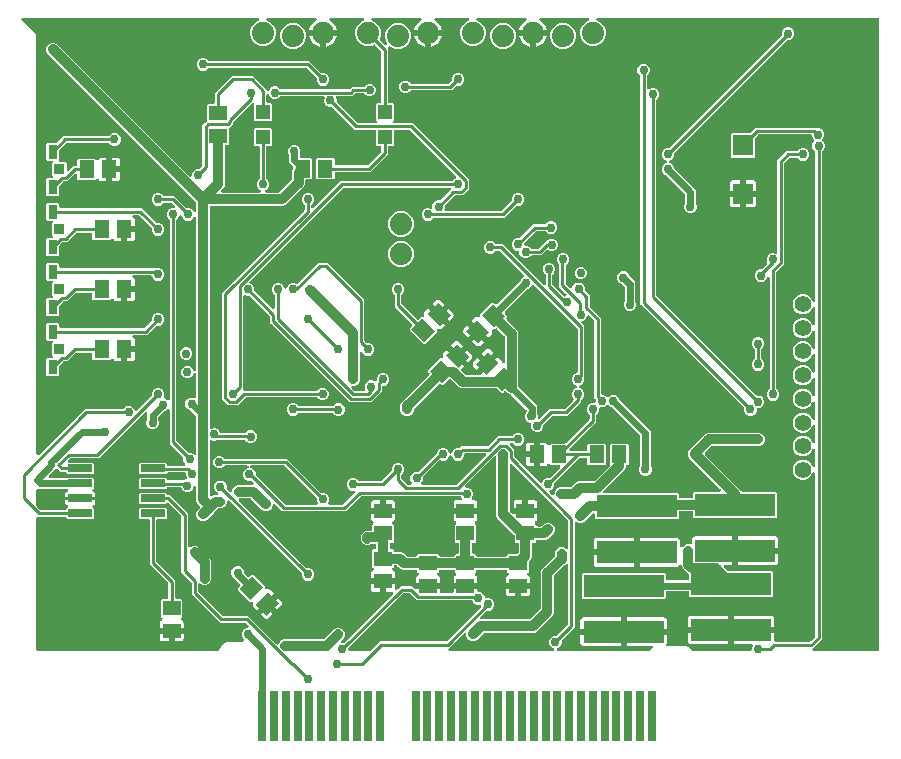
<source format=gbr>
G04 EAGLE Gerber RS-274X export*
G75*
%MOMM*%
%FSLAX34Y34*%
%LPD*%
%INBottom Copper*%
%IPPOS*%
%AMOC8*
5,1,8,0,0,1.08239X$1,22.5*%
G01*
%ADD10R,1.300000X1.500000*%
%ADD11R,1.500000X1.300000*%
%ADD12C,1.879600*%
%ADD13R,0.700000X4.200000*%
%ADD14R,0.800000X1.200000*%
%ADD15R,0.900000X0.900000*%
%ADD16R,1.200000X1.200000*%
%ADD17R,2.032000X0.660400*%
%ADD18C,1.397000*%
%ADD19R,6.800000X1.900000*%
%ADD20R,1.700000X1.800000*%
%ADD21C,0.756400*%
%ADD22C,0.812800*%
%ADD23C,0.609600*%
%ADD24C,0.254000*%

G36*
X212934Y62243D02*
X212934Y62243D01*
X213033Y62246D01*
X213091Y62263D01*
X213151Y62271D01*
X213243Y62307D01*
X213338Y62335D01*
X213390Y62365D01*
X213447Y62388D01*
X213527Y62446D01*
X213612Y62496D01*
X213688Y62562D01*
X213704Y62574D01*
X213712Y62584D01*
X213733Y62603D01*
X215467Y64337D01*
X215552Y64446D01*
X215641Y64553D01*
X215650Y64572D01*
X215662Y64588D01*
X215717Y64716D01*
X215776Y64841D01*
X215780Y64861D01*
X215788Y64880D01*
X215810Y65018D01*
X215836Y65154D01*
X215835Y65174D01*
X215838Y65194D01*
X215825Y65333D01*
X215817Y65471D01*
X215810Y65490D01*
X215808Y65510D01*
X215761Y65642D01*
X215718Y65773D01*
X215708Y65791D01*
X215701Y65810D01*
X215623Y65925D01*
X215548Y66042D01*
X215534Y66056D01*
X215522Y66073D01*
X215418Y66165D01*
X215317Y66260D01*
X215299Y66270D01*
X215284Y66283D01*
X215160Y66347D01*
X215038Y66414D01*
X215019Y66419D01*
X215001Y66428D01*
X214865Y66458D01*
X214730Y66493D01*
X214702Y66495D01*
X214690Y66498D01*
X214670Y66497D01*
X214570Y66503D01*
X193547Y66503D01*
X193547Y76005D01*
X227549Y76005D01*
X227549Y68710D01*
X227375Y68062D01*
X227325Y67942D01*
X227269Y67823D01*
X227264Y67796D01*
X227253Y67772D01*
X227234Y67640D01*
X227209Y67510D01*
X227210Y67484D01*
X227207Y67457D01*
X227220Y67325D01*
X227229Y67193D01*
X227237Y67168D01*
X227240Y67141D01*
X227286Y67016D01*
X227327Y66891D01*
X227341Y66868D01*
X227350Y66843D01*
X227426Y66734D01*
X227497Y66622D01*
X227516Y66603D01*
X227532Y66581D01*
X227632Y66495D01*
X227728Y66404D01*
X227752Y66391D01*
X227772Y66373D01*
X227891Y66314D01*
X228007Y66250D01*
X228033Y66244D01*
X228057Y66232D01*
X228187Y66204D01*
X228315Y66171D01*
X228353Y66169D01*
X228368Y66165D01*
X228390Y66166D01*
X228476Y66161D01*
X243521Y66161D01*
X247256Y64614D01*
X249267Y62603D01*
X249345Y62542D01*
X249417Y62474D01*
X249470Y62445D01*
X249518Y62408D01*
X249609Y62368D01*
X249696Y62320D01*
X249754Y62305D01*
X249810Y62281D01*
X249908Y62266D01*
X250004Y62241D01*
X250104Y62235D01*
X250124Y62231D01*
X250136Y62233D01*
X250164Y62231D01*
X298224Y62231D01*
X298342Y62246D01*
X298461Y62253D01*
X298499Y62266D01*
X298540Y62271D01*
X298650Y62314D01*
X298763Y62351D01*
X298798Y62373D01*
X298835Y62388D01*
X298931Y62458D01*
X299032Y62521D01*
X299060Y62551D01*
X299093Y62574D01*
X299169Y62666D01*
X299250Y62753D01*
X299270Y62788D01*
X299295Y62819D01*
X299346Y62927D01*
X299404Y63031D01*
X299414Y63071D01*
X299431Y63107D01*
X299453Y63224D01*
X299483Y63339D01*
X299487Y63400D01*
X299491Y63420D01*
X299489Y63440D01*
X299493Y63500D01*
X299493Y64556D01*
X300204Y66272D01*
X300217Y66320D01*
X300239Y66365D01*
X300259Y66473D01*
X300288Y66579D01*
X300289Y66629D01*
X300298Y66678D01*
X300292Y66787D01*
X300293Y66897D01*
X300282Y66945D01*
X300279Y66995D01*
X300245Y67099D01*
X300219Y67206D01*
X300196Y67250D01*
X300181Y67297D01*
X300122Y67390D01*
X300070Y67487D01*
X300037Y67524D01*
X300010Y67566D01*
X299931Y67641D01*
X299857Y67723D01*
X299815Y67750D01*
X299779Y67784D01*
X299683Y67837D01*
X299591Y67897D01*
X299544Y67914D01*
X299500Y67938D01*
X299394Y67965D01*
X299290Y68001D01*
X299240Y68005D01*
X299192Y68017D01*
X299032Y68027D01*
X284479Y68027D01*
X284479Y77529D01*
X318481Y77529D01*
X318481Y71330D01*
X318496Y71212D01*
X318503Y71093D01*
X318516Y71055D01*
X318521Y71014D01*
X318564Y70904D01*
X318601Y70791D01*
X318623Y70756D01*
X318638Y70719D01*
X318707Y70623D01*
X318771Y70522D01*
X318801Y70494D01*
X318824Y70461D01*
X318916Y70386D01*
X319003Y70304D01*
X319038Y70284D01*
X319069Y70259D01*
X319177Y70208D01*
X319281Y70150D01*
X319320Y70140D01*
X319357Y70123D01*
X319474Y70101D01*
X319589Y70071D01*
X319649Y70067D01*
X319669Y70063D01*
X319690Y70065D01*
X319750Y70061D01*
X348434Y70061D01*
X348532Y70073D01*
X348631Y70076D01*
X348689Y70093D01*
X348749Y70101D01*
X348842Y70137D01*
X348937Y70165D01*
X348989Y70195D01*
X349045Y70218D01*
X349125Y70276D01*
X349211Y70326D01*
X349286Y70392D01*
X349303Y70404D01*
X349310Y70414D01*
X349331Y70432D01*
X352942Y74043D01*
X353002Y74121D01*
X353070Y74193D01*
X353095Y74239D01*
X353099Y74243D01*
X353101Y74249D01*
X353136Y74294D01*
X353176Y74385D01*
X353224Y74471D01*
X353239Y74530D01*
X353263Y74586D01*
X353278Y74684D01*
X353303Y74779D01*
X353309Y74879D01*
X353313Y74900D01*
X353311Y74912D01*
X353313Y74940D01*
X353313Y212168D01*
X353305Y212237D01*
X353306Y212307D01*
X353285Y212394D01*
X353273Y212483D01*
X353248Y212548D01*
X353231Y212616D01*
X353189Y212696D01*
X353156Y212779D01*
X353115Y212836D01*
X353083Y212897D01*
X353022Y212964D01*
X352970Y213036D01*
X352916Y213081D01*
X352869Y213133D01*
X352794Y213182D01*
X352725Y213239D01*
X352661Y213269D01*
X352603Y213307D01*
X352518Y213337D01*
X352437Y213375D01*
X352368Y213388D01*
X352302Y213411D01*
X352213Y213418D01*
X352125Y213435D01*
X352055Y213430D01*
X351985Y213436D01*
X351897Y213420D01*
X351807Y213415D01*
X351741Y213393D01*
X351672Y213381D01*
X351590Y213344D01*
X351505Y213317D01*
X351446Y213280D01*
X351382Y213251D01*
X351312Y213195D01*
X351236Y213147D01*
X351188Y213096D01*
X351134Y213052D01*
X351079Y212980D01*
X351018Y212915D01*
X350984Y212854D01*
X350942Y212798D01*
X350871Y212654D01*
X350114Y210826D01*
X347720Y208432D01*
X344593Y207136D01*
X341207Y207136D01*
X338080Y208432D01*
X335686Y210826D01*
X334390Y213953D01*
X334390Y217339D01*
X335686Y220466D01*
X338080Y222860D01*
X341207Y224156D01*
X344593Y224156D01*
X347720Y222860D01*
X350114Y220466D01*
X350871Y218638D01*
X350906Y218578D01*
X350932Y218513D01*
X350984Y218440D01*
X351029Y218362D01*
X351077Y218312D01*
X351118Y218256D01*
X351188Y218198D01*
X351250Y218134D01*
X351310Y218097D01*
X351363Y218053D01*
X351445Y218014D01*
X351521Y217967D01*
X351588Y217947D01*
X351651Y217917D01*
X351739Y217900D01*
X351825Y217874D01*
X351895Y217870D01*
X351964Y217857D01*
X352053Y217863D01*
X352143Y217859D01*
X352211Y217873D01*
X352281Y217877D01*
X352366Y217905D01*
X352454Y217923D01*
X352517Y217954D01*
X352583Y217975D01*
X352659Y218023D01*
X352740Y218063D01*
X352793Y218108D01*
X352852Y218145D01*
X352914Y218211D01*
X352982Y218269D01*
X353022Y218326D01*
X353070Y218377D01*
X353113Y218456D01*
X353165Y218529D01*
X353190Y218594D01*
X353224Y218655D01*
X353246Y218742D01*
X353278Y218826D01*
X353286Y218896D01*
X353303Y218963D01*
X353313Y219124D01*
X353313Y232234D01*
X353305Y232303D01*
X353306Y232373D01*
X353285Y232460D01*
X353273Y232549D01*
X353248Y232614D01*
X353231Y232682D01*
X353189Y232762D01*
X353156Y232845D01*
X353115Y232902D01*
X353083Y232963D01*
X353022Y233030D01*
X352970Y233102D01*
X352916Y233147D01*
X352869Y233199D01*
X352794Y233248D01*
X352725Y233305D01*
X352661Y233335D01*
X352603Y233373D01*
X352518Y233403D01*
X352437Y233441D01*
X352368Y233454D01*
X352302Y233477D01*
X352213Y233484D01*
X352125Y233501D01*
X352055Y233496D01*
X351985Y233502D01*
X351897Y233486D01*
X351807Y233481D01*
X351741Y233459D01*
X351672Y233447D01*
X351590Y233410D01*
X351505Y233383D01*
X351446Y233346D01*
X351382Y233317D01*
X351312Y233261D01*
X351236Y233213D01*
X351188Y233162D01*
X351134Y233118D01*
X351079Y233046D01*
X351018Y232981D01*
X350984Y232920D01*
X350942Y232864D01*
X350871Y232720D01*
X350114Y230892D01*
X347720Y228498D01*
X344593Y227202D01*
X341207Y227202D01*
X338080Y228498D01*
X335686Y230892D01*
X334390Y234019D01*
X334390Y237405D01*
X335686Y240532D01*
X338080Y242926D01*
X341207Y244222D01*
X344593Y244222D01*
X347720Y242926D01*
X350114Y240532D01*
X350871Y238704D01*
X350906Y238644D01*
X350932Y238579D01*
X350984Y238506D01*
X351029Y238428D01*
X351077Y238378D01*
X351118Y238322D01*
X351188Y238264D01*
X351250Y238200D01*
X351310Y238163D01*
X351363Y238119D01*
X351445Y238080D01*
X351521Y238033D01*
X351588Y238013D01*
X351651Y237983D01*
X351739Y237966D01*
X351825Y237940D01*
X351895Y237936D01*
X351964Y237923D01*
X352053Y237929D01*
X352143Y237925D01*
X352211Y237939D01*
X352281Y237943D01*
X352366Y237971D01*
X352454Y237989D01*
X352517Y238020D01*
X352583Y238041D01*
X352659Y238089D01*
X352740Y238129D01*
X352793Y238174D01*
X352852Y238211D01*
X352914Y238277D01*
X352982Y238335D01*
X353022Y238392D01*
X353070Y238443D01*
X353113Y238522D01*
X353165Y238595D01*
X353190Y238660D01*
X353224Y238721D01*
X353246Y238808D01*
X353278Y238892D01*
X353286Y238962D01*
X353303Y239029D01*
X353313Y239190D01*
X353313Y252046D01*
X353305Y252115D01*
X353306Y252185D01*
X353285Y252272D01*
X353273Y252361D01*
X353248Y252426D01*
X353231Y252494D01*
X353189Y252574D01*
X353156Y252657D01*
X353115Y252714D01*
X353083Y252775D01*
X353022Y252842D01*
X352970Y252914D01*
X352916Y252959D01*
X352869Y253011D01*
X352794Y253060D01*
X352725Y253117D01*
X352661Y253147D01*
X352603Y253185D01*
X352518Y253215D01*
X352437Y253253D01*
X352368Y253266D01*
X352302Y253289D01*
X352213Y253296D01*
X352125Y253313D01*
X352055Y253308D01*
X351985Y253314D01*
X351897Y253298D01*
X351807Y253293D01*
X351741Y253271D01*
X351672Y253259D01*
X351590Y253222D01*
X351505Y253195D01*
X351446Y253158D01*
X351382Y253129D01*
X351312Y253073D01*
X351236Y253025D01*
X351188Y252974D01*
X351134Y252930D01*
X351079Y252858D01*
X351018Y252793D01*
X350984Y252732D01*
X350942Y252676D01*
X350871Y252532D01*
X350114Y250704D01*
X347720Y248310D01*
X344593Y247014D01*
X341207Y247014D01*
X338080Y248310D01*
X335686Y250704D01*
X334390Y253831D01*
X334390Y257217D01*
X335686Y260344D01*
X338080Y262738D01*
X341207Y264034D01*
X344593Y264034D01*
X347720Y262738D01*
X350114Y260344D01*
X350871Y258516D01*
X350906Y258456D01*
X350932Y258391D01*
X350984Y258318D01*
X351029Y258240D01*
X351077Y258190D01*
X351118Y258134D01*
X351188Y258076D01*
X351250Y258012D01*
X351310Y257975D01*
X351363Y257931D01*
X351445Y257892D01*
X351521Y257845D01*
X351588Y257825D01*
X351651Y257795D01*
X351739Y257778D01*
X351825Y257752D01*
X351895Y257748D01*
X351964Y257735D01*
X352053Y257741D01*
X352143Y257737D01*
X352211Y257751D01*
X352281Y257755D01*
X352366Y257783D01*
X352454Y257801D01*
X352517Y257832D01*
X352583Y257853D01*
X352659Y257901D01*
X352740Y257941D01*
X352793Y257986D01*
X352852Y258023D01*
X352914Y258089D01*
X352982Y258147D01*
X353022Y258204D01*
X353070Y258255D01*
X353113Y258334D01*
X353165Y258407D01*
X353190Y258472D01*
X353224Y258533D01*
X353246Y258620D01*
X353278Y258704D01*
X353286Y258774D01*
X353303Y258841D01*
X353313Y259002D01*
X353313Y272112D01*
X353305Y272181D01*
X353306Y272251D01*
X353285Y272338D01*
X353273Y272427D01*
X353248Y272492D01*
X353231Y272560D01*
X353189Y272640D01*
X353156Y272723D01*
X353115Y272780D01*
X353083Y272841D01*
X353022Y272908D01*
X352970Y272981D01*
X352916Y273025D01*
X352869Y273077D01*
X352794Y273126D01*
X352725Y273183D01*
X352661Y273213D01*
X352603Y273251D01*
X352518Y273281D01*
X352437Y273319D01*
X352368Y273332D01*
X352302Y273355D01*
X352213Y273362D01*
X352125Y273379D01*
X352055Y273374D01*
X351985Y273380D01*
X351897Y273364D01*
X351807Y273359D01*
X351741Y273337D01*
X351672Y273325D01*
X351590Y273289D01*
X351505Y273261D01*
X351446Y273224D01*
X351382Y273195D01*
X351312Y273139D01*
X351236Y273091D01*
X351188Y273040D01*
X351134Y272996D01*
X351079Y272924D01*
X351018Y272859D01*
X350984Y272798D01*
X350942Y272742D01*
X350871Y272598D01*
X350114Y270770D01*
X347720Y268376D01*
X344593Y267080D01*
X341207Y267080D01*
X338080Y268376D01*
X335686Y270770D01*
X334390Y273897D01*
X334390Y277283D01*
X335686Y280410D01*
X338080Y282804D01*
X341207Y284100D01*
X344593Y284100D01*
X347720Y282804D01*
X350114Y280410D01*
X350871Y278582D01*
X350906Y278522D01*
X350932Y278457D01*
X350984Y278384D01*
X351029Y278306D01*
X351077Y278256D01*
X351118Y278199D01*
X351188Y278142D01*
X351250Y278078D01*
X351310Y278041D01*
X351363Y277997D01*
X351445Y277958D01*
X351521Y277911D01*
X351588Y277891D01*
X351651Y277861D01*
X351739Y277844D01*
X351825Y277818D01*
X351895Y277814D01*
X351964Y277801D01*
X352053Y277807D01*
X352143Y277803D01*
X352211Y277817D01*
X352281Y277821D01*
X352366Y277849D01*
X352454Y277867D01*
X352517Y277898D01*
X352583Y277919D01*
X352659Y277967D01*
X352740Y278007D01*
X352793Y278052D01*
X352852Y278089D01*
X352914Y278155D01*
X352982Y278213D01*
X353022Y278270D01*
X353070Y278321D01*
X353113Y278400D01*
X353165Y278473D01*
X353190Y278538D01*
X353224Y278599D01*
X353246Y278686D01*
X353278Y278770D01*
X353286Y278840D01*
X353303Y278907D01*
X353313Y279068D01*
X353313Y292178D01*
X353305Y292247D01*
X353306Y292317D01*
X353285Y292404D01*
X353273Y292493D01*
X353248Y292558D01*
X353231Y292626D01*
X353189Y292706D01*
X353156Y292789D01*
X353115Y292846D01*
X353083Y292907D01*
X353022Y292974D01*
X352970Y293047D01*
X352916Y293091D01*
X352869Y293143D01*
X352794Y293192D01*
X352725Y293249D01*
X352661Y293279D01*
X352603Y293317D01*
X352518Y293347D01*
X352437Y293385D01*
X352368Y293398D01*
X352302Y293421D01*
X352213Y293428D01*
X352125Y293445D01*
X352055Y293440D01*
X351985Y293446D01*
X351897Y293430D01*
X351807Y293425D01*
X351741Y293403D01*
X351672Y293391D01*
X351590Y293355D01*
X351505Y293327D01*
X351446Y293290D01*
X351382Y293261D01*
X351312Y293205D01*
X351236Y293157D01*
X351188Y293106D01*
X351134Y293062D01*
X351079Y292990D01*
X351018Y292925D01*
X350984Y292864D01*
X350942Y292808D01*
X350871Y292664D01*
X350114Y290836D01*
X347720Y288442D01*
X344593Y287146D01*
X341207Y287146D01*
X338080Y288442D01*
X335686Y290836D01*
X334390Y293963D01*
X334390Y297349D01*
X335686Y300476D01*
X338080Y302870D01*
X341207Y304166D01*
X344593Y304166D01*
X347720Y302870D01*
X350114Y300476D01*
X350871Y298648D01*
X350906Y298588D01*
X350932Y298523D01*
X350984Y298450D01*
X351029Y298372D01*
X351077Y298322D01*
X351118Y298265D01*
X351188Y298208D01*
X351250Y298144D01*
X351310Y298107D01*
X351363Y298063D01*
X351445Y298024D01*
X351521Y297977D01*
X351588Y297957D01*
X351651Y297927D01*
X351739Y297910D01*
X351825Y297884D01*
X351895Y297880D01*
X351964Y297867D01*
X352053Y297873D01*
X352143Y297869D01*
X352211Y297883D01*
X352281Y297887D01*
X352366Y297915D01*
X352454Y297933D01*
X352517Y297964D01*
X352583Y297985D01*
X352659Y298033D01*
X352740Y298073D01*
X352793Y298118D01*
X352852Y298155D01*
X352914Y298221D01*
X352982Y298279D01*
X353022Y298336D01*
X353070Y298387D01*
X353113Y298466D01*
X353165Y298539D01*
X353190Y298604D01*
X353224Y298665D01*
X353246Y298752D01*
X353278Y298836D01*
X353286Y298906D01*
X353303Y298973D01*
X353313Y299134D01*
X353313Y312244D01*
X353305Y312313D01*
X353306Y312383D01*
X353285Y312470D01*
X353273Y312559D01*
X353248Y312624D01*
X353231Y312692D01*
X353189Y312772D01*
X353156Y312855D01*
X353115Y312912D01*
X353083Y312973D01*
X353022Y313040D01*
X352970Y313113D01*
X352916Y313157D01*
X352869Y313209D01*
X352794Y313258D01*
X352725Y313315D01*
X352661Y313345D01*
X352603Y313383D01*
X352518Y313413D01*
X352437Y313451D01*
X352368Y313464D01*
X352302Y313487D01*
X352213Y313494D01*
X352125Y313511D01*
X352055Y313506D01*
X351985Y313512D01*
X351897Y313496D01*
X351807Y313491D01*
X351741Y313469D01*
X351672Y313457D01*
X351590Y313421D01*
X351505Y313393D01*
X351446Y313356D01*
X351382Y313327D01*
X351312Y313271D01*
X351236Y313223D01*
X351188Y313172D01*
X351134Y313128D01*
X351079Y313056D01*
X351018Y312991D01*
X350984Y312930D01*
X350942Y312874D01*
X350871Y312730D01*
X350114Y310902D01*
X347720Y308508D01*
X344593Y307212D01*
X341207Y307212D01*
X338080Y308508D01*
X335686Y310902D01*
X334390Y314029D01*
X334390Y317415D01*
X335686Y320542D01*
X338080Y322936D01*
X341207Y324232D01*
X344593Y324232D01*
X347720Y322936D01*
X350114Y320542D01*
X350871Y318714D01*
X350906Y318654D01*
X350932Y318589D01*
X350984Y318516D01*
X351029Y318438D01*
X351077Y318388D01*
X351118Y318331D01*
X351188Y318274D01*
X351250Y318210D01*
X351310Y318173D01*
X351363Y318129D01*
X351445Y318090D01*
X351521Y318043D01*
X351588Y318023D01*
X351651Y317993D01*
X351739Y317976D01*
X351825Y317950D01*
X351895Y317946D01*
X351964Y317933D01*
X352053Y317939D01*
X352143Y317935D01*
X352211Y317949D01*
X352281Y317953D01*
X352366Y317981D01*
X352454Y317999D01*
X352517Y318030D01*
X352583Y318051D01*
X352659Y318099D01*
X352740Y318139D01*
X352793Y318184D01*
X352852Y318221D01*
X352914Y318287D01*
X352982Y318345D01*
X353022Y318402D01*
X353070Y318453D01*
X353113Y318532D01*
X353165Y318605D01*
X353190Y318670D01*
X353224Y318731D01*
X353246Y318818D01*
X353278Y318902D01*
X353286Y318972D01*
X353303Y319039D01*
X353313Y319200D01*
X353313Y332056D01*
X353305Y332125D01*
X353306Y332195D01*
X353285Y332282D01*
X353273Y332371D01*
X353248Y332436D01*
X353231Y332504D01*
X353189Y332584D01*
X353156Y332667D01*
X353115Y332724D01*
X353083Y332785D01*
X353022Y332852D01*
X352970Y332925D01*
X352916Y332969D01*
X352869Y333021D01*
X352794Y333070D01*
X352725Y333127D01*
X352661Y333157D01*
X352603Y333195D01*
X352518Y333225D01*
X352437Y333263D01*
X352368Y333276D01*
X352302Y333299D01*
X352213Y333306D01*
X352125Y333323D01*
X352055Y333318D01*
X351985Y333324D01*
X351897Y333308D01*
X351807Y333303D01*
X351741Y333281D01*
X351672Y333269D01*
X351590Y333233D01*
X351505Y333205D01*
X351446Y333168D01*
X351382Y333139D01*
X351312Y333083D01*
X351236Y333035D01*
X351188Y332984D01*
X351134Y332940D01*
X351079Y332868D01*
X351018Y332803D01*
X350984Y332742D01*
X350942Y332686D01*
X350871Y332542D01*
X350114Y330714D01*
X347720Y328320D01*
X344593Y327024D01*
X341207Y327024D01*
X338080Y328320D01*
X335686Y330714D01*
X334390Y333841D01*
X334390Y337227D01*
X335686Y340354D01*
X338080Y342748D01*
X341207Y344044D01*
X344593Y344044D01*
X347720Y342748D01*
X350114Y340354D01*
X350871Y338526D01*
X350906Y338466D01*
X350932Y338401D01*
X350984Y338328D01*
X351029Y338250D01*
X351077Y338200D01*
X351118Y338143D01*
X351188Y338086D01*
X351250Y338022D01*
X351310Y337985D01*
X351363Y337941D01*
X351445Y337902D01*
X351521Y337855D01*
X351588Y337835D01*
X351651Y337805D01*
X351739Y337788D01*
X351825Y337762D01*
X351895Y337758D01*
X351964Y337745D01*
X352053Y337751D01*
X352143Y337747D01*
X352211Y337761D01*
X352281Y337765D01*
X352366Y337793D01*
X352454Y337811D01*
X352517Y337842D01*
X352583Y337863D01*
X352659Y337911D01*
X352740Y337951D01*
X352793Y337996D01*
X352852Y338033D01*
X352914Y338099D01*
X352982Y338157D01*
X353022Y338214D01*
X353070Y338265D01*
X353113Y338344D01*
X353165Y338417D01*
X353190Y338482D01*
X353224Y338543D01*
X353246Y338630D01*
X353278Y338714D01*
X353286Y338784D01*
X353303Y338851D01*
X353313Y339012D01*
X353313Y352122D01*
X353305Y352191D01*
X353306Y352261D01*
X353285Y352348D01*
X353273Y352437D01*
X353248Y352502D01*
X353231Y352570D01*
X353189Y352650D01*
X353156Y352733D01*
X353115Y352790D01*
X353083Y352851D01*
X353022Y352918D01*
X352970Y352991D01*
X352916Y353035D01*
X352869Y353087D01*
X352794Y353136D01*
X352725Y353193D01*
X352661Y353223D01*
X352603Y353261D01*
X352518Y353291D01*
X352437Y353329D01*
X352368Y353342D01*
X352302Y353365D01*
X352213Y353372D01*
X352125Y353389D01*
X352055Y353384D01*
X351985Y353390D01*
X351897Y353374D01*
X351807Y353369D01*
X351741Y353347D01*
X351672Y353335D01*
X351590Y353299D01*
X351505Y353271D01*
X351446Y353234D01*
X351382Y353205D01*
X351312Y353149D01*
X351236Y353101D01*
X351188Y353050D01*
X351134Y353006D01*
X351079Y352934D01*
X351018Y352869D01*
X350984Y352808D01*
X350942Y352752D01*
X350871Y352608D01*
X350114Y350780D01*
X347720Y348386D01*
X344593Y347090D01*
X341207Y347090D01*
X338080Y348386D01*
X335686Y350780D01*
X334390Y353907D01*
X334390Y357293D01*
X335686Y360420D01*
X338080Y362814D01*
X341207Y364110D01*
X344593Y364110D01*
X347720Y362814D01*
X350114Y360420D01*
X350871Y358592D01*
X350906Y358532D01*
X350932Y358467D01*
X350984Y358394D01*
X351029Y358316D01*
X351077Y358266D01*
X351118Y358209D01*
X351188Y358152D01*
X351250Y358088D01*
X351310Y358051D01*
X351363Y358007D01*
X351445Y357968D01*
X351521Y357921D01*
X351588Y357901D01*
X351651Y357871D01*
X351739Y357854D01*
X351825Y357828D01*
X351895Y357824D01*
X351964Y357811D01*
X352053Y357817D01*
X352143Y357813D01*
X352211Y357827D01*
X352281Y357831D01*
X352366Y357859D01*
X352454Y357877D01*
X352517Y357908D01*
X352583Y357929D01*
X352659Y357977D01*
X352740Y358017D01*
X352793Y358062D01*
X352852Y358099D01*
X352914Y358165D01*
X352982Y358223D01*
X353022Y358280D01*
X353070Y358331D01*
X353113Y358410D01*
X353165Y358483D01*
X353190Y358548D01*
X353224Y358609D01*
X353246Y358696D01*
X353278Y358780D01*
X353286Y358850D01*
X353303Y358917D01*
X353313Y359078D01*
X353313Y484476D01*
X353301Y484574D01*
X353298Y484673D01*
X353281Y484732D01*
X353273Y484792D01*
X353237Y484884D01*
X353209Y484979D01*
X353179Y485031D01*
X353156Y485087D01*
X353098Y485168D01*
X353048Y485253D01*
X352982Y485328D01*
X352970Y485345D01*
X352960Y485353D01*
X352942Y485374D01*
X351609Y486706D01*
X350801Y488656D01*
X350801Y490768D01*
X351609Y492718D01*
X352278Y493386D01*
X352351Y493480D01*
X352429Y493570D01*
X352448Y493606D01*
X352473Y493638D01*
X352520Y493747D01*
X352574Y493853D01*
X352583Y493892D01*
X352599Y493930D01*
X352618Y494047D01*
X352644Y494163D01*
X352642Y494204D01*
X352649Y494244D01*
X352638Y494362D01*
X352634Y494481D01*
X352623Y494520D01*
X352619Y494560D01*
X352579Y494672D01*
X352546Y494787D01*
X352525Y494822D01*
X352511Y494860D01*
X352445Y494958D01*
X352384Y495061D01*
X352344Y495106D01*
X352333Y495123D01*
X352318Y495136D01*
X352278Y495181D01*
X351101Y496358D01*
X350293Y498308D01*
X350293Y498348D01*
X350278Y498466D01*
X350271Y498585D01*
X350258Y498623D01*
X350253Y498664D01*
X350210Y498774D01*
X350173Y498887D01*
X350151Y498922D01*
X350136Y498959D01*
X350067Y499055D01*
X350003Y499156D01*
X349973Y499184D01*
X349950Y499217D01*
X349858Y499293D01*
X349771Y499374D01*
X349736Y499394D01*
X349705Y499419D01*
X349597Y499470D01*
X349493Y499528D01*
X349453Y499538D01*
X349417Y499555D01*
X349300Y499577D01*
X349185Y499607D01*
X349125Y499611D01*
X349105Y499615D01*
X349084Y499613D01*
X349024Y499617D01*
X305795Y499617D01*
X305697Y499605D01*
X305598Y499602D01*
X305540Y499585D01*
X305480Y499577D01*
X305388Y499541D01*
X305293Y499513D01*
X305240Y499483D01*
X305184Y499460D01*
X305104Y499402D01*
X305019Y499352D01*
X304943Y499286D01*
X304927Y499274D01*
X304919Y499264D01*
X304898Y499246D01*
X302496Y496844D01*
X302436Y496766D01*
X302368Y496694D01*
X302339Y496641D01*
X302302Y496593D01*
X302262Y496502D01*
X302214Y496415D01*
X302199Y496357D01*
X302175Y496301D01*
X302160Y496203D01*
X302135Y496107D01*
X302129Y496007D01*
X302125Y495987D01*
X302127Y495975D01*
X302125Y495947D01*
X302125Y480768D01*
X301232Y479875D01*
X282968Y479875D01*
X282075Y480768D01*
X282075Y500032D01*
X282968Y500925D01*
X298147Y500925D01*
X298245Y500937D01*
X298344Y500940D01*
X298402Y500957D01*
X298462Y500965D01*
X298554Y501001D01*
X298649Y501029D01*
X298702Y501059D01*
X298758Y501082D01*
X298838Y501140D01*
X298923Y501190D01*
X298999Y501256D01*
X299015Y501268D01*
X299023Y501278D01*
X299044Y501296D01*
X302954Y505207D01*
X353710Y505207D01*
X353874Y505042D01*
X353952Y504982D01*
X354024Y504914D01*
X354077Y504885D01*
X354125Y504848D01*
X354216Y504808D01*
X354303Y504760D01*
X354361Y504745D01*
X354417Y504721D01*
X354515Y504706D01*
X354611Y504681D01*
X354711Y504675D01*
X354731Y504671D01*
X354743Y504673D01*
X354771Y504671D01*
X356656Y504671D01*
X358606Y503863D01*
X360099Y502370D01*
X360907Y500420D01*
X360907Y498308D01*
X360099Y496358D01*
X359430Y495689D01*
X359357Y495595D01*
X359279Y495506D01*
X359260Y495470D01*
X359235Y495438D01*
X359188Y495329D01*
X359134Y495223D01*
X359125Y495184D01*
X359109Y495146D01*
X359090Y495029D01*
X359064Y494913D01*
X359066Y494872D01*
X359059Y494832D01*
X359070Y494714D01*
X359074Y494595D01*
X359085Y494556D01*
X359089Y494516D01*
X359129Y494404D01*
X359162Y494289D01*
X359183Y494254D01*
X359197Y494216D01*
X359264Y494118D01*
X359324Y494015D01*
X359364Y493970D01*
X359375Y493953D01*
X359391Y493940D01*
X359430Y493894D01*
X360607Y492718D01*
X361415Y490768D01*
X361415Y488656D01*
X360607Y486706D01*
X359274Y485374D01*
X359214Y485295D01*
X359146Y485223D01*
X359117Y485170D01*
X359080Y485122D01*
X359040Y485032D01*
X358992Y484945D01*
X358977Y484886D01*
X358953Y484831D01*
X358938Y484733D01*
X358913Y484637D01*
X358907Y484537D01*
X358903Y484516D01*
X358905Y484504D01*
X358903Y484476D01*
X358903Y72099D01*
X351201Y64398D01*
X351116Y64288D01*
X351027Y64181D01*
X351019Y64162D01*
X351006Y64146D01*
X350951Y64018D01*
X350892Y63893D01*
X350888Y63873D01*
X350880Y63854D01*
X350858Y63716D01*
X350832Y63581D01*
X350833Y63560D01*
X350830Y63540D01*
X350843Y63401D01*
X350852Y63263D01*
X350858Y63244D01*
X350860Y63224D01*
X350907Y63092D01*
X350950Y62961D01*
X350961Y62943D01*
X350967Y62924D01*
X351046Y62809D01*
X351120Y62692D01*
X351135Y62678D01*
X351146Y62661D01*
X351250Y62569D01*
X351352Y62474D01*
X351369Y62464D01*
X351384Y62451D01*
X351509Y62387D01*
X351630Y62320D01*
X351650Y62315D01*
X351668Y62306D01*
X351804Y62276D01*
X351938Y62241D01*
X351966Y62239D01*
X351978Y62237D01*
X351998Y62237D01*
X352099Y62231D01*
X406400Y62231D01*
X406518Y62246D01*
X406637Y62253D01*
X406675Y62266D01*
X406716Y62271D01*
X406826Y62314D01*
X406939Y62351D01*
X406974Y62373D01*
X407011Y62388D01*
X407107Y62458D01*
X407208Y62521D01*
X407236Y62551D01*
X407269Y62574D01*
X407345Y62666D01*
X407426Y62753D01*
X407446Y62788D01*
X407471Y62819D01*
X407522Y62927D01*
X407580Y63031D01*
X407590Y63071D01*
X407607Y63107D01*
X407629Y63224D01*
X407659Y63339D01*
X407663Y63400D01*
X407667Y63420D01*
X407665Y63440D01*
X407669Y63500D01*
X407669Y596900D01*
X407654Y597018D01*
X407647Y597137D01*
X407634Y597175D01*
X407629Y597216D01*
X407586Y597326D01*
X407549Y597439D01*
X407527Y597474D01*
X407512Y597511D01*
X407443Y597607D01*
X407379Y597708D01*
X407349Y597736D01*
X407326Y597769D01*
X407234Y597845D01*
X407147Y597926D01*
X407112Y597946D01*
X407081Y597971D01*
X406973Y598022D01*
X406869Y598080D01*
X406829Y598090D01*
X406793Y598107D01*
X406676Y598129D01*
X406561Y598159D01*
X406501Y598163D01*
X406481Y598167D01*
X406460Y598165D01*
X406400Y598169D01*
X169365Y598169D01*
X169295Y598161D01*
X169226Y598162D01*
X169138Y598141D01*
X169049Y598129D01*
X168984Y598104D01*
X168916Y598087D01*
X168837Y598045D01*
X168753Y598012D01*
X168697Y597971D01*
X168635Y597939D01*
X168569Y597878D01*
X168496Y597826D01*
X168452Y597772D01*
X168400Y597725D01*
X168351Y597650D01*
X168293Y597581D01*
X168264Y597517D01*
X168225Y597459D01*
X168196Y597374D01*
X168158Y597293D01*
X168145Y597224D01*
X168122Y597158D01*
X168115Y597069D01*
X168098Y596981D01*
X168102Y596911D01*
X168097Y596841D01*
X168112Y596753D01*
X168118Y596663D01*
X168139Y596597D01*
X168151Y596528D01*
X168188Y596446D01*
X168216Y596361D01*
X168253Y596302D01*
X168282Y596238D01*
X168338Y596168D01*
X168386Y596092D01*
X168437Y596044D01*
X168480Y595990D01*
X168552Y595935D01*
X168618Y595874D01*
X168679Y595840D01*
X168734Y595798D01*
X168879Y595727D01*
X171287Y594730D01*
X174360Y591657D01*
X176023Y587643D01*
X176023Y583297D01*
X174360Y579283D01*
X171287Y576210D01*
X167273Y574547D01*
X162927Y574547D01*
X158913Y576210D01*
X155840Y579283D01*
X154177Y583297D01*
X154177Y587643D01*
X155840Y591657D01*
X158913Y594730D01*
X161321Y595727D01*
X161382Y595762D01*
X161447Y595788D01*
X161519Y595840D01*
X161597Y595885D01*
X161647Y595934D01*
X161704Y595974D01*
X161761Y596044D01*
X161826Y596106D01*
X161862Y596166D01*
X161907Y596219D01*
X161945Y596301D01*
X161992Y596377D01*
X162013Y596444D01*
X162042Y596507D01*
X162059Y596595D01*
X162086Y596681D01*
X162089Y596751D01*
X162102Y596820D01*
X162096Y596909D01*
X162101Y596999D01*
X162087Y597067D01*
X162082Y597137D01*
X162055Y597222D01*
X162036Y597310D01*
X162006Y597373D01*
X161984Y597439D01*
X161936Y597515D01*
X161897Y597596D01*
X161851Y597649D01*
X161814Y597708D01*
X161749Y597770D01*
X161690Y597838D01*
X161633Y597878D01*
X161582Y597926D01*
X161504Y597969D01*
X161430Y598021D01*
X161365Y598046D01*
X161304Y598080D01*
X161217Y598102D01*
X161133Y598134D01*
X161063Y598142D01*
X160996Y598159D01*
X160835Y598169D01*
X120960Y598169D01*
X120941Y598167D01*
X120921Y598169D01*
X120783Y598147D01*
X120645Y598129D01*
X120626Y598122D01*
X120607Y598119D01*
X120479Y598064D01*
X120349Y598012D01*
X120333Y598001D01*
X120315Y597993D01*
X120204Y597907D01*
X120092Y597826D01*
X120079Y597810D01*
X120063Y597798D01*
X119978Y597688D01*
X119889Y597581D01*
X119881Y597563D01*
X119868Y597547D01*
X119813Y597419D01*
X119754Y597293D01*
X119750Y597273D01*
X119742Y597255D01*
X119720Y597117D01*
X119694Y596981D01*
X119695Y596961D01*
X119692Y596941D01*
X119705Y596802D01*
X119713Y596663D01*
X119720Y596644D01*
X119721Y596624D01*
X119769Y596493D01*
X119812Y596361D01*
X119822Y596344D01*
X119829Y596325D01*
X119907Y596210D01*
X119982Y596092D01*
X119996Y596078D01*
X120007Y596062D01*
X120112Y595970D01*
X120213Y595874D01*
X120231Y595864D01*
X120246Y595851D01*
X120384Y595769D01*
X120557Y595681D01*
X122078Y594576D01*
X123406Y593248D01*
X124511Y591727D01*
X125364Y590053D01*
X125945Y588266D01*
X125985Y588009D01*
X115570Y588009D01*
X115452Y587994D01*
X115333Y587987D01*
X115295Y587974D01*
X115255Y587969D01*
X115144Y587926D01*
X115031Y587889D01*
X114997Y587867D01*
X114959Y587852D01*
X114863Y587782D01*
X114762Y587719D01*
X114734Y587689D01*
X114702Y587665D01*
X114626Y587574D01*
X114544Y587487D01*
X114525Y587452D01*
X114499Y587421D01*
X114448Y587313D01*
X114391Y587209D01*
X114380Y587169D01*
X114363Y587133D01*
X114341Y587016D01*
X114311Y586901D01*
X114307Y586840D01*
X114303Y586820D01*
X114305Y586800D01*
X114301Y586740D01*
X114301Y585469D01*
X114299Y585469D01*
X114299Y586740D01*
X114284Y586858D01*
X114277Y586977D01*
X114264Y587015D01*
X114259Y587055D01*
X114215Y587166D01*
X114179Y587279D01*
X114157Y587314D01*
X114142Y587351D01*
X114072Y587447D01*
X114009Y587548D01*
X113979Y587576D01*
X113955Y587609D01*
X113864Y587684D01*
X113777Y587766D01*
X113742Y587786D01*
X113710Y587811D01*
X113603Y587862D01*
X113498Y587920D01*
X113459Y587930D01*
X113423Y587947D01*
X113306Y587969D01*
X113191Y587999D01*
X113130Y588003D01*
X113110Y588007D01*
X113090Y588005D01*
X113030Y588009D01*
X102615Y588009D01*
X102655Y588266D01*
X103236Y590053D01*
X104089Y591727D01*
X105194Y593248D01*
X106522Y594576D01*
X108043Y595681D01*
X108216Y595769D01*
X108232Y595780D01*
X108251Y595788D01*
X108364Y595870D01*
X108479Y595948D01*
X108492Y595963D01*
X108508Y595974D01*
X108597Y596082D01*
X108689Y596186D01*
X108698Y596204D01*
X108711Y596219D01*
X108770Y596345D01*
X108834Y596470D01*
X108838Y596489D01*
X108846Y596507D01*
X108873Y596644D01*
X108903Y596780D01*
X108903Y596800D01*
X108906Y596820D01*
X108898Y596958D01*
X108893Y597098D01*
X108888Y597117D01*
X108887Y597137D01*
X108844Y597269D01*
X108805Y597403D01*
X108795Y597421D01*
X108788Y597439D01*
X108714Y597557D01*
X108643Y597677D01*
X108629Y597691D01*
X108618Y597708D01*
X108517Y597804D01*
X108418Y597902D01*
X108401Y597912D01*
X108387Y597926D01*
X108265Y597993D01*
X108145Y598064D01*
X108126Y598070D01*
X108108Y598080D01*
X107974Y598114D01*
X107840Y598153D01*
X107820Y598154D01*
X107800Y598159D01*
X107640Y598169D01*
X67765Y598169D01*
X67695Y598161D01*
X67626Y598162D01*
X67538Y598141D01*
X67449Y598129D01*
X67384Y598104D01*
X67316Y598087D01*
X67237Y598045D01*
X67153Y598012D01*
X67097Y597971D01*
X67035Y597939D01*
X66969Y597878D01*
X66896Y597826D01*
X66852Y597772D01*
X66800Y597725D01*
X66751Y597650D01*
X66693Y597581D01*
X66664Y597517D01*
X66625Y597459D01*
X66596Y597374D01*
X66558Y597293D01*
X66545Y597224D01*
X66522Y597158D01*
X66515Y597069D01*
X66498Y596981D01*
X66502Y596911D01*
X66497Y596841D01*
X66512Y596753D01*
X66518Y596663D01*
X66539Y596597D01*
X66551Y596528D01*
X66588Y596446D01*
X66616Y596361D01*
X66653Y596302D01*
X66682Y596238D01*
X66738Y596168D01*
X66786Y596092D01*
X66837Y596044D01*
X66880Y595990D01*
X66952Y595935D01*
X67018Y595874D01*
X67079Y595840D01*
X67134Y595798D01*
X67279Y595727D01*
X69687Y594730D01*
X72760Y591657D01*
X74423Y587643D01*
X74423Y583297D01*
X72760Y579283D01*
X69687Y576210D01*
X65673Y574547D01*
X61327Y574547D01*
X57313Y576210D01*
X54240Y579283D01*
X52577Y583297D01*
X52577Y587643D01*
X54240Y591657D01*
X57313Y594730D01*
X59721Y595727D01*
X59782Y595762D01*
X59847Y595788D01*
X59919Y595840D01*
X59997Y595885D01*
X60047Y595934D01*
X60104Y595974D01*
X60161Y596044D01*
X60226Y596106D01*
X60262Y596166D01*
X60307Y596219D01*
X60345Y596301D01*
X60392Y596377D01*
X60413Y596444D01*
X60442Y596507D01*
X60459Y596595D01*
X60486Y596681D01*
X60489Y596751D01*
X60502Y596820D01*
X60496Y596909D01*
X60501Y596999D01*
X60487Y597067D01*
X60482Y597137D01*
X60455Y597222D01*
X60436Y597310D01*
X60406Y597373D01*
X60384Y597439D01*
X60336Y597515D01*
X60297Y597596D01*
X60251Y597649D01*
X60214Y597708D01*
X60149Y597770D01*
X60090Y597838D01*
X60033Y597878D01*
X59982Y597926D01*
X59904Y597969D01*
X59830Y598021D01*
X59765Y598046D01*
X59704Y598080D01*
X59617Y598102D01*
X59533Y598134D01*
X59463Y598142D01*
X59396Y598159D01*
X59235Y598169D01*
X32060Y598169D01*
X32041Y598167D01*
X32021Y598169D01*
X31883Y598147D01*
X31745Y598129D01*
X31726Y598122D01*
X31707Y598119D01*
X31579Y598064D01*
X31449Y598012D01*
X31433Y598001D01*
X31415Y597993D01*
X31304Y597907D01*
X31192Y597826D01*
X31179Y597810D01*
X31163Y597798D01*
X31078Y597688D01*
X30989Y597581D01*
X30981Y597563D01*
X30968Y597547D01*
X30913Y597419D01*
X30854Y597293D01*
X30850Y597273D01*
X30842Y597255D01*
X30820Y597117D01*
X30794Y596981D01*
X30795Y596961D01*
X30792Y596941D01*
X30805Y596802D01*
X30813Y596663D01*
X30820Y596644D01*
X30821Y596624D01*
X30869Y596493D01*
X30912Y596361D01*
X30922Y596344D01*
X30929Y596325D01*
X31007Y596210D01*
X31082Y596092D01*
X31096Y596078D01*
X31107Y596062D01*
X31212Y595970D01*
X31313Y595874D01*
X31331Y595864D01*
X31346Y595851D01*
X31484Y595769D01*
X31657Y595681D01*
X33178Y594576D01*
X34506Y593248D01*
X35611Y591727D01*
X36464Y590053D01*
X37045Y588266D01*
X37085Y588009D01*
X26670Y588009D01*
X26552Y587994D01*
X26433Y587987D01*
X26395Y587974D01*
X26355Y587969D01*
X26244Y587926D01*
X26131Y587889D01*
X26097Y587867D01*
X26059Y587852D01*
X25963Y587782D01*
X25862Y587719D01*
X25834Y587689D01*
X25802Y587665D01*
X25726Y587574D01*
X25644Y587487D01*
X25625Y587452D01*
X25599Y587421D01*
X25548Y587313D01*
X25491Y587209D01*
X25480Y587169D01*
X25463Y587133D01*
X25441Y587016D01*
X25411Y586901D01*
X25407Y586840D01*
X25403Y586820D01*
X25405Y586800D01*
X25401Y586740D01*
X25401Y585469D01*
X25399Y585469D01*
X25399Y586740D01*
X25384Y586858D01*
X25377Y586977D01*
X25364Y587015D01*
X25359Y587055D01*
X25315Y587166D01*
X25279Y587279D01*
X25257Y587314D01*
X25242Y587351D01*
X25172Y587447D01*
X25109Y587548D01*
X25079Y587576D01*
X25055Y587609D01*
X24964Y587684D01*
X24877Y587766D01*
X24842Y587786D01*
X24810Y587811D01*
X24703Y587862D01*
X24598Y587920D01*
X24559Y587930D01*
X24523Y587947D01*
X24406Y587969D01*
X24291Y587999D01*
X24230Y588003D01*
X24210Y588007D01*
X24190Y588005D01*
X24130Y588009D01*
X13715Y588009D01*
X13755Y588266D01*
X14336Y590053D01*
X15189Y591727D01*
X16294Y593248D01*
X17622Y594576D01*
X19143Y595681D01*
X19316Y595769D01*
X19332Y595780D01*
X19351Y595788D01*
X19464Y595870D01*
X19579Y595948D01*
X19592Y595963D01*
X19608Y595974D01*
X19697Y596082D01*
X19789Y596186D01*
X19798Y596204D01*
X19811Y596219D01*
X19870Y596345D01*
X19934Y596470D01*
X19938Y596489D01*
X19946Y596507D01*
X19973Y596644D01*
X20003Y596780D01*
X20003Y596800D01*
X20006Y596820D01*
X19998Y596958D01*
X19993Y597098D01*
X19988Y597117D01*
X19987Y597137D01*
X19944Y597269D01*
X19905Y597403D01*
X19895Y597421D01*
X19888Y597439D01*
X19814Y597557D01*
X19743Y597677D01*
X19729Y597691D01*
X19718Y597708D01*
X19617Y597804D01*
X19518Y597902D01*
X19501Y597912D01*
X19487Y597926D01*
X19365Y597993D01*
X19245Y598064D01*
X19226Y598070D01*
X19208Y598080D01*
X19074Y598114D01*
X18940Y598153D01*
X18920Y598154D01*
X18900Y598159D01*
X18740Y598169D01*
X-21135Y598169D01*
X-21205Y598161D01*
X-21274Y598162D01*
X-21362Y598141D01*
X-21451Y598129D01*
X-21516Y598104D01*
X-21584Y598087D01*
X-21663Y598045D01*
X-21747Y598012D01*
X-21803Y597971D01*
X-21865Y597939D01*
X-21931Y597878D01*
X-22004Y597826D01*
X-22048Y597772D01*
X-22100Y597725D01*
X-22149Y597650D01*
X-22207Y597581D01*
X-22236Y597517D01*
X-22275Y597459D01*
X-22304Y597374D01*
X-22342Y597293D01*
X-22355Y597224D01*
X-22378Y597158D01*
X-22385Y597069D01*
X-22402Y596981D01*
X-22398Y596911D01*
X-22403Y596841D01*
X-22388Y596753D01*
X-22382Y596663D01*
X-22361Y596597D01*
X-22349Y596528D01*
X-22312Y596446D01*
X-22284Y596361D01*
X-22247Y596302D01*
X-22218Y596238D01*
X-22162Y596168D01*
X-22114Y596092D01*
X-22063Y596044D01*
X-22020Y595990D01*
X-21948Y595935D01*
X-21882Y595874D01*
X-21821Y595840D01*
X-21766Y595798D01*
X-21621Y595727D01*
X-19213Y594730D01*
X-16140Y591657D01*
X-14477Y587643D01*
X-14477Y583297D01*
X-15558Y580688D01*
X-15566Y580660D01*
X-15579Y580634D01*
X-15608Y580507D01*
X-15642Y580382D01*
X-15642Y580352D01*
X-15649Y580323D01*
X-15645Y580194D01*
X-15647Y580064D01*
X-15640Y580035D01*
X-15639Y580005D01*
X-15603Y579881D01*
X-15573Y579754D01*
X-15559Y579728D01*
X-15551Y579700D01*
X-15485Y579588D01*
X-15424Y579473D01*
X-15404Y579451D01*
X-15389Y579426D01*
X-15283Y579305D01*
X-11325Y575347D01*
X-11270Y575304D01*
X-11221Y575254D01*
X-11145Y575207D01*
X-11074Y575152D01*
X-11009Y575124D01*
X-10950Y575088D01*
X-10864Y575062D01*
X-10782Y575026D01*
X-10713Y575015D01*
X-10646Y574994D01*
X-10557Y574990D01*
X-10468Y574976D01*
X-10398Y574983D01*
X-10328Y574979D01*
X-10241Y574997D01*
X-10151Y575006D01*
X-10085Y575029D01*
X-10017Y575044D01*
X-9936Y575083D01*
X-9852Y575113D01*
X-9794Y575153D01*
X-9731Y575183D01*
X-9663Y575242D01*
X-9589Y575292D01*
X-9542Y575344D01*
X-9489Y575390D01*
X-9438Y575463D01*
X-9378Y575530D01*
X-9346Y575593D01*
X-9306Y575650D01*
X-9274Y575734D01*
X-9233Y575814D01*
X-9218Y575882D01*
X-9193Y575947D01*
X-9183Y576036D01*
X-9164Y576124D01*
X-9166Y576194D01*
X-9158Y576263D01*
X-9171Y576352D01*
X-9173Y576442D01*
X-9193Y576509D01*
X-9203Y576578D01*
X-9255Y576730D01*
X-10923Y580757D01*
X-10923Y585103D01*
X-9260Y589117D01*
X-6187Y592190D01*
X-2173Y593853D01*
X2173Y593853D01*
X6187Y592190D01*
X9260Y589117D01*
X10923Y585103D01*
X10923Y580757D01*
X9260Y576743D01*
X6187Y573670D01*
X2173Y572007D01*
X-2173Y572007D01*
X-6187Y573670D01*
X-6214Y573697D01*
X-6324Y573783D01*
X-6431Y573871D01*
X-6450Y573880D01*
X-6466Y573892D01*
X-6594Y573948D01*
X-6719Y574007D01*
X-6739Y574011D01*
X-6758Y574019D01*
X-6895Y574041D01*
X-7032Y574067D01*
X-7052Y574065D01*
X-7072Y574069D01*
X-7210Y574056D01*
X-7349Y574047D01*
X-7368Y574041D01*
X-7388Y574039D01*
X-7519Y573992D01*
X-7651Y573949D01*
X-7669Y573938D01*
X-7688Y573931D01*
X-7802Y573853D01*
X-7920Y573779D01*
X-7934Y573764D01*
X-7951Y573753D01*
X-8043Y573648D01*
X-8138Y573547D01*
X-8148Y573529D01*
X-8161Y573514D01*
X-8225Y573390D01*
X-8292Y573269D01*
X-8297Y573249D01*
X-8306Y573231D01*
X-8336Y573095D01*
X-8371Y572961D01*
X-8373Y572933D01*
X-8376Y572921D01*
X-8375Y572900D01*
X-8381Y572800D01*
X-8381Y527294D01*
X-8366Y527176D01*
X-8359Y527057D01*
X-8346Y527019D01*
X-8341Y526978D01*
X-8298Y526868D01*
X-8261Y526755D01*
X-8239Y526720D01*
X-8224Y526683D01*
X-8155Y526587D01*
X-8091Y526486D01*
X-8061Y526458D01*
X-8038Y526425D01*
X-7946Y526349D01*
X-7859Y526268D01*
X-7824Y526248D01*
X-7793Y526223D01*
X-7685Y526172D01*
X-7581Y526114D01*
X-7541Y526104D01*
X-7505Y526087D01*
X-7388Y526065D01*
X-7273Y526035D01*
X-7213Y526031D01*
X-7193Y526027D01*
X-7172Y526029D01*
X-7112Y526025D01*
X-4544Y526025D01*
X-3651Y525132D01*
X-3651Y511868D01*
X-4264Y511255D01*
X-4349Y511146D01*
X-4438Y511039D01*
X-4447Y511020D01*
X-4459Y511004D01*
X-4514Y510877D01*
X-4574Y510751D01*
X-4577Y510731D01*
X-4586Y510712D01*
X-4607Y510574D01*
X-4633Y510438D01*
X-4632Y510418D01*
X-4635Y510398D01*
X-4622Y510259D01*
X-4614Y510121D01*
X-4607Y510102D01*
X-4606Y510082D01*
X-4558Y509950D01*
X-4516Y509819D01*
X-4505Y509801D01*
X-4498Y509782D01*
X-4420Y509667D01*
X-4345Y509550D01*
X-4331Y509536D01*
X-4319Y509519D01*
X-4215Y509427D01*
X-4114Y509332D01*
X-4096Y509322D01*
X-4081Y509309D01*
X-3957Y509246D01*
X-3835Y509178D01*
X-3816Y509173D01*
X-3798Y509164D01*
X-3662Y509134D01*
X-3527Y509099D01*
X-3499Y509097D01*
X-3487Y509094D01*
X-3467Y509095D01*
X-3367Y509089D01*
X12163Y509089D01*
X14172Y507080D01*
X58162Y463090D01*
X60171Y461081D01*
X60171Y453319D01*
X54681Y447829D01*
X48447Y447829D01*
X48349Y447817D01*
X48250Y447814D01*
X48192Y447797D01*
X48132Y447789D01*
X48040Y447753D01*
X47945Y447725D01*
X47892Y447695D01*
X47836Y447672D01*
X47756Y447614D01*
X47671Y447564D01*
X47595Y447498D01*
X47579Y447486D01*
X47571Y447476D01*
X47550Y447458D01*
X40222Y440130D01*
X40162Y440052D01*
X40094Y439980D01*
X40065Y439927D01*
X40028Y439879D01*
X39988Y439788D01*
X39940Y439701D01*
X39925Y439643D01*
X39901Y439587D01*
X39886Y439489D01*
X39861Y439393D01*
X39855Y439293D01*
X39851Y439273D01*
X39853Y439261D01*
X39851Y439233D01*
X39851Y437348D01*
X39437Y436350D01*
X39424Y436302D01*
X39403Y436257D01*
X39382Y436149D01*
X39353Y436043D01*
X39352Y435993D01*
X39343Y435944D01*
X39350Y435835D01*
X39348Y435725D01*
X39360Y435677D01*
X39363Y435627D01*
X39397Y435523D01*
X39422Y435416D01*
X39445Y435372D01*
X39461Y435325D01*
X39520Y435232D01*
X39571Y435135D01*
X39604Y435098D01*
X39631Y435056D01*
X39711Y434981D01*
X39785Y434899D01*
X39826Y434872D01*
X39863Y434838D01*
X39959Y434785D01*
X40051Y434725D01*
X40098Y434708D01*
X40141Y434684D01*
X40247Y434657D01*
X40351Y434621D01*
X40401Y434617D01*
X40449Y434605D01*
X40610Y434595D01*
X87217Y434595D01*
X87315Y434607D01*
X87414Y434610D01*
X87472Y434627D01*
X87532Y434635D01*
X87624Y434671D01*
X87719Y434699D01*
X87772Y434729D01*
X87828Y434752D01*
X87908Y434810D01*
X87993Y434860D01*
X88069Y434926D01*
X88085Y434938D01*
X88093Y434948D01*
X88114Y434966D01*
X95922Y442774D01*
X95982Y442852D01*
X96050Y442924D01*
X96079Y442977D01*
X96116Y443025D01*
X96156Y443116D01*
X96204Y443203D01*
X96219Y443261D01*
X96243Y443317D01*
X96258Y443415D01*
X96283Y443511D01*
X96289Y443611D01*
X96293Y443631D01*
X96291Y443643D01*
X96293Y443671D01*
X96293Y445556D01*
X97101Y447506D01*
X98594Y448999D01*
X100544Y449807D01*
X102656Y449807D01*
X104606Y448999D01*
X106099Y447506D01*
X106907Y445556D01*
X106907Y443444D01*
X106099Y441494D01*
X104606Y440001D01*
X102656Y439193D01*
X100771Y439193D01*
X100673Y439181D01*
X100574Y439178D01*
X100516Y439161D01*
X100456Y439153D01*
X100364Y439117D01*
X100269Y439089D01*
X100216Y439059D01*
X100160Y439036D01*
X100080Y438978D01*
X99995Y438928D01*
X99919Y438862D01*
X99903Y438850D01*
X99895Y438840D01*
X99874Y438822D01*
X90058Y429005D01*
X30636Y429005D01*
X30538Y428993D01*
X30439Y428990D01*
X30380Y428973D01*
X30320Y428965D01*
X30228Y428929D01*
X30133Y428901D01*
X30081Y428871D01*
X30025Y428848D01*
X29945Y428790D01*
X29859Y428740D01*
X29784Y428674D01*
X29767Y428662D01*
X29760Y428652D01*
X29738Y428634D01*
X28406Y427301D01*
X26456Y426493D01*
X24344Y426493D01*
X22394Y427301D01*
X20901Y428794D01*
X20093Y430744D01*
X20093Y432856D01*
X20901Y434806D01*
X22394Y436299D01*
X24344Y437107D01*
X26456Y437107D01*
X27482Y436681D01*
X27530Y436668D01*
X27575Y436647D01*
X27683Y436627D01*
X27789Y436598D01*
X27839Y436597D01*
X27888Y436587D01*
X27997Y436594D01*
X28107Y436592D01*
X28155Y436604D01*
X28205Y436607D01*
X28309Y436641D01*
X28416Y436667D01*
X28460Y436690D01*
X28507Y436705D01*
X28600Y436764D01*
X28697Y436815D01*
X28734Y436849D01*
X28776Y436875D01*
X28851Y436955D01*
X28933Y437029D01*
X28960Y437071D01*
X28994Y437107D01*
X29047Y437203D01*
X29107Y437295D01*
X29124Y437342D01*
X29148Y437385D01*
X29175Y437492D01*
X29211Y437596D01*
X29215Y437645D01*
X29227Y437693D01*
X29237Y437854D01*
X29237Y439460D01*
X30045Y441410D01*
X31538Y442903D01*
X33488Y443711D01*
X35373Y443711D01*
X35471Y443723D01*
X35570Y443726D01*
X35628Y443743D01*
X35688Y443751D01*
X35780Y443787D01*
X35875Y443815D01*
X35928Y443845D01*
X35984Y443868D01*
X36064Y443926D01*
X36149Y443976D01*
X36225Y444042D01*
X36241Y444054D01*
X36249Y444064D01*
X36270Y444082D01*
X44426Y452239D01*
X44511Y452348D01*
X44600Y452455D01*
X44609Y452474D01*
X44621Y452490D01*
X44677Y452618D01*
X44736Y452743D01*
X44739Y452763D01*
X44747Y452782D01*
X44769Y452920D01*
X44795Y453056D01*
X44794Y453076D01*
X44797Y453096D01*
X44784Y453235D01*
X44776Y453373D01*
X44769Y453392D01*
X44768Y453412D01*
X44720Y453544D01*
X44678Y453675D01*
X44667Y453693D01*
X44660Y453712D01*
X44582Y453827D01*
X44507Y453944D01*
X44493Y453958D01*
X44481Y453975D01*
X44377Y454067D01*
X44276Y454162D01*
X44258Y454172D01*
X44243Y454185D01*
X44119Y454249D01*
X43997Y454316D01*
X43978Y454321D01*
X43960Y454330D01*
X43824Y454360D01*
X43689Y454395D01*
X43661Y454397D01*
X43649Y454400D01*
X43629Y454399D01*
X43529Y454405D01*
X-45717Y454405D01*
X-45815Y454393D01*
X-45914Y454390D01*
X-45972Y454373D01*
X-46032Y454365D01*
X-46124Y454329D01*
X-46219Y454301D01*
X-46271Y454271D01*
X-46328Y454248D01*
X-46408Y454190D01*
X-46493Y454140D01*
X-46569Y454074D01*
X-46585Y454062D01*
X-46593Y454052D01*
X-46614Y454034D01*
X-125376Y375271D01*
X-125407Y375232D01*
X-125444Y375198D01*
X-125504Y375107D01*
X-125571Y375020D01*
X-125591Y374974D01*
X-125618Y374933D01*
X-125654Y374829D01*
X-125698Y374728D01*
X-125706Y374679D01*
X-125722Y374632D01*
X-125730Y374523D01*
X-125748Y374414D01*
X-125743Y374364D01*
X-125747Y374315D01*
X-125728Y374207D01*
X-125718Y374097D01*
X-125701Y374050D01*
X-125692Y374001D01*
X-125647Y373901D01*
X-125610Y373798D01*
X-125582Y373757D01*
X-125562Y373711D01*
X-125493Y373626D01*
X-125432Y373535D01*
X-125394Y373502D01*
X-125363Y373463D01*
X-125275Y373397D01*
X-125193Y373324D01*
X-125149Y373302D01*
X-125109Y373272D01*
X-124965Y373201D01*
X-123994Y372799D01*
X-122501Y371306D01*
X-121693Y369356D01*
X-121693Y367471D01*
X-121681Y367373D01*
X-121678Y367274D01*
X-121661Y367216D01*
X-121653Y367156D01*
X-121617Y367064D01*
X-121589Y366969D01*
X-121559Y366916D01*
X-121536Y366860D01*
X-121478Y366780D01*
X-121428Y366695D01*
X-121362Y366619D01*
X-121350Y366603D01*
X-121340Y366595D01*
X-121322Y366574D01*
X-106561Y351814D01*
X-106452Y351729D01*
X-106345Y351640D01*
X-106326Y351631D01*
X-106310Y351619D01*
X-106182Y351563D01*
X-106057Y351504D01*
X-106037Y351501D01*
X-106018Y351493D01*
X-105880Y351471D01*
X-105744Y351445D01*
X-105724Y351446D01*
X-105704Y351443D01*
X-105565Y351456D01*
X-105427Y351464D01*
X-105408Y351471D01*
X-105388Y351472D01*
X-105256Y351520D01*
X-105125Y351562D01*
X-105107Y351573D01*
X-105088Y351580D01*
X-104973Y351658D01*
X-104856Y351733D01*
X-104842Y351747D01*
X-104825Y351759D01*
X-104733Y351863D01*
X-104638Y351964D01*
X-104628Y351982D01*
X-104615Y351997D01*
X-104551Y352121D01*
X-104484Y352243D01*
X-104479Y352262D01*
X-104470Y352280D01*
X-104440Y352416D01*
X-104405Y352551D01*
X-104403Y352579D01*
X-104400Y352591D01*
X-104401Y352611D01*
X-104395Y352711D01*
X-104395Y363064D01*
X-104407Y363162D01*
X-104410Y363261D01*
X-104427Y363320D01*
X-104435Y363380D01*
X-104471Y363472D01*
X-104499Y363567D01*
X-104529Y363619D01*
X-104552Y363675D01*
X-104610Y363755D01*
X-104660Y363841D01*
X-104726Y363916D01*
X-104738Y363933D01*
X-104748Y363940D01*
X-104766Y363962D01*
X-106099Y365294D01*
X-106907Y367244D01*
X-106907Y369356D01*
X-106099Y371306D01*
X-104606Y372799D01*
X-102656Y373607D01*
X-100544Y373607D01*
X-98594Y372799D01*
X-97101Y371306D01*
X-96423Y369668D01*
X-96354Y369547D01*
X-96289Y369424D01*
X-96275Y369409D01*
X-96265Y369392D01*
X-96169Y369292D01*
X-96075Y369189D01*
X-96058Y369178D01*
X-96044Y369163D01*
X-95925Y369090D01*
X-95809Y369014D01*
X-95790Y369008D01*
X-95773Y368997D01*
X-95640Y368956D01*
X-95508Y368911D01*
X-95488Y368909D01*
X-95469Y368903D01*
X-95330Y368897D01*
X-95191Y368886D01*
X-95171Y368889D01*
X-95151Y368888D01*
X-95015Y368916D01*
X-94878Y368940D01*
X-94859Y368948D01*
X-94840Y368952D01*
X-94715Y369014D01*
X-94588Y369071D01*
X-94572Y369083D01*
X-94554Y369092D01*
X-94448Y369182D01*
X-94340Y369269D01*
X-94327Y369285D01*
X-94312Y369299D01*
X-94232Y369412D01*
X-94148Y369523D01*
X-94136Y369549D01*
X-94129Y369559D01*
X-94122Y369578D01*
X-94077Y369668D01*
X-93399Y371306D01*
X-91906Y372799D01*
X-89956Y373607D01*
X-87844Y373607D01*
X-86294Y372965D01*
X-86266Y372957D01*
X-86240Y372943D01*
X-86113Y372915D01*
X-85988Y372881D01*
X-85958Y372880D01*
X-85929Y372874D01*
X-85800Y372878D01*
X-85670Y372876D01*
X-85641Y372883D01*
X-85611Y372883D01*
X-85487Y372920D01*
X-85360Y372950D01*
X-85334Y372964D01*
X-85306Y372972D01*
X-85194Y373038D01*
X-85079Y373099D01*
X-85057Y373118D01*
X-85032Y373133D01*
X-84911Y373240D01*
X-67498Y390653D01*
X-59502Y390653D01*
X-28447Y359598D01*
X-28447Y325025D01*
X-28435Y324927D01*
X-28432Y324828D01*
X-28415Y324770D01*
X-28407Y324710D01*
X-28371Y324618D01*
X-28343Y324523D01*
X-28313Y324470D01*
X-28290Y324414D01*
X-28232Y324334D01*
X-28182Y324249D01*
X-28116Y324173D01*
X-28104Y324157D01*
X-28094Y324149D01*
X-28076Y324128D01*
X-27126Y323178D01*
X-27048Y323118D01*
X-26976Y323050D01*
X-26923Y323021D01*
X-26875Y322984D01*
X-26784Y322944D01*
X-26697Y322896D01*
X-26639Y322881D01*
X-26583Y322857D01*
X-26485Y322842D01*
X-26389Y322817D01*
X-26289Y322811D01*
X-26269Y322807D01*
X-26257Y322809D01*
X-26229Y322807D01*
X-24344Y322807D01*
X-22394Y321999D01*
X-20901Y320506D01*
X-20093Y318556D01*
X-20093Y316444D01*
X-20901Y314494D01*
X-22394Y313001D01*
X-24344Y312193D01*
X-26456Y312193D01*
X-28406Y313001D01*
X-29899Y314494D01*
X-30069Y314906D01*
X-30104Y314966D01*
X-30130Y315031D01*
X-30182Y315104D01*
X-30227Y315182D01*
X-30275Y315232D01*
X-30316Y315289D01*
X-30386Y315346D01*
X-30448Y315410D01*
X-30508Y315447D01*
X-30561Y315491D01*
X-30643Y315530D01*
X-30719Y315577D01*
X-30786Y315597D01*
X-30849Y315627D01*
X-30937Y315644D01*
X-31023Y315670D01*
X-31093Y315674D01*
X-31162Y315687D01*
X-31251Y315681D01*
X-31341Y315685D01*
X-31409Y315671D01*
X-31479Y315667D01*
X-31564Y315639D01*
X-31652Y315621D01*
X-31715Y315590D01*
X-31781Y315569D01*
X-31857Y315521D01*
X-31938Y315481D01*
X-31991Y315436D01*
X-32050Y315399D01*
X-32112Y315333D01*
X-32180Y315275D01*
X-32220Y315218D01*
X-32268Y315167D01*
X-32311Y315088D01*
X-32363Y315015D01*
X-32388Y314950D01*
X-32422Y314889D01*
X-32444Y314802D01*
X-32476Y314718D01*
X-32484Y314648D01*
X-32501Y314581D01*
X-32511Y314420D01*
X-32511Y290988D01*
X-33362Y288934D01*
X-34934Y287362D01*
X-36988Y286511D01*
X-38195Y286511D01*
X-38332Y286494D01*
X-38471Y286481D01*
X-38490Y286474D01*
X-38510Y286471D01*
X-38639Y286420D01*
X-38770Y286373D01*
X-38787Y286362D01*
X-38806Y286354D01*
X-38918Y286273D01*
X-39033Y286195D01*
X-39047Y286179D01*
X-39063Y286168D01*
X-39152Y286060D01*
X-39244Y285956D01*
X-39253Y285938D01*
X-39266Y285923D01*
X-39325Y285797D01*
X-39389Y285673D01*
X-39393Y285653D01*
X-39402Y285635D01*
X-39428Y285498D01*
X-39458Y285363D01*
X-39458Y285342D01*
X-39461Y285323D01*
X-39453Y285184D01*
X-39449Y285045D01*
X-39443Y285025D01*
X-39442Y285005D01*
X-39399Y284873D01*
X-39360Y284739D01*
X-39350Y284722D01*
X-39344Y284703D01*
X-39269Y284585D01*
X-39199Y284465D01*
X-39180Y284444D01*
X-39173Y284434D01*
X-39158Y284420D01*
X-39092Y284345D01*
X-37314Y282566D01*
X-37236Y282506D01*
X-37164Y282438D01*
X-37111Y282409D01*
X-37063Y282372D01*
X-36972Y282332D01*
X-36885Y282284D01*
X-36827Y282269D01*
X-36771Y282245D01*
X-36673Y282230D01*
X-36577Y282205D01*
X-36477Y282199D01*
X-36457Y282195D01*
X-36445Y282197D01*
X-36417Y282195D01*
X-28753Y282195D01*
X-28704Y282201D01*
X-28654Y282199D01*
X-28547Y282221D01*
X-28438Y282235D01*
X-28392Y282253D01*
X-28343Y282263D01*
X-28244Y282311D01*
X-28142Y282352D01*
X-28102Y282381D01*
X-28057Y282403D01*
X-27974Y282474D01*
X-27885Y282538D01*
X-27853Y282577D01*
X-27815Y282609D01*
X-27752Y282699D01*
X-27682Y282783D01*
X-27661Y282828D01*
X-27632Y282869D01*
X-27593Y282972D01*
X-27546Y283071D01*
X-27537Y283120D01*
X-27520Y283166D01*
X-27507Y283276D01*
X-27487Y283383D01*
X-27490Y283433D01*
X-27484Y283482D01*
X-27500Y283591D01*
X-27506Y283701D01*
X-27522Y283748D01*
X-27529Y283797D01*
X-27581Y283950D01*
X-27983Y284920D01*
X-27983Y287032D01*
X-27175Y288982D01*
X-25682Y290475D01*
X-23732Y291283D01*
X-21621Y291283D01*
X-19762Y290513D01*
X-19714Y290500D01*
X-19669Y290478D01*
X-19561Y290458D01*
X-19455Y290429D01*
X-19405Y290428D01*
X-19356Y290419D01*
X-19247Y290426D01*
X-19137Y290424D01*
X-19089Y290435D01*
X-19039Y290438D01*
X-18935Y290472D01*
X-18828Y290498D01*
X-18784Y290521D01*
X-18737Y290536D01*
X-18644Y290595D01*
X-18547Y290647D01*
X-18510Y290680D01*
X-18468Y290707D01*
X-18393Y290787D01*
X-18311Y290861D01*
X-18284Y290902D01*
X-18250Y290938D01*
X-18197Y291034D01*
X-18137Y291126D01*
X-18120Y291173D01*
X-18096Y291217D01*
X-18069Y291323D01*
X-18033Y291427D01*
X-18029Y291477D01*
X-18017Y291525D01*
X-18007Y291685D01*
X-18007Y293156D01*
X-17199Y295106D01*
X-15706Y296599D01*
X-13756Y297407D01*
X-11644Y297407D01*
X-9694Y296599D01*
X-8201Y295106D01*
X-7393Y293156D01*
X-7393Y291044D01*
X-8201Y289094D01*
X-9694Y287601D01*
X-11644Y286793D01*
X-12036Y286793D01*
X-12154Y286778D01*
X-12273Y286771D01*
X-12311Y286758D01*
X-12352Y286753D01*
X-12462Y286710D01*
X-12576Y286673D01*
X-12610Y286651D01*
X-12647Y286636D01*
X-12744Y286567D01*
X-12844Y286503D01*
X-12872Y286473D01*
X-12905Y286450D01*
X-12981Y286358D01*
X-13062Y286271D01*
X-13082Y286236D01*
X-13108Y286205D01*
X-13158Y286097D01*
X-13216Y285993D01*
X-13226Y285953D01*
X-13243Y285917D01*
X-13265Y285800D01*
X-13295Y285685D01*
X-13299Y285625D01*
X-13303Y285605D01*
X-13302Y285584D01*
X-13305Y285524D01*
X-13305Y281795D01*
X-22559Y272541D01*
X-40941Y272541D01*
X-108459Y340059D01*
X-108459Y345281D01*
X-108471Y345379D01*
X-108474Y345478D01*
X-108480Y345499D01*
X-108481Y345510D01*
X-108492Y345544D01*
X-108499Y345596D01*
X-108535Y345688D01*
X-108563Y345783D01*
X-108578Y345810D01*
X-108579Y345813D01*
X-108592Y345834D01*
X-108593Y345836D01*
X-108616Y345892D01*
X-108674Y345972D01*
X-108724Y346057D01*
X-108790Y346133D01*
X-108802Y346149D01*
X-108812Y346157D01*
X-108830Y346178D01*
X-125274Y362622D01*
X-125352Y362682D01*
X-125424Y362750D01*
X-125477Y362779D01*
X-125525Y362816D01*
X-125616Y362856D01*
X-125703Y362904D01*
X-125761Y362919D01*
X-125817Y362943D01*
X-125915Y362958D01*
X-126011Y362983D01*
X-126111Y362989D01*
X-126131Y362993D01*
X-126143Y362991D01*
X-126171Y362993D01*
X-128056Y362993D01*
X-129026Y363395D01*
X-129074Y363409D01*
X-129119Y363430D01*
X-129227Y363450D01*
X-129333Y363479D01*
X-129383Y363480D01*
X-129432Y363489D01*
X-129541Y363483D01*
X-129651Y363484D01*
X-129699Y363473D01*
X-129749Y363470D01*
X-129853Y363436D01*
X-129960Y363410D01*
X-130004Y363387D01*
X-130051Y363372D01*
X-130144Y363313D01*
X-130241Y363261D01*
X-130278Y363228D01*
X-130320Y363201D01*
X-130395Y363121D01*
X-130477Y363048D01*
X-130504Y363006D01*
X-130538Y362970D01*
X-130591Y362874D01*
X-130651Y362782D01*
X-130668Y362735D01*
X-130692Y362691D01*
X-130719Y362585D01*
X-130755Y362481D01*
X-130759Y362431D01*
X-130771Y362383D01*
X-130781Y362223D01*
X-130781Y284215D01*
X-130820Y284132D01*
X-130824Y284113D01*
X-130832Y284094D01*
X-130854Y283957D01*
X-130880Y283820D01*
X-130879Y283800D01*
X-130882Y283780D01*
X-130869Y283641D01*
X-130860Y283503D01*
X-130854Y283484D01*
X-130852Y283463D01*
X-130805Y283332D01*
X-130762Y283200D01*
X-130751Y283183D01*
X-130744Y283164D01*
X-130666Y283049D01*
X-130592Y282931D01*
X-130577Y282918D01*
X-130566Y282901D01*
X-130462Y282809D01*
X-130360Y282714D01*
X-130343Y282704D01*
X-130327Y282690D01*
X-130204Y282627D01*
X-130082Y282560D01*
X-130062Y282555D01*
X-130044Y282546D01*
X-129909Y282515D01*
X-129774Y282481D01*
X-129746Y282479D01*
X-129734Y282476D01*
X-129714Y282477D01*
X-129613Y282470D01*
X-69011Y282470D01*
X-68913Y282483D01*
X-68814Y282486D01*
X-68756Y282503D01*
X-68696Y282510D01*
X-68604Y282547D01*
X-68509Y282574D01*
X-68457Y282605D01*
X-68400Y282627D01*
X-68320Y282685D01*
X-68235Y282736D01*
X-68159Y282802D01*
X-68143Y282814D01*
X-68135Y282823D01*
X-68114Y282842D01*
X-66782Y284174D01*
X-64831Y284982D01*
X-62720Y284982D01*
X-60770Y284174D01*
X-59277Y282682D01*
X-58469Y280731D01*
X-58469Y278620D01*
X-59277Y276670D01*
X-60770Y275177D01*
X-62720Y274369D01*
X-64831Y274369D01*
X-66782Y275177D01*
X-68114Y276509D01*
X-68192Y276570D01*
X-68264Y276638D01*
X-68317Y276667D01*
X-68365Y276704D01*
X-68456Y276743D01*
X-68543Y276791D01*
X-68601Y276806D01*
X-68657Y276830D01*
X-68755Y276846D01*
X-68851Y276871D01*
X-68951Y276877D01*
X-68971Y276880D01*
X-68983Y276879D01*
X-69011Y276881D01*
X-128441Y276881D01*
X-128539Y276868D01*
X-128638Y276865D01*
X-128697Y276849D01*
X-128757Y276841D01*
X-128849Y276805D01*
X-128944Y276777D01*
X-128996Y276746D01*
X-129052Y276724D01*
X-129132Y276666D01*
X-129218Y276616D01*
X-129293Y276549D01*
X-129310Y276537D01*
X-129318Y276528D01*
X-129339Y276509D01*
X-135819Y270029D01*
X-143581Y270029D01*
X-149071Y275519D01*
X-149071Y365229D01*
X-79366Y434933D01*
X-79306Y435011D01*
X-79238Y435083D01*
X-79209Y435136D01*
X-79172Y435184D01*
X-79132Y435275D01*
X-79084Y435362D01*
X-79069Y435421D01*
X-79045Y435476D01*
X-79030Y435574D01*
X-79005Y435670D01*
X-78999Y435770D01*
X-78995Y435790D01*
X-78997Y435803D01*
X-78995Y435831D01*
X-78995Y439264D01*
X-79007Y439362D01*
X-79010Y439461D01*
X-79027Y439520D01*
X-79035Y439580D01*
X-79071Y439672D01*
X-79099Y439767D01*
X-79129Y439819D01*
X-79152Y439875D01*
X-79210Y439955D01*
X-79260Y440041D01*
X-79326Y440116D01*
X-79338Y440133D01*
X-79348Y440140D01*
X-79366Y440162D01*
X-80699Y441494D01*
X-81507Y443444D01*
X-81507Y445556D01*
X-80699Y447506D01*
X-79206Y448999D01*
X-77256Y449807D01*
X-75144Y449807D01*
X-73194Y448999D01*
X-71701Y447506D01*
X-70893Y445556D01*
X-70893Y443444D01*
X-71701Y441494D01*
X-73034Y440162D01*
X-73094Y440083D01*
X-73162Y440011D01*
X-73191Y439958D01*
X-73228Y439910D01*
X-73268Y439819D01*
X-73316Y439733D01*
X-73331Y439674D01*
X-73355Y439618D01*
X-73370Y439521D01*
X-73395Y439425D01*
X-73401Y439325D01*
X-73405Y439304D01*
X-73403Y439292D01*
X-73405Y439264D01*
X-73405Y438211D01*
X-73388Y438074D01*
X-73375Y437935D01*
X-73368Y437916D01*
X-73365Y437896D01*
X-73314Y437767D01*
X-73267Y437636D01*
X-73256Y437619D01*
X-73248Y437600D01*
X-73167Y437488D01*
X-73089Y437372D01*
X-73073Y437359D01*
X-73062Y437343D01*
X-72954Y437254D01*
X-72850Y437162D01*
X-72832Y437153D01*
X-72817Y437140D01*
X-72691Y437081D01*
X-72567Y437017D01*
X-72547Y437013D01*
X-72529Y437004D01*
X-72393Y436978D01*
X-72257Y436948D01*
X-72236Y436948D01*
X-72217Y436944D01*
X-72078Y436953D01*
X-71939Y436957D01*
X-71919Y436963D01*
X-71899Y436964D01*
X-71767Y437007D01*
X-71633Y437046D01*
X-71616Y437056D01*
X-71597Y437062D01*
X-71479Y437137D01*
X-71359Y437207D01*
X-71338Y437226D01*
X-71328Y437232D01*
X-71314Y437247D01*
X-71239Y437314D01*
X-50566Y457986D01*
X-48557Y459995D01*
X45564Y459995D01*
X45662Y460007D01*
X45761Y460010D01*
X45820Y460027D01*
X45880Y460035D01*
X45972Y460071D01*
X46067Y460099D01*
X46119Y460129D01*
X46175Y460152D01*
X46255Y460210D01*
X46341Y460260D01*
X46416Y460326D01*
X46433Y460338D01*
X46440Y460348D01*
X46462Y460366D01*
X47794Y461699D01*
X48765Y462101D01*
X48808Y462126D01*
X48855Y462142D01*
X48946Y462204D01*
X49041Y462258D01*
X49077Y462293D01*
X49118Y462321D01*
X49191Y462403D01*
X49269Y462480D01*
X49295Y462522D01*
X49328Y462559D01*
X49378Y462657D01*
X49436Y462751D01*
X49450Y462798D01*
X49473Y462843D01*
X49497Y462950D01*
X49529Y463055D01*
X49532Y463104D01*
X49543Y463153D01*
X49539Y463263D01*
X49544Y463372D01*
X49534Y463421D01*
X49533Y463471D01*
X49502Y463576D01*
X49480Y463684D01*
X49458Y463729D01*
X49444Y463776D01*
X49389Y463871D01*
X49340Y463970D01*
X49308Y464007D01*
X49283Y464050D01*
X49177Y464171D01*
X10220Y503128D01*
X10142Y503188D01*
X10070Y503256D01*
X10017Y503285D01*
X9969Y503322D01*
X9878Y503362D01*
X9791Y503410D01*
X9733Y503425D01*
X9677Y503449D01*
X9579Y503464D01*
X9483Y503489D01*
X9383Y503495D01*
X9363Y503499D01*
X9351Y503497D01*
X9323Y503499D01*
X-2382Y503499D01*
X-2500Y503484D01*
X-2619Y503477D01*
X-2657Y503464D01*
X-2698Y503459D01*
X-2808Y503416D01*
X-2921Y503379D01*
X-2956Y503357D01*
X-2993Y503342D01*
X-3089Y503273D01*
X-3190Y503209D01*
X-3218Y503179D01*
X-3251Y503156D01*
X-3327Y503064D01*
X-3408Y502977D01*
X-3428Y502942D01*
X-3453Y502911D01*
X-3504Y502803D01*
X-3562Y502699D01*
X-3572Y502659D01*
X-3589Y502623D01*
X-3611Y502506D01*
X-3641Y502391D01*
X-3645Y502331D01*
X-3649Y502311D01*
X-3647Y502290D01*
X-3651Y502230D01*
X-3651Y490868D01*
X-4544Y489975D01*
X-7112Y489975D01*
X-7230Y489960D01*
X-7349Y489953D01*
X-7387Y489940D01*
X-7428Y489935D01*
X-7538Y489892D01*
X-7651Y489855D01*
X-7686Y489833D01*
X-7723Y489818D01*
X-7819Y489749D01*
X-7920Y489685D01*
X-7948Y489655D01*
X-7981Y489632D01*
X-8057Y489540D01*
X-8138Y489453D01*
X-8158Y489418D01*
X-8183Y489387D01*
X-8234Y489279D01*
X-8292Y489175D01*
X-8302Y489135D01*
X-8319Y489099D01*
X-8341Y488982D01*
X-8371Y488867D01*
X-8375Y488807D01*
X-8379Y488787D01*
X-8378Y488781D01*
X-8379Y488779D01*
X-8378Y488763D01*
X-8381Y488706D01*
X-8381Y482966D01*
X-10390Y480958D01*
X-21726Y469622D01*
X-23734Y467613D01*
X-52326Y467613D01*
X-52444Y467598D01*
X-52563Y467591D01*
X-52601Y467578D01*
X-52642Y467573D01*
X-52752Y467530D01*
X-52865Y467493D01*
X-52900Y467471D01*
X-52937Y467456D01*
X-53033Y467387D01*
X-53134Y467323D01*
X-53162Y467293D01*
X-53195Y467270D01*
X-53271Y467178D01*
X-53352Y467091D01*
X-53372Y467056D01*
X-53397Y467025D01*
X-53448Y466917D01*
X-53506Y466813D01*
X-53516Y466773D01*
X-53533Y466737D01*
X-53555Y466620D01*
X-53585Y466505D01*
X-53589Y466445D01*
X-53593Y466425D01*
X-53591Y466404D01*
X-53595Y466344D01*
X-53595Y462276D01*
X-54488Y461383D01*
X-68752Y461383D01*
X-69645Y462276D01*
X-69645Y478540D01*
X-68752Y479433D01*
X-54488Y479433D01*
X-53595Y478540D01*
X-53595Y474472D01*
X-53580Y474354D01*
X-53573Y474235D01*
X-53560Y474197D01*
X-53555Y474156D01*
X-53512Y474046D01*
X-53475Y473933D01*
X-53453Y473898D01*
X-53438Y473861D01*
X-53369Y473765D01*
X-53305Y473664D01*
X-53275Y473636D01*
X-53252Y473603D01*
X-53160Y473527D01*
X-53073Y473446D01*
X-53038Y473426D01*
X-53007Y473401D01*
X-52899Y473350D01*
X-52795Y473292D01*
X-52755Y473282D01*
X-52719Y473265D01*
X-52602Y473243D01*
X-52487Y473213D01*
X-52427Y473209D01*
X-52407Y473205D01*
X-52386Y473207D01*
X-52326Y473203D01*
X-26575Y473203D01*
X-26477Y473215D01*
X-26378Y473218D01*
X-26320Y473235D01*
X-26260Y473243D01*
X-26168Y473279D01*
X-26073Y473307D01*
X-26020Y473337D01*
X-25964Y473360D01*
X-25884Y473418D01*
X-25799Y473468D01*
X-25723Y473534D01*
X-25707Y473546D01*
X-25699Y473556D01*
X-25678Y473574D01*
X-14342Y484910D01*
X-14282Y484988D01*
X-14214Y485060D01*
X-14185Y485113D01*
X-14148Y485161D01*
X-14108Y485252D01*
X-14060Y485339D01*
X-14045Y485397D01*
X-14021Y485453D01*
X-14006Y485551D01*
X-13981Y485647D01*
X-13975Y485747D01*
X-13971Y485767D01*
X-13973Y485779D01*
X-13971Y485807D01*
X-13971Y488706D01*
X-13986Y488824D01*
X-13993Y488943D01*
X-14006Y488981D01*
X-14011Y489022D01*
X-14054Y489132D01*
X-14091Y489245D01*
X-14113Y489280D01*
X-14128Y489317D01*
X-14197Y489413D01*
X-14261Y489514D01*
X-14291Y489542D01*
X-14314Y489575D01*
X-14406Y489651D01*
X-14493Y489732D01*
X-14528Y489752D01*
X-14559Y489777D01*
X-14667Y489828D01*
X-14771Y489886D01*
X-14811Y489896D01*
X-14847Y489913D01*
X-14964Y489935D01*
X-15079Y489965D01*
X-15139Y489969D01*
X-15159Y489973D01*
X-15180Y489971D01*
X-15240Y489975D01*
X-17808Y489975D01*
X-18701Y490868D01*
X-18701Y502230D01*
X-18716Y502348D01*
X-18723Y502467D01*
X-18736Y502505D01*
X-18741Y502546D01*
X-18784Y502656D01*
X-18821Y502769D01*
X-18843Y502804D01*
X-18858Y502841D01*
X-18927Y502937D01*
X-18991Y503038D01*
X-19021Y503066D01*
X-19044Y503099D01*
X-19136Y503175D01*
X-19223Y503256D01*
X-19258Y503276D01*
X-19289Y503301D01*
X-19397Y503352D01*
X-19501Y503410D01*
X-19541Y503420D01*
X-19577Y503437D01*
X-19694Y503459D01*
X-19809Y503489D01*
X-19869Y503493D01*
X-19889Y503497D01*
X-19910Y503495D01*
X-19970Y503499D01*
X-36282Y503499D01*
X-55452Y522670D01*
X-55530Y522730D01*
X-55602Y522798D01*
X-55655Y522827D01*
X-55703Y522864D01*
X-55794Y522904D01*
X-55881Y522952D01*
X-55939Y522967D01*
X-55995Y522991D01*
X-56093Y523006D01*
X-56189Y523031D01*
X-56289Y523037D01*
X-56309Y523041D01*
X-56321Y523039D01*
X-56349Y523041D01*
X-58234Y523041D01*
X-60184Y523849D01*
X-61677Y525342D01*
X-62485Y527292D01*
X-62485Y529404D01*
X-62083Y530374D01*
X-62069Y530422D01*
X-62048Y530467D01*
X-62028Y530575D01*
X-61999Y530681D01*
X-61998Y530731D01*
X-61989Y530780D01*
X-61995Y530889D01*
X-61994Y530999D01*
X-62005Y531047D01*
X-62008Y531097D01*
X-62042Y531201D01*
X-62068Y531308D01*
X-62091Y531352D01*
X-62106Y531399D01*
X-62165Y531492D01*
X-62217Y531589D01*
X-62250Y531626D01*
X-62277Y531668D01*
X-62357Y531743D01*
X-62430Y531825D01*
X-62472Y531852D01*
X-62508Y531886D01*
X-62604Y531939D01*
X-62696Y531999D01*
X-62743Y532016D01*
X-62787Y532040D01*
X-62893Y532067D01*
X-62997Y532103D01*
X-63047Y532107D01*
X-63095Y532119D01*
X-63255Y532129D01*
X-98932Y532129D01*
X-99030Y532117D01*
X-99129Y532114D01*
X-99188Y532097D01*
X-99248Y532089D01*
X-99340Y532053D01*
X-99435Y532025D01*
X-99487Y531995D01*
X-99543Y531972D01*
X-99623Y531914D01*
X-99709Y531864D01*
X-99784Y531798D01*
X-99801Y531786D01*
X-99808Y531776D01*
X-99830Y531758D01*
X-101162Y530425D01*
X-103112Y529617D01*
X-105224Y529617D01*
X-107174Y530425D01*
X-108667Y531918D01*
X-109063Y532875D01*
X-109098Y532936D01*
X-109124Y533001D01*
X-109176Y533073D01*
X-109221Y533152D01*
X-109269Y533202D01*
X-109310Y533258D01*
X-109380Y533316D01*
X-109442Y533380D01*
X-109502Y533416D01*
X-109555Y533461D01*
X-109637Y533499D01*
X-109713Y533546D01*
X-109780Y533567D01*
X-109843Y533597D01*
X-109931Y533613D01*
X-110017Y533640D01*
X-110087Y533643D01*
X-110156Y533656D01*
X-110245Y533651D01*
X-110335Y533655D01*
X-110403Y533641D01*
X-110473Y533637D01*
X-110558Y533609D01*
X-110646Y533591D01*
X-110709Y533560D01*
X-110775Y533539D01*
X-110851Y533490D01*
X-110932Y533451D01*
X-110985Y533406D01*
X-111044Y533368D01*
X-111106Y533303D01*
X-111174Y533245D01*
X-111214Y533188D01*
X-111262Y533137D01*
X-111305Y533058D01*
X-111357Y532985D01*
X-111382Y532919D01*
X-111416Y532858D01*
X-111438Y532771D01*
X-111470Y532687D01*
X-111478Y532618D01*
X-111495Y532550D01*
X-111505Y532390D01*
X-111505Y527294D01*
X-111490Y527176D01*
X-111483Y527057D01*
X-111470Y527019D01*
X-111465Y526978D01*
X-111422Y526868D01*
X-111385Y526755D01*
X-111363Y526720D01*
X-111348Y526683D01*
X-111279Y526587D01*
X-111215Y526486D01*
X-111185Y526458D01*
X-111162Y526425D01*
X-111070Y526349D01*
X-110983Y526268D01*
X-110948Y526248D01*
X-110917Y526223D01*
X-110809Y526172D01*
X-110705Y526114D01*
X-110665Y526104D01*
X-110629Y526087D01*
X-110512Y526065D01*
X-110397Y526035D01*
X-110337Y526031D01*
X-110317Y526027D01*
X-110296Y526029D01*
X-110236Y526025D01*
X-107668Y526025D01*
X-106775Y525132D01*
X-106775Y511868D01*
X-107668Y510975D01*
X-120932Y510975D01*
X-121825Y511868D01*
X-121825Y524955D01*
X-121842Y525092D01*
X-121855Y525231D01*
X-121862Y525250D01*
X-121865Y525270D01*
X-121916Y525399D01*
X-121963Y525530D01*
X-121974Y525547D01*
X-121982Y525566D01*
X-122063Y525678D01*
X-122141Y525793D01*
X-122157Y525807D01*
X-122168Y525823D01*
X-122276Y525912D01*
X-122380Y526004D01*
X-122398Y526013D01*
X-122413Y526026D01*
X-122539Y526085D01*
X-122663Y526149D01*
X-122683Y526153D01*
X-122701Y526162D01*
X-122837Y526188D01*
X-122973Y526218D01*
X-122994Y526218D01*
X-123013Y526221D01*
X-123152Y526213D01*
X-123291Y526209D01*
X-123311Y526203D01*
X-123331Y526202D01*
X-123463Y526159D01*
X-123597Y526120D01*
X-123614Y526110D01*
X-123633Y526104D01*
X-123751Y526029D01*
X-123871Y525959D01*
X-123892Y525940D01*
X-123902Y525933D01*
X-123916Y525918D01*
X-123991Y525852D01*
X-138940Y510904D01*
X-139000Y510826D01*
X-139068Y510754D01*
X-139097Y510701D01*
X-139134Y510653D01*
X-139174Y510562D01*
X-139222Y510475D01*
X-139237Y510417D01*
X-139261Y510361D01*
X-139276Y510263D01*
X-139301Y510167D01*
X-139307Y510067D01*
X-139311Y510047D01*
X-139309Y510035D01*
X-139311Y510007D01*
X-139311Y508685D01*
X-142807Y505189D01*
X-142813Y505185D01*
X-142914Y505121D01*
X-142942Y505091D01*
X-142975Y505068D01*
X-143051Y504976D01*
X-143132Y504889D01*
X-143152Y504854D01*
X-143177Y504823D01*
X-143228Y504715D01*
X-143286Y504611D01*
X-143296Y504571D01*
X-143313Y504535D01*
X-143335Y504418D01*
X-143365Y504303D01*
X-143369Y504243D01*
X-143373Y504223D01*
X-143371Y504202D01*
X-143375Y504142D01*
X-143375Y491368D01*
X-144268Y490475D01*
X-145542Y490475D01*
X-145660Y490460D01*
X-145779Y490453D01*
X-145817Y490440D01*
X-145858Y490435D01*
X-145968Y490392D01*
X-146081Y490355D01*
X-146116Y490333D01*
X-146153Y490318D01*
X-146249Y490249D01*
X-146350Y490185D01*
X-146378Y490155D01*
X-146411Y490132D01*
X-146487Y490040D01*
X-146568Y489953D01*
X-146588Y489918D01*
X-146613Y489887D01*
X-146664Y489779D01*
X-146722Y489675D01*
X-146732Y489635D01*
X-146749Y489599D01*
X-146771Y489482D01*
X-146801Y489367D01*
X-146805Y489307D01*
X-146809Y489287D01*
X-146807Y489266D01*
X-146811Y489206D01*
X-146811Y456088D01*
X-147662Y454034D01*
X-149441Y452255D01*
X-149526Y452146D01*
X-149615Y452039D01*
X-149623Y452020D01*
X-149636Y452004D01*
X-149691Y451876D01*
X-149750Y451751D01*
X-149754Y451731D01*
X-149762Y451712D01*
X-149784Y451574D01*
X-149810Y451438D01*
X-149809Y451418D01*
X-149812Y451398D01*
X-149799Y451259D01*
X-149790Y451121D01*
X-149784Y451102D01*
X-149782Y451082D01*
X-149735Y450950D01*
X-149692Y450819D01*
X-149681Y450801D01*
X-149675Y450782D01*
X-149597Y450667D01*
X-149522Y450550D01*
X-149507Y450536D01*
X-149496Y450519D01*
X-149392Y450427D01*
X-149291Y450332D01*
X-149273Y450322D01*
X-149258Y450309D01*
X-149133Y450245D01*
X-149012Y450178D01*
X-148992Y450173D01*
X-148974Y450164D01*
X-148839Y450134D01*
X-148704Y450099D01*
X-148676Y450097D01*
X-148664Y450094D01*
X-148644Y450095D01*
X-148543Y450089D01*
X-117380Y450089D01*
X-117311Y450097D01*
X-117241Y450096D01*
X-117154Y450117D01*
X-117064Y450129D01*
X-117000Y450154D01*
X-116932Y450171D01*
X-116852Y450213D01*
X-116769Y450246D01*
X-116712Y450287D01*
X-116651Y450319D01*
X-116584Y450380D01*
X-116511Y450432D01*
X-116467Y450486D01*
X-116415Y450533D01*
X-116366Y450608D01*
X-116309Y450677D01*
X-116279Y450741D01*
X-116240Y450799D01*
X-116211Y450884D01*
X-116173Y450965D01*
X-116160Y451034D01*
X-116137Y451100D01*
X-116130Y451189D01*
X-116113Y451277D01*
X-116118Y451347D01*
X-116112Y451417D01*
X-116127Y451505D01*
X-116133Y451595D01*
X-116155Y451661D01*
X-116166Y451730D01*
X-116203Y451812D01*
X-116231Y451897D01*
X-116268Y451956D01*
X-116297Y452020D01*
X-116353Y452090D01*
X-116401Y452166D01*
X-116452Y452214D01*
X-116496Y452268D01*
X-116567Y452323D01*
X-116633Y452384D01*
X-116694Y452418D01*
X-116750Y452460D01*
X-116894Y452531D01*
X-117306Y452701D01*
X-118799Y454194D01*
X-119607Y456144D01*
X-119607Y458256D01*
X-118799Y460206D01*
X-117466Y461538D01*
X-117406Y461617D01*
X-117338Y461689D01*
X-117309Y461742D01*
X-117272Y461790D01*
X-117232Y461880D01*
X-117184Y461967D01*
X-117169Y462026D01*
X-117145Y462081D01*
X-117130Y462179D01*
X-117105Y462275D01*
X-117099Y462375D01*
X-117095Y462396D01*
X-117097Y462408D01*
X-117095Y462436D01*
X-117095Y488706D01*
X-117110Y488824D01*
X-117117Y488943D01*
X-117130Y488981D01*
X-117135Y489022D01*
X-117178Y489132D01*
X-117215Y489245D01*
X-117237Y489280D01*
X-117252Y489317D01*
X-117321Y489413D01*
X-117385Y489514D01*
X-117415Y489542D01*
X-117438Y489575D01*
X-117530Y489651D01*
X-117617Y489732D01*
X-117652Y489752D01*
X-117683Y489777D01*
X-117791Y489828D01*
X-117895Y489886D01*
X-117935Y489896D01*
X-117971Y489913D01*
X-118088Y489935D01*
X-118203Y489965D01*
X-118263Y489969D01*
X-118283Y489973D01*
X-118304Y489971D01*
X-118364Y489975D01*
X-120932Y489975D01*
X-121825Y490868D01*
X-121825Y504132D01*
X-120932Y505025D01*
X-107668Y505025D01*
X-106775Y504132D01*
X-106775Y490868D01*
X-107668Y489975D01*
X-110236Y489975D01*
X-110354Y489960D01*
X-110473Y489953D01*
X-110511Y489940D01*
X-110552Y489935D01*
X-110662Y489892D01*
X-110775Y489855D01*
X-110810Y489833D01*
X-110847Y489818D01*
X-110943Y489749D01*
X-111044Y489685D01*
X-111072Y489655D01*
X-111105Y489632D01*
X-111181Y489540D01*
X-111262Y489453D01*
X-111282Y489418D01*
X-111307Y489387D01*
X-111358Y489279D01*
X-111416Y489175D01*
X-111426Y489135D01*
X-111443Y489099D01*
X-111465Y488982D01*
X-111495Y488867D01*
X-111499Y488807D01*
X-111503Y488787D01*
X-111502Y488781D01*
X-111503Y488779D01*
X-111502Y488763D01*
X-111505Y488706D01*
X-111505Y462436D01*
X-111493Y462338D01*
X-111490Y462239D01*
X-111473Y462180D01*
X-111465Y462120D01*
X-111429Y462028D01*
X-111401Y461933D01*
X-111371Y461881D01*
X-111348Y461825D01*
X-111290Y461744D01*
X-111240Y461659D01*
X-111174Y461584D01*
X-111162Y461567D01*
X-111152Y461559D01*
X-111134Y461538D01*
X-109801Y460206D01*
X-108993Y458256D01*
X-108993Y456144D01*
X-109801Y454194D01*
X-111294Y452701D01*
X-111706Y452531D01*
X-111766Y452496D01*
X-111831Y452470D01*
X-111904Y452418D01*
X-111982Y452373D01*
X-112032Y452325D01*
X-112089Y452284D01*
X-112146Y452214D01*
X-112210Y452152D01*
X-112247Y452092D01*
X-112291Y452039D01*
X-112330Y451957D01*
X-112377Y451881D01*
X-112397Y451814D01*
X-112427Y451751D01*
X-112444Y451663D01*
X-112470Y451577D01*
X-112474Y451507D01*
X-112487Y451438D01*
X-112481Y451349D01*
X-112485Y451259D01*
X-112471Y451191D01*
X-112467Y451121D01*
X-112439Y451036D01*
X-112421Y450948D01*
X-112390Y450885D01*
X-112369Y450819D01*
X-112321Y450743D01*
X-112281Y450662D01*
X-112236Y450609D01*
X-112199Y450550D01*
X-112133Y450488D01*
X-112075Y450420D01*
X-112018Y450380D01*
X-111967Y450332D01*
X-111888Y450289D01*
X-111815Y450237D01*
X-111750Y450212D01*
X-111689Y450178D01*
X-111602Y450156D01*
X-111518Y450124D01*
X-111448Y450116D01*
X-111381Y450099D01*
X-111220Y450089D01*
X-101241Y450089D01*
X-101142Y450101D01*
X-101043Y450104D01*
X-100985Y450121D01*
X-100925Y450129D01*
X-100833Y450165D01*
X-100738Y450193D01*
X-100686Y450223D01*
X-100629Y450246D01*
X-100549Y450304D01*
X-100464Y450354D01*
X-100389Y450420D01*
X-100372Y450432D01*
X-100364Y450442D01*
X-100343Y450460D01*
X-90085Y460718D01*
X-90025Y460796D01*
X-89957Y460869D01*
X-89928Y460922D01*
X-89891Y460969D01*
X-89851Y461060D01*
X-89803Y461147D01*
X-89788Y461206D01*
X-89764Y461261D01*
X-89749Y461359D01*
X-89724Y461455D01*
X-89718Y461555D01*
X-89714Y461575D01*
X-89716Y461588D01*
X-89714Y461616D01*
X-89714Y468015D01*
X-88824Y470164D01*
X-88822Y470166D01*
X-88782Y470257D01*
X-88734Y470344D01*
X-88719Y470402D01*
X-88695Y470458D01*
X-88680Y470556D01*
X-88655Y470652D01*
X-88649Y470751D01*
X-88645Y470772D01*
X-88647Y470784D01*
X-88645Y470813D01*
X-88645Y471440D01*
X-88657Y471538D01*
X-88660Y471637D01*
X-88677Y471696D01*
X-88685Y471756D01*
X-88721Y471848D01*
X-88749Y471943D01*
X-88779Y471995D01*
X-88802Y472051D01*
X-88860Y472131D01*
X-88910Y472217D01*
X-88976Y472292D01*
X-88988Y472309D01*
X-88998Y472317D01*
X-89016Y472338D01*
X-92457Y475778D01*
X-92457Y482060D01*
X-92458Y482069D01*
X-92457Y482078D01*
X-92478Y482227D01*
X-92497Y482375D01*
X-92500Y482384D01*
X-92501Y482393D01*
X-92553Y482546D01*
X-93191Y484084D01*
X-93191Y486196D01*
X-92383Y488146D01*
X-90890Y489639D01*
X-88940Y490447D01*
X-86828Y490447D01*
X-84878Y489639D01*
X-83385Y488146D01*
X-82577Y486196D01*
X-82577Y484084D01*
X-83215Y482546D01*
X-83217Y482537D01*
X-83222Y482529D01*
X-83259Y482383D01*
X-83299Y482239D01*
X-83299Y482230D01*
X-83301Y482221D01*
X-83311Y482060D01*
X-83311Y480702D01*
X-83296Y480584D01*
X-83289Y480465D01*
X-83276Y480427D01*
X-83271Y480386D01*
X-83228Y480276D01*
X-83191Y480163D01*
X-83169Y480128D01*
X-83154Y480091D01*
X-83085Y479995D01*
X-83021Y479894D01*
X-82991Y479866D01*
X-82968Y479833D01*
X-82876Y479757D01*
X-82789Y479676D01*
X-82754Y479656D01*
X-82723Y479631D01*
X-82615Y479580D01*
X-82511Y479522D01*
X-82471Y479512D01*
X-82435Y479495D01*
X-82318Y479473D01*
X-82203Y479443D01*
X-82143Y479439D01*
X-82123Y479435D01*
X-82102Y479437D01*
X-82042Y479433D01*
X-73488Y479433D01*
X-72595Y478540D01*
X-72595Y462276D01*
X-73488Y461383D01*
X-77267Y461383D01*
X-77385Y461368D01*
X-77504Y461361D01*
X-77542Y461348D01*
X-77583Y461343D01*
X-77693Y461300D01*
X-77806Y461263D01*
X-77841Y461241D01*
X-77878Y461226D01*
X-77974Y461157D01*
X-78075Y461093D01*
X-78103Y461063D01*
X-78136Y461040D01*
X-78212Y460948D01*
X-78293Y460861D01*
X-78313Y460826D01*
X-78338Y460795D01*
X-78389Y460687D01*
X-78447Y460583D01*
X-78457Y460543D01*
X-78474Y460507D01*
X-78496Y460390D01*
X-78526Y460275D01*
X-78530Y460215D01*
X-78534Y460195D01*
X-78532Y460174D01*
X-78536Y460114D01*
X-78536Y457663D01*
X-79387Y455609D01*
X-95234Y439762D01*
X-97288Y438911D01*
X-158242Y438911D01*
X-158360Y438896D01*
X-158479Y438889D01*
X-158517Y438876D01*
X-158558Y438871D01*
X-158668Y438828D01*
X-158781Y438791D01*
X-158816Y438769D01*
X-158853Y438754D01*
X-158949Y438685D01*
X-159050Y438621D01*
X-159078Y438591D01*
X-159111Y438568D01*
X-159187Y438476D01*
X-159268Y438389D01*
X-159288Y438354D01*
X-159313Y438323D01*
X-159364Y438215D01*
X-159422Y438111D01*
X-159432Y438071D01*
X-159449Y438035D01*
X-159471Y437918D01*
X-159501Y437803D01*
X-159505Y437743D01*
X-159509Y437723D01*
X-159507Y437702D01*
X-159511Y437642D01*
X-159511Y251653D01*
X-159505Y251604D01*
X-159507Y251554D01*
X-159485Y251447D01*
X-159471Y251338D01*
X-159453Y251291D01*
X-159443Y251243D01*
X-159395Y251144D01*
X-159354Y251042D01*
X-159325Y251002D01*
X-159303Y250957D01*
X-159232Y250874D01*
X-159168Y250785D01*
X-159129Y250753D01*
X-159097Y250715D01*
X-159007Y250652D01*
X-158923Y250582D01*
X-158878Y250561D01*
X-158837Y250532D01*
X-158734Y250493D01*
X-158635Y250446D01*
X-158586Y250437D01*
X-158540Y250419D01*
X-158430Y250407D01*
X-158323Y250387D01*
X-158273Y250390D01*
X-158224Y250384D01*
X-158115Y250400D01*
X-158005Y250406D01*
X-157958Y250422D01*
X-157909Y250429D01*
X-157756Y250481D01*
X-156786Y250883D01*
X-154674Y250883D01*
X-152724Y250075D01*
X-151231Y248582D01*
X-150749Y247418D01*
X-150734Y247393D01*
X-150725Y247365D01*
X-150656Y247255D01*
X-150592Y247142D01*
X-150571Y247121D01*
X-150555Y247096D01*
X-150461Y247007D01*
X-150370Y246914D01*
X-150345Y246898D01*
X-150324Y246878D01*
X-150210Y246815D01*
X-150099Y246747D01*
X-150071Y246739D01*
X-150045Y246724D01*
X-149919Y246692D01*
X-149795Y246654D01*
X-149766Y246652D01*
X-149737Y246645D01*
X-149576Y246635D01*
X-129696Y246635D01*
X-129598Y246647D01*
X-129499Y246650D01*
X-129440Y246667D01*
X-129380Y246675D01*
X-129288Y246711D01*
X-129193Y246739D01*
X-129141Y246769D01*
X-129085Y246792D01*
X-129005Y246850D01*
X-128919Y246900D01*
X-128844Y246966D01*
X-128827Y246978D01*
X-128820Y246988D01*
X-128798Y247006D01*
X-127720Y248085D01*
X-125770Y248893D01*
X-123658Y248893D01*
X-121708Y248085D01*
X-120215Y246592D01*
X-119407Y244642D01*
X-119407Y242530D01*
X-120215Y240580D01*
X-121708Y239087D01*
X-123658Y238279D01*
X-125770Y238279D01*
X-127720Y239087D01*
X-129306Y240674D01*
X-129385Y240734D01*
X-129457Y240802D01*
X-129510Y240831D01*
X-129558Y240868D01*
X-129649Y240908D01*
X-129735Y240956D01*
X-129794Y240971D01*
X-129850Y240995D01*
X-129947Y241010D01*
X-130043Y241035D01*
X-130143Y241041D01*
X-130164Y241045D01*
X-130176Y241043D01*
X-130204Y241045D01*
X-152549Y241045D01*
X-152558Y241044D01*
X-152567Y241045D01*
X-152716Y241024D01*
X-152864Y241005D01*
X-152873Y241002D01*
X-152882Y241001D01*
X-153034Y240949D01*
X-154674Y240269D01*
X-156786Y240269D01*
X-157756Y240671D01*
X-157804Y240685D01*
X-157849Y240706D01*
X-157957Y240726D01*
X-158063Y240755D01*
X-158113Y240756D01*
X-158162Y240765D01*
X-158271Y240759D01*
X-158381Y240760D01*
X-158429Y240749D01*
X-158479Y240746D01*
X-158583Y240712D01*
X-158690Y240686D01*
X-158734Y240663D01*
X-158781Y240648D01*
X-158874Y240589D01*
X-158971Y240537D01*
X-159008Y240504D01*
X-159050Y240477D01*
X-159125Y240397D01*
X-159207Y240324D01*
X-159234Y240282D01*
X-159268Y240246D01*
X-159321Y240150D01*
X-159381Y240058D01*
X-159398Y240011D01*
X-159422Y239967D01*
X-159449Y239861D01*
X-159485Y239757D01*
X-159489Y239707D01*
X-159501Y239659D01*
X-159511Y239499D01*
X-159511Y194313D01*
X-159505Y194263D01*
X-159507Y194214D01*
X-159485Y194106D01*
X-159471Y193997D01*
X-159453Y193951D01*
X-159443Y193902D01*
X-159395Y193804D01*
X-159354Y193702D01*
X-159325Y193662D01*
X-159303Y193617D01*
X-159232Y193533D01*
X-159168Y193444D01*
X-159129Y193413D01*
X-159097Y193375D01*
X-159007Y193312D01*
X-158923Y193241D01*
X-158878Y193220D01*
X-158837Y193192D01*
X-158734Y193153D01*
X-158635Y193106D01*
X-158586Y193097D01*
X-158540Y193079D01*
X-158430Y193067D01*
X-158323Y193046D01*
X-158273Y193049D01*
X-158224Y193044D01*
X-158115Y193059D01*
X-158005Y193066D01*
X-157958Y193081D01*
X-157909Y193088D01*
X-157756Y193140D01*
X-155544Y194057D01*
X-153448Y194057D01*
X-153379Y194065D01*
X-153309Y194064D01*
X-153221Y194085D01*
X-153132Y194097D01*
X-153068Y194122D01*
X-153000Y194139D01*
X-152920Y194181D01*
X-152837Y194214D01*
X-152780Y194255D01*
X-152719Y194287D01*
X-152652Y194348D01*
X-152579Y194400D01*
X-152535Y194454D01*
X-152483Y194501D01*
X-152434Y194576D01*
X-152377Y194645D01*
X-152347Y194708D01*
X-152308Y194767D01*
X-152279Y194852D01*
X-152241Y194933D01*
X-152228Y195002D01*
X-152205Y195068D01*
X-152198Y195157D01*
X-152181Y195245D01*
X-152186Y195315D01*
X-152180Y195385D01*
X-152195Y195473D01*
X-152201Y195563D01*
X-152223Y195629D01*
X-152235Y195698D01*
X-152271Y195780D01*
X-152299Y195865D01*
X-152336Y195924D01*
X-152365Y195988D01*
X-152421Y196058D01*
X-152469Y196134D01*
X-152520Y196182D01*
X-152564Y196236D01*
X-152635Y196290D01*
X-152701Y196352D01*
X-152762Y196386D01*
X-152818Y196428D01*
X-152962Y196499D01*
X-153374Y196669D01*
X-154867Y198162D01*
X-155675Y200112D01*
X-155675Y202224D01*
X-154867Y204174D01*
X-153374Y205667D01*
X-151424Y206475D01*
X-149312Y206475D01*
X-147362Y205667D01*
X-145869Y204174D01*
X-145061Y202224D01*
X-145061Y200339D01*
X-145049Y200241D01*
X-145046Y200142D01*
X-145029Y200084D01*
X-145021Y200024D01*
X-144985Y199932D01*
X-144957Y199837D01*
X-144927Y199784D01*
X-144904Y199728D01*
X-144846Y199648D01*
X-144796Y199563D01*
X-144730Y199487D01*
X-144718Y199471D01*
X-144708Y199463D01*
X-144690Y199442D01*
X-142375Y197128D01*
X-142292Y197063D01*
X-142240Y197014D01*
X-142214Y197000D01*
X-142159Y196954D01*
X-142140Y196945D01*
X-142124Y196933D01*
X-141996Y196877D01*
X-141965Y196863D01*
X-141962Y196861D01*
X-141960Y196861D01*
X-141871Y196818D01*
X-141851Y196815D01*
X-141832Y196807D01*
X-141694Y196785D01*
X-141558Y196759D01*
X-141538Y196760D01*
X-141518Y196757D01*
X-141379Y196770D01*
X-141241Y196778D01*
X-141222Y196785D01*
X-141202Y196786D01*
X-141070Y196834D01*
X-140939Y196876D01*
X-140921Y196887D01*
X-140902Y196894D01*
X-140787Y196972D01*
X-140670Y197047D01*
X-140656Y197061D01*
X-140639Y197073D01*
X-140547Y197177D01*
X-140452Y197278D01*
X-140442Y197296D01*
X-140429Y197311D01*
X-140365Y197435D01*
X-140298Y197557D01*
X-140293Y197576D01*
X-140284Y197594D01*
X-140273Y197643D01*
X-140271Y197648D01*
X-140265Y197680D01*
X-140254Y197730D01*
X-140219Y197865D01*
X-140217Y197893D01*
X-140214Y197905D01*
X-140215Y197925D01*
X-140214Y197948D01*
X-140211Y197960D01*
X-140212Y197973D01*
X-140209Y198025D01*
X-140209Y198216D01*
X-139358Y200270D01*
X-137786Y201842D01*
X-135732Y202693D01*
X-123396Y202693D01*
X-123258Y202710D01*
X-123120Y202723D01*
X-123101Y202730D01*
X-123080Y202733D01*
X-122951Y202784D01*
X-122820Y202831D01*
X-122804Y202842D01*
X-122785Y202850D01*
X-122672Y202931D01*
X-122557Y203009D01*
X-122544Y203025D01*
X-122527Y203036D01*
X-122439Y203144D01*
X-122347Y203248D01*
X-122338Y203266D01*
X-122325Y203281D01*
X-122265Y203407D01*
X-122202Y203531D01*
X-122198Y203551D01*
X-122189Y203569D01*
X-122163Y203705D01*
X-122132Y203841D01*
X-122133Y203862D01*
X-122129Y203881D01*
X-122138Y204020D01*
X-122142Y204159D01*
X-122148Y204179D01*
X-122149Y204199D01*
X-122192Y204331D01*
X-122231Y204465D01*
X-122241Y204482D01*
X-122247Y204501D01*
X-122321Y204619D01*
X-122392Y204739D01*
X-122411Y204760D01*
X-122417Y204770D01*
X-122432Y204784D01*
X-122498Y204859D01*
X-123551Y205912D01*
X-123575Y205931D01*
X-123595Y205954D01*
X-123700Y206028D01*
X-123802Y206107D01*
X-123830Y206119D01*
X-123855Y206136D01*
X-123975Y206182D01*
X-124094Y206233D01*
X-124124Y206238D01*
X-124152Y206249D01*
X-124280Y206263D01*
X-124408Y206283D01*
X-124438Y206280D01*
X-124469Y206284D01*
X-124526Y206275D01*
X-126832Y206275D01*
X-128783Y207083D01*
X-130276Y208576D01*
X-131083Y210526D01*
X-131083Y212638D01*
X-130276Y214588D01*
X-128783Y216081D01*
X-127145Y216759D01*
X-127084Y216794D01*
X-127019Y216820D01*
X-126946Y216872D01*
X-126868Y216917D01*
X-126818Y216965D01*
X-126762Y217006D01*
X-126704Y217076D01*
X-126640Y217138D01*
X-126603Y217198D01*
X-126559Y217251D01*
X-126521Y217333D01*
X-126474Y217409D01*
X-126453Y217476D01*
X-126423Y217539D01*
X-126406Y217627D01*
X-126380Y217713D01*
X-126377Y217783D01*
X-126364Y217852D01*
X-126369Y217941D01*
X-126365Y218031D01*
X-126379Y218099D01*
X-126383Y218169D01*
X-126411Y218254D01*
X-126429Y218342D01*
X-126460Y218405D01*
X-126481Y218471D01*
X-126529Y218547D01*
X-126569Y218628D01*
X-126614Y218681D01*
X-126651Y218740D01*
X-126717Y218802D01*
X-126775Y218870D01*
X-126832Y218910D01*
X-126883Y218958D01*
X-126962Y219001D01*
X-127035Y219053D01*
X-127101Y219078D01*
X-127162Y219112D01*
X-127248Y219134D01*
X-127333Y219166D01*
X-127402Y219174D01*
X-127470Y219191D01*
X-127630Y219201D01*
X-146148Y219201D01*
X-146246Y219189D01*
X-146345Y219186D01*
X-146404Y219169D01*
X-146464Y219161D01*
X-146556Y219125D01*
X-146651Y219097D01*
X-146703Y219067D01*
X-146759Y219044D01*
X-146839Y218986D01*
X-146925Y218936D01*
X-147000Y218870D01*
X-147017Y218858D01*
X-147024Y218848D01*
X-147046Y218830D01*
X-148378Y217497D01*
X-150328Y216689D01*
X-152440Y216689D01*
X-154390Y217497D01*
X-155883Y218990D01*
X-156691Y220940D01*
X-156691Y223052D01*
X-155883Y225002D01*
X-154390Y226495D01*
X-152440Y227303D01*
X-150328Y227303D01*
X-148378Y226495D01*
X-147046Y225162D01*
X-146967Y225102D01*
X-146895Y225034D01*
X-146842Y225005D01*
X-146794Y224968D01*
X-146703Y224928D01*
X-146617Y224880D01*
X-146558Y224865D01*
X-146502Y224841D01*
X-146405Y224826D01*
X-146309Y224801D01*
X-146209Y224795D01*
X-146188Y224791D01*
X-146176Y224793D01*
X-146148Y224791D01*
X-93838Y224791D01*
X-65226Y196178D01*
X-65148Y196118D01*
X-65076Y196050D01*
X-65023Y196021D01*
X-64975Y195984D01*
X-64884Y195944D01*
X-64797Y195896D01*
X-64739Y195881D01*
X-64683Y195857D01*
X-64585Y195842D01*
X-64489Y195817D01*
X-64389Y195811D01*
X-64369Y195807D01*
X-64357Y195809D01*
X-64329Y195807D01*
X-62444Y195807D01*
X-60494Y194999D01*
X-59001Y193506D01*
X-58193Y191556D01*
X-58193Y189444D01*
X-58923Y187684D01*
X-58936Y187636D01*
X-58957Y187591D01*
X-58977Y187483D01*
X-59007Y187377D01*
X-59007Y187327D01*
X-59017Y187278D01*
X-59010Y187169D01*
X-59012Y187059D01*
X-59000Y187011D01*
X-58997Y186961D01*
X-58963Y186857D01*
X-58937Y186750D01*
X-58914Y186706D01*
X-58899Y186659D01*
X-58840Y186566D01*
X-58789Y186469D01*
X-58755Y186432D01*
X-58729Y186390D01*
X-58649Y186315D01*
X-58575Y186233D01*
X-58533Y186206D01*
X-58497Y186172D01*
X-58401Y186119D01*
X-58309Y186059D01*
X-58262Y186042D01*
X-58219Y186018D01*
X-58112Y185991D01*
X-58008Y185955D01*
X-57959Y185951D01*
X-57911Y185939D01*
X-57750Y185929D01*
X-47149Y185929D01*
X-47051Y185941D01*
X-46952Y185944D01*
X-46894Y185961D01*
X-46834Y185969D01*
X-46742Y186005D01*
X-46647Y186033D01*
X-46594Y186063D01*
X-46538Y186086D01*
X-46458Y186144D01*
X-46373Y186194D01*
X-46297Y186260D01*
X-46281Y186272D01*
X-46273Y186282D01*
X-46252Y186300D01*
X-36826Y195727D01*
X-36741Y195836D01*
X-36652Y195943D01*
X-36643Y195962D01*
X-36631Y195978D01*
X-36575Y196106D01*
X-36516Y196231D01*
X-36513Y196251D01*
X-36505Y196270D01*
X-36483Y196408D01*
X-36457Y196544D01*
X-36458Y196564D01*
X-36455Y196584D01*
X-36468Y196723D01*
X-36476Y196861D01*
X-36483Y196880D01*
X-36484Y196900D01*
X-36532Y197032D01*
X-36574Y197163D01*
X-36585Y197181D01*
X-36592Y197200D01*
X-36670Y197315D01*
X-36745Y197432D01*
X-36759Y197446D01*
X-36771Y197463D01*
X-36875Y197555D01*
X-36976Y197650D01*
X-36994Y197660D01*
X-37009Y197673D01*
X-37133Y197737D01*
X-37255Y197804D01*
X-37274Y197809D01*
X-37292Y197818D01*
X-37428Y197848D01*
X-37563Y197883D01*
X-37591Y197885D01*
X-37603Y197888D01*
X-37623Y197887D01*
X-37723Y197893D01*
X-39156Y197893D01*
X-41106Y198701D01*
X-42599Y200194D01*
X-43407Y202144D01*
X-43407Y204256D01*
X-42599Y206206D01*
X-41106Y207699D01*
X-39156Y208507D01*
X-37044Y208507D01*
X-35094Y207699D01*
X-33762Y206366D01*
X-33683Y206306D01*
X-33611Y206238D01*
X-33558Y206209D01*
X-33510Y206172D01*
X-33419Y206132D01*
X-33333Y206084D01*
X-33274Y206069D01*
X-33218Y206045D01*
X-33121Y206030D01*
X-33025Y206005D01*
X-32925Y205999D01*
X-32904Y205995D01*
X-32892Y205997D01*
X-32864Y205995D01*
X-14383Y205995D01*
X-14285Y206007D01*
X-14186Y206010D01*
X-14128Y206027D01*
X-14068Y206035D01*
X-13976Y206071D01*
X-13881Y206099D01*
X-13828Y206129D01*
X-13772Y206152D01*
X-13692Y206210D01*
X-13607Y206260D01*
X-13531Y206326D01*
X-13515Y206338D01*
X-13507Y206348D01*
X-13486Y206366D01*
X-5678Y214174D01*
X-5618Y214252D01*
X-5550Y214324D01*
X-5521Y214377D01*
X-5484Y214425D01*
X-5444Y214516D01*
X-5396Y214603D01*
X-5381Y214661D01*
X-5357Y214717D01*
X-5342Y214815D01*
X-5317Y214911D01*
X-5311Y215011D01*
X-5307Y215031D01*
X-5309Y215043D01*
X-5307Y215071D01*
X-5307Y216956D01*
X-4499Y218906D01*
X-3006Y220399D01*
X-1056Y221207D01*
X1056Y221207D01*
X3006Y220399D01*
X4499Y218906D01*
X5307Y216956D01*
X5307Y214844D01*
X4499Y212894D01*
X3166Y211562D01*
X3106Y211483D01*
X3038Y211411D01*
X3009Y211358D01*
X2972Y211310D01*
X2932Y211220D01*
X2884Y211133D01*
X2869Y211074D01*
X2845Y211019D01*
X2830Y210921D01*
X2805Y210825D01*
X2799Y210725D01*
X2795Y210704D01*
X2797Y210692D01*
X2795Y210664D01*
X2795Y208283D01*
X2807Y208185D01*
X2810Y208086D01*
X2827Y208028D01*
X2835Y207968D01*
X2871Y207876D01*
X2899Y207781D01*
X2929Y207729D01*
X2952Y207672D01*
X3010Y207592D01*
X3060Y207507D01*
X3126Y207431D01*
X3138Y207415D01*
X3148Y207407D01*
X3166Y207386D01*
X7206Y203346D01*
X7284Y203286D01*
X7356Y203218D01*
X7409Y203189D01*
X7457Y203152D01*
X7548Y203112D01*
X7635Y203064D01*
X7693Y203049D01*
X7749Y203025D01*
X7847Y203010D01*
X7943Y202985D01*
X8043Y202979D01*
X8063Y202975D01*
X8075Y202977D01*
X8103Y202975D01*
X10484Y202975D01*
X10622Y202992D01*
X10761Y203005D01*
X10780Y203012D01*
X10800Y203015D01*
X10929Y203066D01*
X11060Y203113D01*
X11077Y203124D01*
X11095Y203132D01*
X11208Y203213D01*
X11323Y203291D01*
X11336Y203307D01*
X11353Y203318D01*
X11441Y203425D01*
X11533Y203530D01*
X11543Y203548D01*
X11556Y203563D01*
X11615Y203689D01*
X11678Y203813D01*
X11683Y203833D01*
X11691Y203851D01*
X11717Y203987D01*
X11748Y204123D01*
X11747Y204144D01*
X11751Y204163D01*
X11742Y204302D01*
X11738Y204441D01*
X11732Y204461D01*
X11731Y204481D01*
X11688Y204613D01*
X11650Y204747D01*
X11639Y204764D01*
X11633Y204783D01*
X11559Y204901D01*
X11488Y205021D01*
X11469Y205042D01*
X11463Y205052D01*
X11448Y205066D01*
X11382Y205142D01*
X11249Y205274D01*
X10441Y207224D01*
X10441Y209336D01*
X11249Y211286D01*
X12742Y212779D01*
X14692Y213587D01*
X16577Y213587D01*
X16675Y213599D01*
X16774Y213602D01*
X16832Y213619D01*
X16892Y213627D01*
X16984Y213663D01*
X17079Y213691D01*
X17132Y213721D01*
X17188Y213744D01*
X17268Y213802D01*
X17353Y213852D01*
X17429Y213918D01*
X17445Y213930D01*
X17453Y213940D01*
X17474Y213958D01*
X32422Y228906D01*
X32482Y228984D01*
X32550Y229056D01*
X32579Y229109D01*
X32616Y229157D01*
X32656Y229248D01*
X32704Y229335D01*
X32719Y229393D01*
X32743Y229449D01*
X32758Y229547D01*
X32775Y229612D01*
X33601Y231606D01*
X35094Y233099D01*
X37044Y233907D01*
X39156Y233907D01*
X41106Y233099D01*
X42599Y231606D01*
X43277Y229968D01*
X43346Y229847D01*
X43411Y229724D01*
X43425Y229709D01*
X43435Y229692D01*
X43532Y229592D01*
X43625Y229489D01*
X43642Y229478D01*
X43656Y229463D01*
X43774Y229391D01*
X43891Y229314D01*
X43910Y229308D01*
X43927Y229297D01*
X44060Y229256D01*
X44192Y229211D01*
X44212Y229209D01*
X44231Y229203D01*
X44370Y229197D01*
X44509Y229186D01*
X44529Y229189D01*
X44549Y229188D01*
X44685Y229216D01*
X44822Y229240D01*
X44841Y229248D01*
X44860Y229253D01*
X44985Y229314D01*
X45112Y229371D01*
X45128Y229383D01*
X45146Y229392D01*
X45252Y229482D01*
X45360Y229569D01*
X45373Y229585D01*
X45388Y229599D01*
X45468Y229712D01*
X45552Y229823D01*
X45564Y229849D01*
X45571Y229859D01*
X45578Y229878D01*
X45623Y229968D01*
X46301Y231606D01*
X47794Y233099D01*
X49744Y233907D01*
X51629Y233907D01*
X51727Y233919D01*
X51826Y233922D01*
X51884Y233939D01*
X51944Y233947D01*
X52036Y233983D01*
X52131Y234011D01*
X52184Y234041D01*
X52240Y234064D01*
X52320Y234122D01*
X52405Y234172D01*
X52481Y234238D01*
X52497Y234250D01*
X52505Y234260D01*
X52526Y234278D01*
X53712Y235465D01*
X75187Y235465D01*
X75285Y235477D01*
X75384Y235480D01*
X75442Y235497D01*
X75502Y235505D01*
X75594Y235541D01*
X75689Y235569D01*
X75741Y235599D01*
X75798Y235622D01*
X75878Y235680D01*
X75963Y235730D01*
X76039Y235797D01*
X76055Y235809D01*
X76063Y235818D01*
X76084Y235837D01*
X84342Y244095D01*
X96364Y244095D01*
X96462Y244107D01*
X96561Y244110D01*
X96620Y244127D01*
X96680Y244135D01*
X96772Y244171D01*
X96867Y244199D01*
X96919Y244229D01*
X96975Y244252D01*
X97055Y244310D01*
X97141Y244360D01*
X97216Y244426D01*
X97233Y244438D01*
X97240Y244448D01*
X97262Y244466D01*
X98594Y245799D01*
X100544Y246607D01*
X102656Y246607D01*
X104606Y245799D01*
X106099Y244306D01*
X106907Y242356D01*
X106907Y240244D01*
X106099Y238294D01*
X104606Y236801D01*
X102656Y235993D01*
X100544Y235993D01*
X98594Y236801D01*
X97262Y238134D01*
X97183Y238194D01*
X97111Y238262D01*
X97058Y238291D01*
X97010Y238328D01*
X96919Y238368D01*
X96833Y238416D01*
X96774Y238431D01*
X96718Y238455D01*
X96621Y238470D01*
X96525Y238495D01*
X96425Y238501D01*
X96404Y238505D01*
X96392Y238503D01*
X96364Y238505D01*
X95710Y238505D01*
X95572Y238488D01*
X95433Y238475D01*
X95414Y238468D01*
X95394Y238465D01*
X95265Y238414D01*
X95134Y238367D01*
X95117Y238356D01*
X95099Y238348D01*
X94986Y238267D01*
X94871Y238188D01*
X94858Y238173D01*
X94841Y238162D01*
X94753Y238055D01*
X94661Y237950D01*
X94651Y237932D01*
X94639Y237917D01*
X94579Y237791D01*
X94516Y237667D01*
X94512Y237647D01*
X94503Y237629D01*
X94477Y237493D01*
X94446Y237356D01*
X94447Y237336D01*
X94443Y237317D01*
X94452Y237178D01*
X94456Y237039D01*
X94462Y237019D01*
X94463Y236999D01*
X94506Y236867D01*
X94545Y236733D01*
X94555Y236716D01*
X94561Y236697D01*
X94636Y236579D01*
X94706Y236459D01*
X94725Y236438D01*
X94731Y236428D01*
X94746Y236414D01*
X94813Y236338D01*
X94907Y236244D01*
X98553Y232598D01*
X98553Y226825D01*
X98565Y226727D01*
X98568Y226628D01*
X98585Y226570D01*
X98593Y226510D01*
X98629Y226418D01*
X98657Y226323D01*
X98687Y226271D01*
X98710Y226214D01*
X98768Y226134D01*
X98818Y226049D01*
X98884Y225973D01*
X98896Y225957D01*
X98906Y225949D01*
X98924Y225928D01*
X120029Y204824D01*
X120068Y204793D01*
X120102Y204756D01*
X120193Y204696D01*
X120280Y204629D01*
X120326Y204609D01*
X120367Y204582D01*
X120471Y204546D01*
X120572Y204502D01*
X120621Y204494D01*
X120668Y204478D01*
X120777Y204470D01*
X120886Y204452D01*
X120936Y204457D01*
X120985Y204453D01*
X121093Y204472D01*
X121203Y204482D01*
X121250Y204499D01*
X121299Y204508D01*
X121399Y204553D01*
X121502Y204590D01*
X121543Y204618D01*
X121589Y204638D01*
X121674Y204707D01*
X121765Y204768D01*
X121798Y204806D01*
X121837Y204837D01*
X121903Y204925D01*
X121976Y205007D01*
X121998Y205051D01*
X122028Y205091D01*
X122099Y205235D01*
X122501Y206206D01*
X123994Y207699D01*
X125944Y208507D01*
X127829Y208507D01*
X127927Y208519D01*
X128026Y208522D01*
X128084Y208539D01*
X128144Y208547D01*
X128236Y208583D01*
X128331Y208611D01*
X128384Y208641D01*
X128440Y208664D01*
X128520Y208722D01*
X128605Y208772D01*
X128681Y208838D01*
X128697Y208850D01*
X128705Y208860D01*
X128726Y208878D01*
X137256Y217409D01*
X137341Y217518D01*
X137430Y217625D01*
X137439Y217644D01*
X137451Y217660D01*
X137507Y217788D01*
X137566Y217913D01*
X137569Y217933D01*
X137577Y217952D01*
X137599Y218090D01*
X137625Y218226D01*
X137624Y218246D01*
X137627Y218266D01*
X137614Y218405D01*
X137606Y218543D01*
X137599Y218562D01*
X137598Y218582D01*
X137550Y218714D01*
X137508Y218845D01*
X137497Y218863D01*
X137490Y218882D01*
X137412Y218997D01*
X137337Y219114D01*
X137323Y219128D01*
X137311Y219145D01*
X137207Y219237D01*
X137106Y219332D01*
X137088Y219342D01*
X137073Y219355D01*
X136949Y219419D01*
X136827Y219486D01*
X136808Y219491D01*
X136790Y219500D01*
X136654Y219530D01*
X136519Y219565D01*
X136491Y219567D01*
X136479Y219570D01*
X136459Y219569D01*
X136359Y219575D01*
X129368Y219575D01*
X128436Y220507D01*
X128337Y220584D01*
X128242Y220666D01*
X128212Y220681D01*
X128185Y220702D01*
X128070Y220752D01*
X127957Y220808D01*
X127924Y220815D01*
X127893Y220829D01*
X127769Y220848D01*
X127646Y220874D01*
X127613Y220873D01*
X127579Y220878D01*
X127454Y220867D01*
X127328Y220861D01*
X127296Y220852D01*
X127263Y220849D01*
X127144Y220806D01*
X127024Y220770D01*
X126995Y220752D01*
X126963Y220741D01*
X126859Y220670D01*
X126752Y220605D01*
X126728Y220581D01*
X126700Y220562D01*
X126617Y220468D01*
X126529Y220378D01*
X126502Y220338D01*
X126490Y220324D01*
X126480Y220305D01*
X126440Y220244D01*
X126033Y219540D01*
X125560Y219067D01*
X124981Y218732D01*
X124334Y218559D01*
X120039Y218559D01*
X120039Y227330D01*
X120024Y227448D01*
X120017Y227567D01*
X120004Y227605D01*
X119999Y227645D01*
X119955Y227756D01*
X119919Y227869D01*
X119897Y227904D01*
X119882Y227941D01*
X119812Y228037D01*
X119749Y228138D01*
X119719Y228166D01*
X119695Y228198D01*
X119604Y228274D01*
X119517Y228356D01*
X119482Y228375D01*
X119450Y228401D01*
X119343Y228452D01*
X119239Y228509D01*
X119199Y228520D01*
X119163Y228537D01*
X119046Y228559D01*
X118931Y228589D01*
X118870Y228593D01*
X118850Y228597D01*
X118830Y228595D01*
X118770Y228599D01*
X117499Y228599D01*
X117499Y228601D01*
X118770Y228601D01*
X118888Y228616D01*
X119007Y228623D01*
X119045Y228636D01*
X119085Y228641D01*
X119196Y228685D01*
X119309Y228721D01*
X119344Y228743D01*
X119381Y228758D01*
X119477Y228828D01*
X119578Y228891D01*
X119606Y228921D01*
X119638Y228945D01*
X119714Y229036D01*
X119796Y229123D01*
X119815Y229158D01*
X119841Y229190D01*
X119892Y229297D01*
X119949Y229401D01*
X119960Y229441D01*
X119977Y229477D01*
X119999Y229594D01*
X120029Y229709D01*
X120033Y229770D01*
X120037Y229790D01*
X120035Y229810D01*
X120039Y229870D01*
X120039Y238641D01*
X124334Y238641D01*
X124981Y238468D01*
X125560Y238133D01*
X126033Y237660D01*
X126440Y236956D01*
X126516Y236856D01*
X126586Y236752D01*
X126612Y236729D01*
X126632Y236702D01*
X126731Y236624D01*
X126825Y236541D01*
X126855Y236526D01*
X126881Y236505D01*
X126996Y236454D01*
X127108Y236396D01*
X127141Y236389D01*
X127172Y236375D01*
X127296Y236354D01*
X127418Y236327D01*
X127452Y236328D01*
X127485Y236322D01*
X127611Y236333D01*
X127736Y236336D01*
X127769Y236346D01*
X127802Y236349D01*
X127921Y236390D01*
X128042Y236425D01*
X128071Y236442D01*
X128103Y236453D01*
X128207Y236522D01*
X128316Y236586D01*
X128352Y236619D01*
X128368Y236629D01*
X128382Y236645D01*
X128436Y236693D01*
X129368Y237625D01*
X141047Y237625D01*
X141145Y237637D01*
X141244Y237640D01*
X141302Y237657D01*
X141362Y237665D01*
X141454Y237701D01*
X141549Y237729D01*
X141602Y237759D01*
X141658Y237782D01*
X141738Y237840D01*
X141823Y237890D01*
X141899Y237956D01*
X141915Y237968D01*
X141923Y237978D01*
X141944Y237996D01*
X161934Y257986D01*
X161994Y258064D01*
X162062Y258136D01*
X162091Y258189D01*
X162128Y258237D01*
X162168Y258328D01*
X162216Y258415D01*
X162231Y258473D01*
X162255Y258529D01*
X162270Y258627D01*
X162295Y258723D01*
X162301Y258823D01*
X162305Y258843D01*
X162303Y258855D01*
X162305Y258883D01*
X162305Y261464D01*
X162293Y261562D01*
X162290Y261661D01*
X162273Y261720D01*
X162265Y261780D01*
X162229Y261872D01*
X162201Y261967D01*
X162171Y262019D01*
X162148Y262075D01*
X162090Y262155D01*
X162040Y262241D01*
X161974Y262316D01*
X161962Y262333D01*
X161952Y262340D01*
X161934Y262362D01*
X160601Y263694D01*
X159793Y265644D01*
X159793Y267756D01*
X160601Y269706D01*
X162094Y271199D01*
X164044Y272007D01*
X166144Y272007D01*
X166262Y272022D01*
X166381Y272029D01*
X166419Y272042D01*
X166460Y272047D01*
X166570Y272090D01*
X166683Y272127D01*
X166718Y272149D01*
X166755Y272164D01*
X166851Y272233D01*
X166952Y272297D01*
X166980Y272327D01*
X167013Y272350D01*
X167089Y272442D01*
X167170Y272529D01*
X167190Y272564D01*
X167215Y272595D01*
X167266Y272703D01*
X167324Y272807D01*
X167334Y272847D01*
X167351Y272883D01*
X167373Y273000D01*
X167403Y273115D01*
X167407Y273175D01*
X167411Y273195D01*
X167409Y273216D01*
X167413Y273276D01*
X167413Y274641D01*
X167401Y274739D01*
X167398Y274838D01*
X167381Y274896D01*
X167373Y274956D01*
X167337Y275048D01*
X167309Y275143D01*
X167279Y275196D01*
X167256Y275252D01*
X167198Y275332D01*
X167148Y275417D01*
X167082Y275493D01*
X167070Y275509D01*
X167060Y275517D01*
X167041Y275538D01*
X166369Y276210D01*
X166369Y341343D01*
X166357Y341441D01*
X166354Y341540D01*
X166337Y341598D01*
X166329Y341658D01*
X166293Y341750D01*
X166265Y341845D01*
X166235Y341898D01*
X166212Y341954D01*
X166154Y342034D01*
X166104Y342119D01*
X166038Y342195D01*
X166026Y342211D01*
X166016Y342219D01*
X165998Y342240D01*
X162200Y346038D01*
X162161Y346068D01*
X162127Y346105D01*
X162036Y346165D01*
X161949Y346233D01*
X161903Y346253D01*
X161862Y346280D01*
X161758Y346315D01*
X161657Y346359D01*
X161608Y346367D01*
X161561Y346383D01*
X161451Y346392D01*
X161343Y346409D01*
X161293Y346404D01*
X161244Y346408D01*
X161136Y346390D01*
X161026Y346379D01*
X160979Y346362D01*
X160930Y346354D01*
X160830Y346309D01*
X160727Y346272D01*
X160686Y346244D01*
X160640Y346223D01*
X160554Y346155D01*
X160464Y346093D01*
X160431Y346056D01*
X160392Y346025D01*
X160326Y345937D01*
X160253Y345855D01*
X160231Y345810D01*
X160201Y345771D01*
X160130Y345626D01*
X159439Y343958D01*
X157946Y342465D01*
X156008Y341662D01*
X155965Y341638D01*
X155918Y341621D01*
X155827Y341559D01*
X155732Y341505D01*
X155696Y341470D01*
X155655Y341442D01*
X155582Y341360D01*
X155503Y341284D01*
X155477Y341241D01*
X155444Y341204D01*
X155394Y341106D01*
X155337Y341012D01*
X155322Y340965D01*
X155300Y340921D01*
X155276Y340814D01*
X155243Y340709D01*
X155241Y340659D01*
X155230Y340610D01*
X155233Y340501D01*
X155228Y340391D01*
X155238Y340342D01*
X155240Y340292D01*
X155270Y340187D01*
X155292Y340079D01*
X155314Y340035D01*
X155328Y339987D01*
X155384Y339893D01*
X155432Y339794D01*
X155465Y339756D01*
X155490Y339713D01*
X155596Y339592D01*
X157735Y337454D01*
X157735Y293158D01*
X157717Y293089D01*
X157711Y292989D01*
X157707Y292969D01*
X157709Y292957D01*
X157707Y292929D01*
X157707Y291044D01*
X156899Y289094D01*
X155406Y287601D01*
X153768Y286923D01*
X153647Y286854D01*
X153524Y286789D01*
X153509Y286775D01*
X153492Y286765D01*
X153392Y286668D01*
X153289Y286575D01*
X153278Y286558D01*
X153263Y286544D01*
X153191Y286426D01*
X153114Y286309D01*
X153108Y286290D01*
X153097Y286273D01*
X153056Y286140D01*
X153011Y286008D01*
X153009Y285988D01*
X153003Y285969D01*
X152997Y285830D01*
X152986Y285691D01*
X152989Y285671D01*
X152988Y285651D01*
X153016Y285515D01*
X153040Y285378D01*
X153048Y285359D01*
X153053Y285340D01*
X153114Y285215D01*
X153171Y285088D01*
X153183Y285072D01*
X153192Y285054D01*
X153282Y284948D01*
X153369Y284840D01*
X153385Y284827D01*
X153399Y284812D01*
X153512Y284732D01*
X153623Y284648D01*
X153649Y284636D01*
X153659Y284629D01*
X153678Y284622D01*
X153768Y284577D01*
X155406Y283899D01*
X156899Y282406D01*
X157707Y280456D01*
X157707Y278344D01*
X156899Y276394D01*
X155566Y275062D01*
X155506Y274983D01*
X155438Y274911D01*
X155409Y274858D01*
X155372Y274810D01*
X155332Y274719D01*
X155284Y274633D01*
X155269Y274574D01*
X155245Y274518D01*
X155230Y274421D01*
X155205Y274325D01*
X155199Y274225D01*
X155195Y274204D01*
X155197Y274192D01*
X155195Y274164D01*
X155195Y273162D01*
X143398Y261365D01*
X131223Y261365D01*
X131125Y261353D01*
X131026Y261350D01*
X130968Y261333D01*
X130908Y261325D01*
X130816Y261289D01*
X130721Y261261D01*
X130668Y261231D01*
X130612Y261208D01*
X130532Y261150D01*
X130447Y261100D01*
X130371Y261034D01*
X130355Y261022D01*
X130347Y261012D01*
X130326Y260994D01*
X123534Y254202D01*
X123474Y254124D01*
X123406Y254052D01*
X123377Y253999D01*
X123340Y253951D01*
X123300Y253860D01*
X123252Y253773D01*
X123237Y253715D01*
X123213Y253659D01*
X123198Y253561D01*
X123173Y253465D01*
X123167Y253365D01*
X123163Y253345D01*
X123165Y253333D01*
X123163Y253305D01*
X123163Y251420D01*
X122355Y249470D01*
X120862Y247977D01*
X118912Y247169D01*
X116800Y247169D01*
X114850Y247977D01*
X113357Y249470D01*
X112549Y251420D01*
X112549Y253532D01*
X112655Y253788D01*
X112687Y253902D01*
X112725Y254015D01*
X112729Y254055D01*
X112739Y254094D01*
X112741Y254214D01*
X112751Y254332D01*
X112744Y254372D01*
X112744Y254412D01*
X112717Y254528D01*
X112696Y254645D01*
X112680Y254682D01*
X112670Y254722D01*
X112615Y254827D01*
X112566Y254935D01*
X112540Y254967D01*
X112521Y255003D01*
X112441Y255091D01*
X112367Y255184D01*
X112335Y255208D01*
X112308Y255238D01*
X112208Y255303D01*
X112113Y255375D01*
X112059Y255402D01*
X112042Y255413D01*
X112023Y255419D01*
X111968Y255446D01*
X109948Y256283D01*
X108455Y257776D01*
X107647Y259726D01*
X107647Y261837D01*
X108455Y263788D01*
X108622Y263954D01*
X108682Y264033D01*
X108750Y264105D01*
X108779Y264158D01*
X108816Y264206D01*
X108856Y264297D01*
X108904Y264383D01*
X108919Y264442D01*
X108943Y264498D01*
X108958Y264595D01*
X108983Y264691D01*
X108989Y264791D01*
X108993Y264812D01*
X108991Y264824D01*
X108993Y264852D01*
X108993Y265268D01*
X108981Y265366D01*
X108978Y265465D01*
X108961Y265524D01*
X108953Y265584D01*
X108917Y265676D01*
X108889Y265771D01*
X108859Y265823D01*
X108836Y265879D01*
X108778Y265959D01*
X108728Y266045D01*
X108662Y266120D01*
X108650Y266137D01*
X108640Y266145D01*
X108622Y266166D01*
X95605Y279183D01*
X95597Y279188D01*
X95591Y279196D01*
X95472Y279286D01*
X95353Y279378D01*
X95345Y279381D01*
X95337Y279387D01*
X95193Y279458D01*
X92973Y280377D01*
X91634Y281717D01*
X91539Y281790D01*
X91450Y281869D01*
X91414Y281887D01*
X91382Y281912D01*
X91273Y281959D01*
X91167Y282013D01*
X91128Y282022D01*
X91090Y282038D01*
X90973Y282057D01*
X90857Y282083D01*
X90816Y282082D01*
X90776Y282088D01*
X90658Y282077D01*
X90539Y282073D01*
X90500Y282062D01*
X90460Y282058D01*
X90348Y282018D01*
X90233Y281985D01*
X90198Y281964D01*
X90160Y281951D01*
X90062Y281884D01*
X89959Y281823D01*
X89914Y281783D01*
X89897Y281772D01*
X89884Y281757D01*
X89839Y281717D01*
X88938Y280816D01*
X87675Y280816D01*
X84264Y284228D01*
X84185Y284288D01*
X84113Y284356D01*
X84060Y284385D01*
X84012Y284422D01*
X83921Y284462D01*
X83835Y284510D01*
X83776Y284525D01*
X83721Y284549D01*
X83623Y284564D01*
X83527Y284589D01*
X83427Y284595D01*
X83406Y284599D01*
X83394Y284597D01*
X83366Y284599D01*
X54036Y284599D01*
X51982Y285450D01*
X45185Y292247D01*
X45091Y292320D01*
X45002Y292399D01*
X44966Y292417D01*
X44934Y292442D01*
X44824Y292490D01*
X44719Y292544D01*
X44679Y292552D01*
X44642Y292569D01*
X44524Y292587D01*
X44408Y292613D01*
X44368Y292612D01*
X44328Y292618D01*
X44209Y292607D01*
X44090Y292604D01*
X44052Y292592D01*
X44011Y292589D01*
X43899Y292548D01*
X43785Y292515D01*
X43750Y292495D01*
X43712Y292481D01*
X43613Y292414D01*
X43511Y292354D01*
X43466Y292314D01*
X43449Y292302D01*
X43435Y292287D01*
X43390Y292247D01*
X38309Y287166D01*
X37046Y287166D01*
X36145Y288067D01*
X36052Y288140D01*
X35962Y288219D01*
X35926Y288237D01*
X35894Y288262D01*
X35785Y288309D01*
X35679Y288363D01*
X35640Y288372D01*
X35602Y288388D01*
X35485Y288407D01*
X35369Y288433D01*
X35328Y288432D01*
X35288Y288438D01*
X35170Y288427D01*
X35051Y288423D01*
X35012Y288412D01*
X34972Y288408D01*
X34859Y288368D01*
X34745Y288335D01*
X34710Y288314D01*
X34672Y288301D01*
X34574Y288234D01*
X34471Y288173D01*
X34426Y288133D01*
X34409Y288122D01*
X34396Y288107D01*
X34350Y288067D01*
X13580Y267297D01*
X13520Y267219D01*
X13452Y267146D01*
X13423Y267093D01*
X13386Y267046D01*
X13346Y266955D01*
X13298Y266868D01*
X13283Y266809D01*
X13259Y266754D01*
X13244Y266656D01*
X13219Y266560D01*
X13213Y266460D01*
X13209Y266440D01*
X13211Y266427D01*
X13209Y266399D01*
X13209Y265588D01*
X12358Y263534D01*
X10786Y261962D01*
X8732Y261111D01*
X6508Y261111D01*
X4454Y261962D01*
X2882Y263534D01*
X2031Y265588D01*
X2031Y270352D01*
X2882Y272406D01*
X26447Y295970D01*
X26520Y296065D01*
X26599Y296154D01*
X26617Y296190D01*
X26642Y296222D01*
X26689Y296331D01*
X26743Y296437D01*
X26752Y296476D01*
X26768Y296514D01*
X26787Y296631D01*
X26813Y296747D01*
X26812Y296788D01*
X26818Y296828D01*
X26807Y296946D01*
X26803Y297065D01*
X26792Y297104D01*
X26788Y297144D01*
X26748Y297256D01*
X26715Y297371D01*
X26694Y297406D01*
X26681Y297444D01*
X26614Y297542D01*
X26553Y297645D01*
X26514Y297690D01*
X26502Y297707D01*
X26487Y297720D01*
X26447Y297765D01*
X25546Y298666D01*
X25546Y299929D01*
X35632Y310015D01*
X36950Y310015D01*
X37075Y310030D01*
X37200Y310040D01*
X37232Y310050D01*
X37265Y310055D01*
X37382Y310101D01*
X37501Y310141D01*
X37530Y310159D01*
X37561Y310172D01*
X37663Y310245D01*
X37768Y310314D01*
X37791Y310339D01*
X37818Y310358D01*
X37899Y310455D01*
X37984Y310548D01*
X38000Y310577D01*
X38021Y310603D01*
X38075Y310717D01*
X38134Y310828D01*
X38142Y310861D01*
X38157Y310891D01*
X38180Y311014D01*
X38211Y311137D01*
X38210Y311170D01*
X38217Y311203D01*
X38209Y311329D01*
X38208Y311455D01*
X38198Y311503D01*
X38197Y311521D01*
X38190Y311541D01*
X38176Y311612D01*
X37965Y312398D01*
X37965Y313067D01*
X38139Y313713D01*
X38473Y314293D01*
X41510Y317330D01*
X47712Y311128D01*
X47806Y311055D01*
X47895Y310976D01*
X47931Y310958D01*
X47963Y310933D01*
X48073Y310886D01*
X48178Y310832D01*
X48218Y310823D01*
X48255Y310807D01*
X48373Y310788D01*
X48489Y310762D01*
X48529Y310763D01*
X48569Y310757D01*
X48688Y310768D01*
X48807Y310772D01*
X48846Y310783D01*
X48886Y310787D01*
X48998Y310827D01*
X49112Y310860D01*
X49147Y310881D01*
X49185Y310894D01*
X49284Y310961D01*
X49386Y311022D01*
X49431Y311061D01*
X49448Y311073D01*
X49462Y311088D01*
X49507Y311128D01*
X50406Y312027D01*
X50407Y312026D01*
X49508Y311127D01*
X49435Y311033D01*
X49356Y310944D01*
X49338Y310908D01*
X49313Y310876D01*
X49266Y310766D01*
X49212Y310660D01*
X49203Y310621D01*
X49187Y310584D01*
X49168Y310466D01*
X49142Y310350D01*
X49143Y310310D01*
X49137Y310270D01*
X49148Y310151D01*
X49152Y310032D01*
X49163Y309993D01*
X49167Y309953D01*
X49207Y309841D01*
X49240Y309727D01*
X49261Y309692D01*
X49274Y309654D01*
X49341Y309555D01*
X49402Y309453D01*
X49442Y309407D01*
X49453Y309391D01*
X49468Y309377D01*
X49508Y309332D01*
X55710Y303130D01*
X53807Y301228D01*
X53734Y301133D01*
X53655Y301044D01*
X53637Y301008D01*
X53612Y300976D01*
X53565Y300867D01*
X53511Y300761D01*
X53502Y300722D01*
X53486Y300684D01*
X53467Y300567D01*
X53441Y300451D01*
X53442Y300410D01*
X53436Y300370D01*
X53447Y300252D01*
X53451Y300133D01*
X53462Y300094D01*
X53466Y300054D01*
X53506Y299941D01*
X53539Y299827D01*
X53560Y299793D01*
X53573Y299754D01*
X53640Y299656D01*
X53701Y299553D01*
X53741Y299508D01*
X53752Y299491D01*
X53767Y299478D01*
X53807Y299433D01*
X57091Y296148D01*
X57170Y296088D01*
X57242Y296020D01*
X57295Y295991D01*
X57343Y295954D01*
X57433Y295914D01*
X57520Y295866D01*
X57579Y295851D01*
X57634Y295827D01*
X57732Y295812D01*
X57828Y295787D01*
X57928Y295781D01*
X57948Y295777D01*
X57961Y295779D01*
X57989Y295777D01*
X68745Y295777D01*
X68843Y295789D01*
X68942Y295792D01*
X69000Y295809D01*
X69061Y295817D01*
X69153Y295853D01*
X69248Y295881D01*
X69300Y295911D01*
X69356Y295934D01*
X69436Y295992D01*
X69522Y296042D01*
X69597Y296108D01*
X69614Y296120D01*
X69621Y296130D01*
X69642Y296148D01*
X76476Y302982D01*
X76549Y303076D01*
X76628Y303165D01*
X76646Y303201D01*
X76671Y303233D01*
X76718Y303343D01*
X76772Y303448D01*
X76781Y303488D01*
X76797Y303525D01*
X76816Y303643D01*
X76842Y303759D01*
X76841Y303799D01*
X76847Y303839D01*
X76836Y303958D01*
X76832Y304077D01*
X76821Y304115D01*
X76817Y304156D01*
X76777Y304268D01*
X76744Y304382D01*
X76723Y304417D01*
X76710Y304455D01*
X76643Y304553D01*
X76582Y304656D01*
X76542Y304701D01*
X76531Y304718D01*
X76516Y304732D01*
X76476Y304777D01*
X75577Y305676D01*
X75579Y305677D01*
X76477Y304778D01*
X76571Y304705D01*
X76660Y304626D01*
X76696Y304608D01*
X76728Y304583D01*
X76838Y304536D01*
X76944Y304482D01*
X76983Y304473D01*
X77020Y304457D01*
X77138Y304438D01*
X77254Y304412D01*
X77294Y304413D01*
X77334Y304407D01*
X77453Y304418D01*
X77572Y304422D01*
X77611Y304433D01*
X77651Y304437D01*
X77763Y304477D01*
X77877Y304510D01*
X77912Y304531D01*
X77950Y304544D01*
X78049Y304611D01*
X78151Y304672D01*
X78197Y304712D01*
X78213Y304723D01*
X78227Y304738D01*
X78272Y304778D01*
X84474Y310980D01*
X87511Y307943D01*
X87846Y307363D01*
X88055Y306581D01*
X88113Y306440D01*
X88169Y306299D01*
X88173Y306293D01*
X88175Y306287D01*
X88267Y306164D01*
X88355Y306041D01*
X88361Y306037D01*
X88365Y306032D01*
X88482Y305937D01*
X88600Y305839D01*
X88607Y305836D01*
X88612Y305831D01*
X88751Y305768D01*
X88888Y305703D01*
X88895Y305702D01*
X88901Y305699D01*
X89052Y305672D01*
X89201Y305643D01*
X89207Y305644D01*
X89214Y305643D01*
X89366Y305654D01*
X89518Y305663D01*
X89524Y305665D01*
X89531Y305666D01*
X89677Y305714D01*
X89820Y305761D01*
X89826Y305765D01*
X89833Y305767D01*
X89961Y305850D01*
X90089Y305931D01*
X90094Y305936D01*
X90099Y305940D01*
X90202Y306051D01*
X90307Y306163D01*
X90310Y306169D01*
X90315Y306174D01*
X90387Y306308D01*
X90461Y306441D01*
X90462Y306448D01*
X90465Y306454D01*
X90502Y306602D01*
X90540Y306749D01*
X90541Y306758D01*
X90542Y306763D01*
X90542Y306773D01*
X90550Y306910D01*
X90550Y327967D01*
X90538Y328066D01*
X90535Y328165D01*
X90518Y328223D01*
X90510Y328283D01*
X90474Y328375D01*
X90446Y328470D01*
X90416Y328522D01*
X90393Y328579D01*
X90335Y328659D01*
X90285Y328744D01*
X90219Y328819D01*
X90207Y328836D01*
X90197Y328844D01*
X90179Y328865D01*
X84213Y334831D01*
X84118Y334904D01*
X84029Y334983D01*
X83993Y335001D01*
X83961Y335026D01*
X83852Y335073D01*
X83746Y335127D01*
X83707Y335136D01*
X83670Y335152D01*
X83552Y335171D01*
X83436Y335197D01*
X83395Y335196D01*
X83355Y335202D01*
X83236Y335191D01*
X83118Y335187D01*
X83079Y335176D01*
X83039Y335172D01*
X82927Y335132D01*
X82812Y335099D01*
X82778Y335078D01*
X82740Y335064D01*
X82641Y334998D01*
X82538Y334937D01*
X82493Y334897D01*
X82476Y334886D01*
X82463Y334871D01*
X82418Y334831D01*
X82224Y334637D01*
X80906Y334637D01*
X80781Y334622D01*
X80656Y334612D01*
X80624Y334602D01*
X80591Y334597D01*
X80474Y334551D01*
X80355Y334511D01*
X80326Y334493D01*
X80295Y334480D01*
X80193Y334407D01*
X80088Y334338D01*
X80065Y334313D01*
X80038Y334294D01*
X79957Y334197D01*
X79872Y334104D01*
X79856Y334075D01*
X79835Y334049D01*
X79781Y333935D01*
X79722Y333824D01*
X79714Y333791D01*
X79699Y333761D01*
X79676Y333638D01*
X79645Y333515D01*
X79646Y333482D01*
X79639Y333449D01*
X79647Y333323D01*
X79648Y333197D01*
X79658Y333149D01*
X79659Y333131D01*
X79666Y333111D01*
X79680Y333039D01*
X79891Y332254D01*
X79891Y331585D01*
X79718Y330939D01*
X79383Y330359D01*
X76346Y327322D01*
X70144Y333524D01*
X70050Y333597D01*
X70049Y333598D01*
X70039Y333607D01*
X70037Y333608D01*
X69961Y333676D01*
X69925Y333694D01*
X69893Y333719D01*
X69783Y333766D01*
X69678Y333820D01*
X69638Y333829D01*
X69601Y333845D01*
X69483Y333864D01*
X69367Y333890D01*
X69327Y333889D01*
X69287Y333895D01*
X69168Y333884D01*
X69049Y333880D01*
X69010Y333869D01*
X68970Y333865D01*
X68858Y333825D01*
X68744Y333792D01*
X68709Y333771D01*
X68671Y333758D01*
X68572Y333691D01*
X68470Y333630D01*
X68425Y333590D01*
X68408Y333579D01*
X68394Y333564D01*
X68349Y333524D01*
X67451Y332625D01*
X67449Y332626D01*
X68348Y333525D01*
X68421Y333619D01*
X68500Y333708D01*
X68518Y333744D01*
X68543Y333776D01*
X68590Y333886D01*
X68644Y333992D01*
X68653Y334031D01*
X68669Y334068D01*
X68688Y334186D01*
X68714Y334302D01*
X68713Y334342D01*
X68719Y334382D01*
X68708Y334501D01*
X68704Y334620D01*
X68693Y334659D01*
X68689Y334699D01*
X68649Y334811D01*
X68616Y334925D01*
X68595Y334960D01*
X68582Y334998D01*
X68515Y335097D01*
X68454Y335199D01*
X68414Y335244D01*
X68403Y335261D01*
X68388Y335275D01*
X68348Y335320D01*
X62146Y341522D01*
X65183Y344559D01*
X65763Y344893D01*
X66409Y345067D01*
X67078Y345067D01*
X67864Y344856D01*
X67989Y344839D01*
X68112Y344815D01*
X68145Y344818D01*
X68179Y344813D01*
X68304Y344827D01*
X68429Y344835D01*
X68461Y344846D01*
X68495Y344849D01*
X68612Y344894D01*
X68732Y344933D01*
X68760Y344951D01*
X68791Y344963D01*
X68894Y345036D01*
X69000Y345103D01*
X69023Y345128D01*
X69051Y345147D01*
X69132Y345243D01*
X69218Y345335D01*
X69234Y345364D01*
X69256Y345390D01*
X69311Y345504D01*
X69372Y345613D01*
X69380Y345646D01*
X69395Y345676D01*
X69420Y345800D01*
X69451Y345921D01*
X69454Y345970D01*
X69458Y345988D01*
X69457Y346010D01*
X69461Y346082D01*
X69461Y347400D01*
X79547Y357486D01*
X80810Y357486D01*
X82360Y355936D01*
X82454Y355863D01*
X82543Y355784D01*
X82579Y355765D01*
X82611Y355741D01*
X82721Y355693D01*
X82827Y355639D01*
X82866Y355630D01*
X82903Y355614D01*
X83021Y355596D01*
X83137Y355570D01*
X83177Y355571D01*
X83217Y355564D01*
X83336Y355576D01*
X83455Y355579D01*
X83494Y355591D01*
X83534Y355594D01*
X83646Y355635D01*
X83760Y355668D01*
X83795Y355688D01*
X83833Y355702D01*
X83932Y355769D01*
X84034Y355829D01*
X84080Y355869D01*
X84096Y355880D01*
X84110Y355896D01*
X84155Y355936D01*
X102900Y374680D01*
X102906Y374688D01*
X102913Y374694D01*
X103003Y374813D01*
X103095Y374932D01*
X103099Y374940D01*
X103104Y374948D01*
X103175Y375092D01*
X103812Y376631D01*
X105305Y378124D01*
X106276Y378526D01*
X106319Y378550D01*
X106366Y378567D01*
X106457Y378629D01*
X106552Y378683D01*
X106588Y378718D01*
X106629Y378746D01*
X106702Y378828D01*
X106781Y378905D01*
X106807Y378947D01*
X106839Y378984D01*
X106889Y379082D01*
X106947Y379176D01*
X106961Y379223D01*
X106984Y379268D01*
X107008Y379375D01*
X107040Y379480D01*
X107043Y379529D01*
X107054Y379578D01*
X107050Y379688D01*
X107056Y379797D01*
X107046Y379846D01*
X107044Y379896D01*
X107014Y380001D01*
X106991Y380109D01*
X106969Y380154D01*
X106956Y380201D01*
X106900Y380296D01*
X106852Y380395D01*
X106819Y380432D01*
X106794Y380475D01*
X106688Y380596D01*
X86590Y400694D01*
X86512Y400754D01*
X86440Y400822D01*
X86387Y400851D01*
X86339Y400888D01*
X86248Y400928D01*
X86161Y400976D01*
X86103Y400991D01*
X86047Y401015D01*
X85949Y401030D01*
X85853Y401055D01*
X85753Y401061D01*
X85733Y401065D01*
X85721Y401063D01*
X85693Y401065D01*
X83468Y401065D01*
X83370Y401053D01*
X83271Y401050D01*
X83212Y401033D01*
X83152Y401025D01*
X83060Y400989D01*
X82965Y400961D01*
X82913Y400931D01*
X82857Y400908D01*
X82777Y400850D01*
X82691Y400800D01*
X82616Y400734D01*
X82599Y400722D01*
X82592Y400712D01*
X82570Y400694D01*
X81238Y399361D01*
X79288Y398553D01*
X77176Y398553D01*
X75226Y399361D01*
X73733Y400854D01*
X72925Y402804D01*
X72925Y404916D01*
X73733Y406866D01*
X75226Y408359D01*
X77176Y409167D01*
X79288Y409167D01*
X81238Y408359D01*
X82570Y407026D01*
X82649Y406966D01*
X82721Y406898D01*
X82774Y406869D01*
X82822Y406832D01*
X82913Y406792D01*
X82999Y406744D01*
X83058Y406729D01*
X83114Y406705D01*
X83211Y406690D01*
X83307Y406665D01*
X83407Y406659D01*
X83428Y406655D01*
X83440Y406657D01*
X83468Y406655D01*
X88534Y406655D01*
X90542Y404646D01*
X123055Y372134D01*
X123164Y372049D01*
X123271Y371960D01*
X123290Y371951D01*
X123306Y371939D01*
X123434Y371883D01*
X123559Y371824D01*
X123579Y371821D01*
X123598Y371813D01*
X123736Y371791D01*
X123872Y371765D01*
X123892Y371766D01*
X123912Y371763D01*
X124051Y371776D01*
X124189Y371784D01*
X124208Y371791D01*
X124228Y371792D01*
X124360Y371840D01*
X124491Y371882D01*
X124509Y371893D01*
X124528Y371900D01*
X124643Y371978D01*
X124760Y372053D01*
X124774Y372067D01*
X124791Y372079D01*
X124883Y372183D01*
X124978Y372284D01*
X124988Y372302D01*
X125001Y372317D01*
X125065Y372441D01*
X125132Y372563D01*
X125137Y372582D01*
X125146Y372600D01*
X125176Y372736D01*
X125211Y372871D01*
X125213Y372899D01*
X125216Y372911D01*
X125215Y372931D01*
X125221Y373031D01*
X125221Y380336D01*
X125209Y380434D01*
X125206Y380533D01*
X125189Y380592D01*
X125181Y380652D01*
X125145Y380744D01*
X125117Y380839D01*
X125087Y380891D01*
X125064Y380947D01*
X125006Y381027D01*
X124956Y381113D01*
X124890Y381188D01*
X124878Y381205D01*
X124868Y381212D01*
X124850Y381234D01*
X123517Y382566D01*
X122709Y384516D01*
X122709Y386628D01*
X123517Y388578D01*
X125010Y390071D01*
X126960Y390879D01*
X129072Y390879D01*
X131022Y390071D01*
X132515Y388578D01*
X133323Y386628D01*
X133323Y384516D01*
X132515Y382566D01*
X131182Y381234D01*
X131122Y381155D01*
X131054Y381083D01*
X131025Y381030D01*
X130988Y380982D01*
X130948Y380891D01*
X130900Y380805D01*
X130885Y380746D01*
X130861Y380690D01*
X130846Y380593D01*
X130821Y380497D01*
X130815Y380397D01*
X130811Y380376D01*
X130813Y380364D01*
X130811Y380336D01*
X130811Y372523D01*
X130823Y372425D01*
X130826Y372326D01*
X130843Y372268D01*
X130851Y372208D01*
X130887Y372116D01*
X130915Y372021D01*
X130945Y371968D01*
X130968Y371912D01*
X131026Y371832D01*
X131076Y371747D01*
X131142Y371671D01*
X131154Y371655D01*
X131164Y371647D01*
X131182Y371626D01*
X140168Y362640D01*
X140192Y362622D01*
X140211Y362600D01*
X140317Y362525D01*
X140419Y362445D01*
X140447Y362433D01*
X140471Y362416D01*
X140592Y362370D01*
X140711Y362319D01*
X140740Y362314D01*
X140768Y362304D01*
X140897Y362289D01*
X141025Y362269D01*
X141055Y362272D01*
X141084Y362268D01*
X141213Y362287D01*
X141342Y362299D01*
X141370Y362309D01*
X141399Y362313D01*
X141551Y362365D01*
X142045Y362569D01*
X142088Y362594D01*
X142134Y362611D01*
X142225Y362672D01*
X142321Y362727D01*
X142357Y362761D01*
X142398Y362789D01*
X142470Y362872D01*
X142549Y362948D01*
X142575Y362990D01*
X142608Y363028D01*
X142658Y363126D01*
X142715Y363219D01*
X142730Y363267D01*
X142753Y363311D01*
X142777Y363418D01*
X142809Y363523D01*
X142811Y363573D01*
X142822Y363621D01*
X142819Y363731D01*
X142824Y363841D01*
X142814Y363889D01*
X142813Y363939D01*
X142782Y364045D01*
X142760Y364152D01*
X142738Y364197D01*
X142724Y364245D01*
X142669Y364339D01*
X142620Y364438D01*
X142588Y364476D01*
X142563Y364519D01*
X142456Y364639D01*
X136397Y370698D01*
X136397Y388972D01*
X136385Y389070D01*
X136382Y389169D01*
X136365Y389228D01*
X136357Y389288D01*
X136321Y389380D01*
X136293Y389475D01*
X136263Y389527D01*
X136240Y389583D01*
X136182Y389663D01*
X136132Y389749D01*
X136066Y389824D01*
X136054Y389841D01*
X136044Y389848D01*
X136026Y389870D01*
X135201Y390694D01*
X134393Y392644D01*
X134393Y394756D01*
X135201Y396706D01*
X136694Y398199D01*
X138644Y399007D01*
X140756Y399007D01*
X142706Y398199D01*
X144199Y396706D01*
X145007Y394756D01*
X145007Y392644D01*
X144199Y390694D01*
X142696Y389191D01*
X142607Y389134D01*
X142494Y389070D01*
X142473Y389050D01*
X142448Y389034D01*
X142359Y388939D01*
X142266Y388849D01*
X142250Y388824D01*
X142230Y388802D01*
X142167Y388689D01*
X142099Y388578D01*
X142091Y388550D01*
X142076Y388524D01*
X142044Y388398D01*
X142006Y388274D01*
X142004Y388244D01*
X141997Y388216D01*
X141987Y388055D01*
X141987Y373539D01*
X141999Y373441D01*
X142002Y373342D01*
X142019Y373284D01*
X142027Y373224D01*
X142063Y373132D01*
X142091Y373037D01*
X142121Y372984D01*
X142144Y372928D01*
X142202Y372848D01*
X142252Y372763D01*
X142318Y372687D01*
X142330Y372671D01*
X142340Y372663D01*
X142358Y372642D01*
X145516Y369484D01*
X145556Y369453D01*
X145589Y369417D01*
X145681Y369356D01*
X145768Y369289D01*
X145813Y369269D01*
X145855Y369242D01*
X145959Y369206D01*
X146060Y369163D01*
X146109Y369155D01*
X146156Y369139D01*
X146265Y369130D01*
X146374Y369113D01*
X146423Y369117D01*
X146473Y369113D01*
X146581Y369132D01*
X146690Y369143D01*
X146737Y369159D01*
X146786Y369168D01*
X146886Y369213D01*
X146990Y369250D01*
X147031Y369278D01*
X147076Y369298D01*
X147162Y369367D01*
X147253Y369429D01*
X147286Y369466D01*
X147324Y369497D01*
X147390Y369585D01*
X147463Y369667D01*
X147486Y369711D01*
X147516Y369751D01*
X147587Y369896D01*
X148381Y371814D01*
X149874Y373307D01*
X151824Y374115D01*
X153936Y374115D01*
X155886Y373307D01*
X157379Y371814D01*
X158187Y369864D01*
X158187Y367979D01*
X158199Y367881D01*
X158202Y367782D01*
X158219Y367724D01*
X158227Y367664D01*
X158263Y367572D01*
X158291Y367477D01*
X158321Y367424D01*
X158344Y367368D01*
X158402Y367288D01*
X158452Y367203D01*
X158518Y367127D01*
X158530Y367111D01*
X158540Y367103D01*
X158558Y367082D01*
X162335Y363306D01*
X162335Y354333D01*
X162347Y354235D01*
X162350Y354136D01*
X162367Y354078D01*
X162375Y354018D01*
X162411Y353926D01*
X162439Y353831D01*
X162469Y353779D01*
X162492Y353722D01*
X162550Y353642D01*
X162600Y353557D01*
X162666Y353481D01*
X162678Y353465D01*
X162688Y353457D01*
X162706Y353436D01*
X171959Y344184D01*
X171959Y280388D01*
X171974Y280270D01*
X171981Y280151D01*
X171994Y280113D01*
X171999Y280072D01*
X172042Y279962D01*
X172079Y279849D01*
X172101Y279814D01*
X172116Y279777D01*
X172185Y279681D01*
X172249Y279580D01*
X172279Y279552D01*
X172302Y279519D01*
X172394Y279443D01*
X172481Y279362D01*
X172516Y279342D01*
X172547Y279317D01*
X172655Y279266D01*
X172759Y279208D01*
X172799Y279198D01*
X172835Y279181D01*
X172952Y279159D01*
X173067Y279129D01*
X173127Y279125D01*
X173147Y279121D01*
X173168Y279123D01*
X173228Y279119D01*
X173776Y279119D01*
X175726Y278311D01*
X176762Y277275D01*
X176856Y277202D01*
X176945Y277124D01*
X176981Y277105D01*
X177013Y277080D01*
X177122Y277033D01*
X177228Y276979D01*
X177267Y276970D01*
X177305Y276954D01*
X177422Y276935D01*
X177538Y276909D01*
X177579Y276911D01*
X177619Y276904D01*
X177737Y276915D01*
X177856Y276919D01*
X177895Y276930D01*
X177935Y276934D01*
X178047Y276974D01*
X178162Y277007D01*
X178197Y277028D01*
X178235Y277042D01*
X178333Y277108D01*
X178436Y277169D01*
X178481Y277209D01*
X178498Y277220D01*
X178511Y277236D01*
X178557Y277275D01*
X179338Y278057D01*
X181288Y278865D01*
X183400Y278865D01*
X185350Y278057D01*
X186843Y276564D01*
X187480Y275025D01*
X187485Y275017D01*
X187487Y275008D01*
X187564Y274879D01*
X187638Y274749D01*
X187644Y274742D01*
X187649Y274734D01*
X187755Y274613D01*
X214123Y248246D01*
X214123Y218980D01*
X214124Y218971D01*
X214123Y218962D01*
X214144Y218813D01*
X214163Y218665D01*
X214166Y218656D01*
X214167Y218647D01*
X214219Y218494D01*
X214857Y216956D01*
X214857Y214844D01*
X214049Y212894D01*
X212556Y211401D01*
X210606Y210593D01*
X208494Y210593D01*
X206544Y211401D01*
X205051Y212894D01*
X204243Y214844D01*
X204243Y216956D01*
X204881Y218494D01*
X204883Y218503D01*
X204888Y218511D01*
X204925Y218657D01*
X204965Y218801D01*
X204965Y218810D01*
X204967Y218819D01*
X204977Y218980D01*
X204977Y243932D01*
X204965Y244030D01*
X204962Y244129D01*
X204945Y244188D01*
X204937Y244248D01*
X204901Y244340D01*
X204873Y244435D01*
X204843Y244487D01*
X204820Y244543D01*
X204762Y244623D01*
X204712Y244709D01*
X204646Y244784D01*
X204634Y244801D01*
X204624Y244809D01*
X204606Y244830D01*
X181289Y268147D01*
X181281Y268152D01*
X181275Y268160D01*
X181156Y268250D01*
X181037Y268342D01*
X181029Y268345D01*
X181021Y268351D01*
X180877Y268422D01*
X179338Y269059D01*
X178303Y270095D01*
X178209Y270167D01*
X178119Y270246D01*
X178083Y270265D01*
X178051Y270290D01*
X177942Y270337D01*
X177836Y270391D01*
X177797Y270400D01*
X177759Y270416D01*
X177642Y270435D01*
X177526Y270461D01*
X177485Y270459D01*
X177445Y270466D01*
X177327Y270455D01*
X177208Y270451D01*
X177169Y270440D01*
X177129Y270436D01*
X177016Y270396D01*
X176902Y270363D01*
X176868Y270342D01*
X176829Y270328D01*
X176731Y270262D01*
X176628Y270201D01*
X176583Y270161D01*
X176566Y270150D01*
X176553Y270135D01*
X176508Y270095D01*
X175726Y269313D01*
X173776Y268505D01*
X171676Y268505D01*
X171558Y268490D01*
X171439Y268483D01*
X171401Y268470D01*
X171360Y268465D01*
X171250Y268422D01*
X171137Y268385D01*
X171102Y268363D01*
X171065Y268348D01*
X170969Y268279D01*
X170868Y268215D01*
X170840Y268185D01*
X170807Y268162D01*
X170731Y268070D01*
X170650Y267983D01*
X170630Y267948D01*
X170605Y267917D01*
X170554Y267809D01*
X170496Y267705D01*
X170486Y267665D01*
X170469Y267629D01*
X170447Y267512D01*
X170417Y267397D01*
X170413Y267337D01*
X170409Y267317D01*
X170411Y267296D01*
X170407Y267236D01*
X170407Y265644D01*
X169599Y263694D01*
X168266Y262362D01*
X168206Y262283D01*
X168138Y262211D01*
X168109Y262158D01*
X168072Y262110D01*
X168032Y262019D01*
X167984Y261933D01*
X167969Y261874D01*
X167945Y261818D01*
X167930Y261721D01*
X167905Y261625D01*
X167899Y261525D01*
X167895Y261504D01*
X167897Y261492D01*
X167895Y261464D01*
X167895Y256042D01*
X165886Y254034D01*
X145414Y233561D01*
X145329Y233452D01*
X145240Y233345D01*
X145231Y233326D01*
X145219Y233310D01*
X145163Y233182D01*
X145104Y233057D01*
X145101Y233037D01*
X145093Y233018D01*
X145071Y232880D01*
X145045Y232744D01*
X145046Y232724D01*
X145043Y232704D01*
X145056Y232565D01*
X145064Y232427D01*
X145071Y232408D01*
X145072Y232388D01*
X145120Y232256D01*
X145162Y232125D01*
X145173Y232107D01*
X145180Y232088D01*
X145258Y231973D01*
X145333Y231856D01*
X145347Y231842D01*
X145359Y231825D01*
X145463Y231733D01*
X145564Y231638D01*
X145582Y231628D01*
X145597Y231615D01*
X145721Y231551D01*
X145843Y231484D01*
X145862Y231479D01*
X145880Y231470D01*
X146016Y231440D01*
X146151Y231405D01*
X146179Y231403D01*
X146191Y231400D01*
X146211Y231401D01*
X146311Y231395D01*
X159006Y231395D01*
X159124Y231410D01*
X159243Y231417D01*
X159281Y231430D01*
X159322Y231435D01*
X159432Y231478D01*
X159545Y231515D01*
X159580Y231537D01*
X159617Y231552D01*
X159713Y231621D01*
X159814Y231685D01*
X159842Y231715D01*
X159875Y231738D01*
X159951Y231830D01*
X160032Y231917D01*
X160052Y231952D01*
X160077Y231983D01*
X160128Y232091D01*
X160186Y232195D01*
X160196Y232235D01*
X160213Y232271D01*
X160235Y232388D01*
X160265Y232503D01*
X160269Y232563D01*
X160273Y232583D01*
X160271Y232604D01*
X160275Y232664D01*
X160275Y236732D01*
X161168Y237625D01*
X175432Y237625D01*
X176325Y236732D01*
X176325Y220468D01*
X175432Y219575D01*
X161168Y219575D01*
X160275Y220468D01*
X160275Y224536D01*
X160260Y224654D01*
X160253Y224773D01*
X160240Y224811D01*
X160235Y224852D01*
X160192Y224962D01*
X160155Y225075D01*
X160133Y225110D01*
X160118Y225147D01*
X160049Y225243D01*
X159985Y225344D01*
X159955Y225372D01*
X159932Y225405D01*
X159840Y225481D01*
X159753Y225562D01*
X159718Y225582D01*
X159687Y225607D01*
X159579Y225658D01*
X159475Y225716D01*
X159435Y225726D01*
X159399Y225743D01*
X159282Y225765D01*
X159167Y225795D01*
X159107Y225799D01*
X159087Y225803D01*
X159066Y225801D01*
X159006Y225805D01*
X154083Y225805D01*
X153985Y225793D01*
X153886Y225790D01*
X153828Y225773D01*
X153768Y225765D01*
X153676Y225729D01*
X153581Y225701D01*
X153528Y225671D01*
X153472Y225648D01*
X153392Y225590D01*
X153307Y225540D01*
X153231Y225474D01*
X153215Y225462D01*
X153207Y225452D01*
X153186Y225434D01*
X132678Y204926D01*
X132618Y204848D01*
X132550Y204776D01*
X132521Y204723D01*
X132484Y204675D01*
X132444Y204584D01*
X132396Y204497D01*
X132381Y204439D01*
X132357Y204383D01*
X132342Y204285D01*
X132317Y204189D01*
X132311Y204089D01*
X132307Y204069D01*
X132309Y204057D01*
X132307Y204029D01*
X132307Y202144D01*
X131499Y200194D01*
X130006Y198701D01*
X129035Y198299D01*
X128992Y198274D01*
X128945Y198258D01*
X128855Y198196D01*
X128759Y198142D01*
X128723Y198107D01*
X128682Y198079D01*
X128609Y197997D01*
X128531Y197920D01*
X128505Y197878D01*
X128472Y197841D01*
X128422Y197743D01*
X128364Y197649D01*
X128350Y197602D01*
X128327Y197557D01*
X128303Y197450D01*
X128271Y197345D01*
X128268Y197296D01*
X128258Y197247D01*
X128261Y197137D01*
X128256Y197028D01*
X128266Y196979D01*
X128267Y196929D01*
X128298Y196824D01*
X128320Y196716D01*
X128342Y196671D01*
X128356Y196624D01*
X128411Y196529D01*
X128460Y196430D01*
X128492Y196393D01*
X128517Y196350D01*
X128624Y196229D01*
X130470Y194383D01*
X130579Y194298D01*
X130687Y194209D01*
X130705Y194200D01*
X130721Y194188D01*
X130849Y194132D01*
X130974Y194073D01*
X130994Y194070D01*
X131013Y194062D01*
X131151Y194040D01*
X131287Y194014D01*
X131307Y194015D01*
X131327Y194012D01*
X131466Y194025D01*
X131604Y194033D01*
X131623Y194040D01*
X131643Y194042D01*
X131775Y194089D01*
X131907Y194131D01*
X131924Y194142D01*
X131943Y194149D01*
X132058Y194227D01*
X132175Y194302D01*
X132189Y194316D01*
X132206Y194328D01*
X132298Y194432D01*
X132393Y194533D01*
X132403Y194551D01*
X132416Y194566D01*
X132480Y194690D01*
X132547Y194812D01*
X132552Y194831D01*
X132561Y194849D01*
X132591Y194985D01*
X132626Y195120D01*
X132628Y195148D01*
X132631Y195160D01*
X132630Y195180D01*
X132636Y195280D01*
X132636Y196487D01*
X133487Y198541D01*
X135059Y200113D01*
X137113Y200964D01*
X146632Y200964D01*
X146730Y200976D01*
X146829Y200979D01*
X146887Y200996D01*
X146947Y201004D01*
X147039Y201040D01*
X147134Y201068D01*
X147187Y201098D01*
X147243Y201121D01*
X147323Y201179D01*
X147408Y201229D01*
X147484Y201296D01*
X147500Y201308D01*
X147508Y201317D01*
X147529Y201336D01*
X151120Y204926D01*
X153174Y205777D01*
X165597Y205777D01*
X165696Y205789D01*
X165795Y205792D01*
X165853Y205809D01*
X165913Y205817D01*
X166005Y205853D01*
X166100Y205881D01*
X166152Y205911D01*
X166209Y205934D01*
X166289Y205992D01*
X166374Y206042D01*
X166449Y206108D01*
X166466Y206120D01*
X166474Y206130D01*
X166495Y206148D01*
X179148Y218801D01*
X179221Y218895D01*
X179299Y218985D01*
X179318Y219020D01*
X179342Y219052D01*
X179390Y219162D01*
X179444Y219268D01*
X179453Y219307D01*
X179469Y219344D01*
X179488Y219462D01*
X179514Y219578D01*
X179512Y219618D01*
X179519Y219658D01*
X179507Y219777D01*
X179504Y219896D01*
X179493Y219935D01*
X179489Y219975D01*
X179449Y220087D01*
X179415Y220201D01*
X179395Y220236D01*
X179381Y220274D01*
X179314Y220373D01*
X179275Y220439D01*
X179275Y236732D01*
X180168Y237625D01*
X194432Y237625D01*
X195325Y236732D01*
X195325Y220468D01*
X194432Y219575D01*
X194158Y219575D01*
X194040Y219560D01*
X193921Y219553D01*
X193883Y219540D01*
X193842Y219535D01*
X193732Y219492D01*
X193619Y219455D01*
X193584Y219433D01*
X193547Y219418D01*
X193451Y219349D01*
X193350Y219285D01*
X193322Y219255D01*
X193289Y219232D01*
X193213Y219140D01*
X193132Y219053D01*
X193112Y219018D01*
X193087Y218987D01*
X193036Y218879D01*
X192978Y218775D01*
X192968Y218735D01*
X192951Y218699D01*
X192929Y218582D01*
X192899Y218467D01*
X192895Y218407D01*
X192891Y218387D01*
X192893Y218366D01*
X192889Y218306D01*
X192889Y217938D01*
X192038Y215884D01*
X190287Y214134D01*
X173945Y197791D01*
X173860Y197682D01*
X173771Y197575D01*
X173763Y197556D01*
X173750Y197540D01*
X173695Y197412D01*
X173636Y197287D01*
X173632Y197267D01*
X173624Y197248D01*
X173602Y197110D01*
X173576Y196974D01*
X173577Y196954D01*
X173574Y196934D01*
X173587Y196795D01*
X173596Y196657D01*
X173602Y196638D01*
X173604Y196618D01*
X173651Y196486D01*
X173694Y196355D01*
X173705Y196337D01*
X173711Y196318D01*
X173789Y196203D01*
X173864Y196086D01*
X173879Y196072D01*
X173890Y196055D01*
X173994Y195963D01*
X174095Y195868D01*
X174113Y195858D01*
X174128Y195845D01*
X174252Y195781D01*
X174374Y195714D01*
X174394Y195709D01*
X174412Y195700D01*
X174547Y195670D01*
X174682Y195635D01*
X174710Y195633D01*
X174722Y195630D01*
X174742Y195631D01*
X174843Y195625D01*
X236816Y195625D01*
X237709Y194732D01*
X237709Y192982D01*
X237724Y192864D01*
X237731Y192745D01*
X237744Y192707D01*
X237749Y192666D01*
X237792Y192556D01*
X237829Y192443D01*
X237851Y192408D01*
X237866Y192371D01*
X237935Y192275D01*
X237999Y192174D01*
X238029Y192146D01*
X238052Y192113D01*
X238144Y192037D01*
X238231Y191956D01*
X238266Y191936D01*
X238297Y191911D01*
X238405Y191860D01*
X238509Y191802D01*
X238549Y191792D01*
X238585Y191775D01*
X238702Y191753D01*
X238817Y191723D01*
X238877Y191719D01*
X238897Y191715D01*
X238918Y191717D01*
X238978Y191713D01*
X248702Y191713D01*
X248820Y191728D01*
X248939Y191735D01*
X248977Y191748D01*
X249018Y191753D01*
X249128Y191796D01*
X249241Y191833D01*
X249276Y191855D01*
X249313Y191870D01*
X249409Y191939D01*
X249510Y192003D01*
X249538Y192033D01*
X249571Y192056D01*
X249647Y192148D01*
X249728Y192235D01*
X249748Y192270D01*
X249773Y192301D01*
X249824Y192409D01*
X249882Y192513D01*
X249892Y192553D01*
X249909Y192589D01*
X249931Y192706D01*
X249961Y192821D01*
X249965Y192881D01*
X249969Y192901D01*
X249967Y192922D01*
X249971Y192982D01*
X249971Y196256D01*
X250864Y197149D01*
X272139Y197149D01*
X272277Y197166D01*
X272416Y197179D01*
X272435Y197186D01*
X272455Y197189D01*
X272584Y197240D01*
X272715Y197287D01*
X272732Y197298D01*
X272751Y197306D01*
X272863Y197387D01*
X272978Y197465D01*
X272992Y197481D01*
X273008Y197492D01*
X273097Y197600D01*
X273189Y197704D01*
X273198Y197722D01*
X273211Y197737D01*
X273270Y197863D01*
X273333Y197987D01*
X273338Y198007D01*
X273346Y198025D01*
X273372Y198161D01*
X273403Y198297D01*
X273402Y198318D01*
X273406Y198337D01*
X273397Y198476D01*
X273393Y198615D01*
X273388Y198635D01*
X273386Y198655D01*
X273344Y198787D01*
X273305Y198921D01*
X273295Y198938D01*
X273288Y198957D01*
X273214Y199075D01*
X273143Y199195D01*
X273125Y199216D01*
X273118Y199226D01*
X273103Y199240D01*
X273037Y199315D01*
X248161Y224192D01*
X246410Y225942D01*
X245559Y227996D01*
X245559Y230220D01*
X246410Y232274D01*
X260174Y246038D01*
X262228Y246889D01*
X305912Y246889D01*
X307966Y246038D01*
X309538Y244466D01*
X310389Y242412D01*
X310389Y240188D01*
X309538Y238134D01*
X307966Y236562D01*
X305912Y235711D01*
X266181Y235711D01*
X266082Y235699D01*
X265983Y235696D01*
X265925Y235679D01*
X265865Y235671D01*
X265773Y235635D01*
X265678Y235607D01*
X265626Y235577D01*
X265569Y235554D01*
X265489Y235496D01*
X265404Y235446D01*
X265329Y235380D01*
X265312Y235368D01*
X265304Y235358D01*
X265283Y235340D01*
X259949Y230005D01*
X259876Y229911D01*
X259797Y229822D01*
X259779Y229786D01*
X259754Y229754D01*
X259707Y229645D01*
X259653Y229539D01*
X259644Y229500D01*
X259628Y229462D01*
X259609Y229345D01*
X259583Y229229D01*
X259584Y229188D01*
X259578Y229148D01*
X259589Y229030D01*
X259593Y228911D01*
X259604Y228872D01*
X259608Y228832D01*
X259648Y228719D01*
X259681Y228605D01*
X259702Y228570D01*
X259715Y228532D01*
X259782Y228434D01*
X259843Y228331D01*
X259883Y228286D01*
X259894Y228269D01*
X259909Y228256D01*
X259949Y228210D01*
X288483Y199676D01*
X290236Y197923D01*
X290246Y197907D01*
X290255Y197879D01*
X290324Y197769D01*
X290389Y197656D01*
X290409Y197635D01*
X290425Y197610D01*
X290520Y197521D01*
X290610Y197428D01*
X290635Y197412D01*
X290657Y197392D01*
X290770Y197329D01*
X290881Y197261D01*
X290909Y197253D01*
X290935Y197238D01*
X291061Y197206D01*
X291185Y197168D01*
X291215Y197166D01*
X291243Y197159D01*
X291404Y197149D01*
X320128Y197149D01*
X321021Y196256D01*
X321021Y175992D01*
X320128Y175099D01*
X250864Y175099D01*
X249971Y175992D01*
X249971Y179266D01*
X249956Y179384D01*
X249949Y179503D01*
X249936Y179541D01*
X249931Y179582D01*
X249888Y179692D01*
X249851Y179805D01*
X249829Y179840D01*
X249814Y179877D01*
X249745Y179973D01*
X249681Y180074D01*
X249651Y180102D01*
X249628Y180135D01*
X249536Y180211D01*
X249449Y180292D01*
X249414Y180312D01*
X249383Y180337D01*
X249275Y180388D01*
X249171Y180446D01*
X249131Y180456D01*
X249095Y180473D01*
X248978Y180495D01*
X248863Y180525D01*
X248803Y180529D01*
X248783Y180533D01*
X248762Y180531D01*
X248702Y180535D01*
X238978Y180535D01*
X238860Y180520D01*
X238741Y180513D01*
X238703Y180500D01*
X238662Y180495D01*
X238552Y180452D01*
X238439Y180415D01*
X238404Y180393D01*
X238367Y180378D01*
X238271Y180309D01*
X238170Y180245D01*
X238142Y180215D01*
X238109Y180192D01*
X238033Y180100D01*
X237952Y180013D01*
X237932Y179978D01*
X237907Y179947D01*
X237856Y179839D01*
X237798Y179735D01*
X237788Y179695D01*
X237771Y179659D01*
X237749Y179542D01*
X237719Y179427D01*
X237715Y179367D01*
X237711Y179347D01*
X237713Y179326D01*
X237709Y179266D01*
X237709Y174468D01*
X236816Y173575D01*
X167552Y173575D01*
X166659Y174468D01*
X166659Y177445D01*
X166642Y177583D01*
X166629Y177722D01*
X166622Y177741D01*
X166619Y177761D01*
X166568Y177890D01*
X166521Y178021D01*
X166510Y178038D01*
X166502Y178057D01*
X166421Y178169D01*
X166343Y178284D01*
X166327Y178298D01*
X166316Y178314D01*
X166208Y178403D01*
X166104Y178495D01*
X166086Y178504D01*
X166071Y178517D01*
X165945Y178576D01*
X165821Y178639D01*
X165801Y178644D01*
X165783Y178652D01*
X165647Y178678D01*
X165511Y178709D01*
X165490Y178708D01*
X165471Y178712D01*
X165332Y178703D01*
X165193Y178699D01*
X165173Y178694D01*
X165153Y178692D01*
X165021Y178650D01*
X164887Y178611D01*
X164870Y178601D01*
X164851Y178594D01*
X164733Y178520D01*
X164613Y178449D01*
X164592Y178431D01*
X164582Y178424D01*
X164568Y178409D01*
X164493Y178343D01*
X157688Y171538D01*
X155634Y170687D01*
X153410Y170687D01*
X151480Y171487D01*
X151432Y171500D01*
X151387Y171521D01*
X151279Y171542D01*
X151173Y171571D01*
X151123Y171572D01*
X151074Y171581D01*
X150965Y171574D01*
X150855Y171576D01*
X150807Y171564D01*
X150757Y171561D01*
X150653Y171527D01*
X150546Y171502D01*
X150502Y171479D01*
X150455Y171463D01*
X150362Y171404D01*
X150265Y171353D01*
X150228Y171320D01*
X150186Y171293D01*
X150111Y171213D01*
X150029Y171139D01*
X150002Y171098D01*
X149968Y171061D01*
X149915Y170965D01*
X149855Y170873D01*
X149838Y170826D01*
X149814Y170783D01*
X149787Y170677D01*
X149751Y170573D01*
X149747Y170523D01*
X149735Y170475D01*
X149725Y170314D01*
X149725Y82046D01*
X139028Y71350D01*
X138968Y71272D01*
X138900Y71200D01*
X138871Y71147D01*
X138834Y71099D01*
X138794Y71008D01*
X138746Y70921D01*
X138731Y70863D01*
X138707Y70807D01*
X138692Y70709D01*
X138667Y70613D01*
X138661Y70513D01*
X138657Y70493D01*
X138659Y70481D01*
X138657Y70453D01*
X138657Y68568D01*
X137849Y66618D01*
X136356Y65125D01*
X135264Y64673D01*
X135203Y64638D01*
X135138Y64612D01*
X135065Y64560D01*
X134987Y64515D01*
X134937Y64467D01*
X134881Y64426D01*
X134823Y64356D01*
X134759Y64294D01*
X134722Y64234D01*
X134678Y64181D01*
X134640Y64099D01*
X134593Y64023D01*
X134572Y63956D01*
X134542Y63893D01*
X134525Y63805D01*
X134499Y63719D01*
X134496Y63649D01*
X134483Y63581D01*
X134488Y63491D01*
X134484Y63401D01*
X134498Y63333D01*
X134502Y63263D01*
X134530Y63178D01*
X134548Y63090D01*
X134579Y63027D01*
X134600Y62961D01*
X134648Y62885D01*
X134688Y62804D01*
X134733Y62751D01*
X134770Y62692D01*
X134836Y62630D01*
X134894Y62562D01*
X134951Y62522D01*
X135002Y62474D01*
X135081Y62431D01*
X135154Y62379D01*
X135220Y62354D01*
X135281Y62320D01*
X135367Y62298D01*
X135452Y62266D01*
X135521Y62258D01*
X135589Y62241D01*
X135749Y62231D01*
X212836Y62231D01*
X212934Y62243D01*
G37*
G36*
X-304742Y228009D02*
X-304742Y228009D01*
X-304603Y228013D01*
X-304583Y228019D01*
X-304563Y228020D01*
X-304431Y228063D01*
X-304297Y228102D01*
X-304280Y228112D01*
X-304261Y228118D01*
X-304143Y228193D01*
X-304023Y228263D01*
X-304002Y228282D01*
X-303992Y228289D01*
X-303978Y228303D01*
X-303903Y228370D01*
X-265318Y266955D01*
X-233328Y266955D01*
X-233230Y266967D01*
X-233131Y266970D01*
X-233072Y266987D01*
X-233012Y266995D01*
X-232920Y267031D01*
X-232825Y267059D01*
X-232773Y267089D01*
X-232717Y267112D01*
X-232637Y267170D01*
X-232551Y267220D01*
X-232476Y267286D01*
X-232459Y267298D01*
X-232452Y267308D01*
X-232430Y267326D01*
X-231098Y268659D01*
X-229148Y269467D01*
X-227036Y269467D01*
X-225086Y268659D01*
X-223593Y267166D01*
X-223088Y265946D01*
X-223063Y265903D01*
X-223047Y265856D01*
X-222985Y265765D01*
X-222930Y265670D01*
X-222896Y265634D01*
X-222868Y265593D01*
X-222786Y265520D01*
X-222709Y265442D01*
X-222667Y265416D01*
X-222630Y265383D01*
X-222532Y265333D01*
X-222438Y265275D01*
X-222391Y265261D01*
X-222346Y265238D01*
X-222239Y265214D01*
X-222134Y265182D01*
X-222084Y265179D01*
X-222036Y265169D01*
X-221926Y265172D01*
X-221816Y265167D01*
X-221768Y265177D01*
X-221718Y265178D01*
X-221613Y265209D01*
X-221505Y265231D01*
X-221460Y265253D01*
X-221413Y265267D01*
X-221318Y265322D01*
X-221219Y265371D01*
X-221182Y265403D01*
X-221139Y265428D01*
X-221018Y265535D01*
X-208878Y277674D01*
X-208818Y277752D01*
X-208750Y277824D01*
X-208721Y277877D01*
X-208684Y277925D01*
X-208644Y278016D01*
X-208596Y278103D01*
X-208581Y278161D01*
X-208557Y278217D01*
X-208542Y278315D01*
X-208517Y278411D01*
X-208511Y278511D01*
X-208507Y278531D01*
X-208509Y278543D01*
X-208507Y278571D01*
X-208507Y280456D01*
X-207699Y282406D01*
X-206206Y283899D01*
X-204256Y284707D01*
X-202144Y284707D01*
X-200194Y283899D01*
X-198701Y282406D01*
X-197893Y280456D01*
X-197893Y278344D01*
X-198231Y277530D01*
X-198262Y277415D01*
X-198301Y277303D01*
X-198304Y277262D01*
X-198314Y277223D01*
X-198316Y277104D01*
X-198326Y276986D01*
X-198319Y276946D01*
X-198320Y276906D01*
X-198292Y276790D01*
X-198271Y276672D01*
X-198255Y276636D01*
X-198245Y276596D01*
X-198190Y276491D01*
X-198141Y276382D01*
X-198116Y276351D01*
X-198097Y276315D01*
X-198017Y276227D01*
X-197942Y276134D01*
X-197910Y276110D01*
X-197883Y276080D01*
X-197783Y276014D01*
X-197688Y275943D01*
X-197634Y275916D01*
X-197617Y275905D01*
X-197598Y275898D01*
X-197544Y275872D01*
X-196006Y275235D01*
X-195461Y274691D01*
X-195352Y274606D01*
X-195245Y274517D01*
X-195226Y274508D01*
X-195210Y274496D01*
X-195082Y274440D01*
X-194957Y274381D01*
X-194937Y274378D01*
X-194918Y274369D01*
X-194780Y274347D01*
X-194644Y274322D01*
X-194624Y274323D01*
X-194604Y274320D01*
X-194465Y274333D01*
X-194327Y274341D01*
X-194308Y274347D01*
X-194288Y274349D01*
X-194157Y274396D01*
X-194025Y274439D01*
X-194007Y274450D01*
X-193988Y274457D01*
X-193874Y274535D01*
X-193756Y274609D01*
X-193742Y274624D01*
X-193725Y274636D01*
X-193633Y274740D01*
X-193538Y274841D01*
X-193528Y274859D01*
X-193515Y274874D01*
X-193452Y274998D01*
X-193384Y275120D01*
X-193379Y275139D01*
X-193370Y275157D01*
X-193340Y275293D01*
X-193305Y275428D01*
X-193303Y275456D01*
X-193300Y275468D01*
X-193301Y275488D01*
X-193295Y275588D01*
X-193295Y426564D01*
X-193307Y426662D01*
X-193310Y426761D01*
X-193327Y426820D01*
X-193335Y426880D01*
X-193371Y426972D01*
X-193399Y427067D01*
X-193429Y427119D01*
X-193452Y427175D01*
X-193510Y427255D01*
X-193560Y427341D01*
X-193626Y427416D01*
X-193638Y427433D01*
X-193648Y427440D01*
X-193666Y427462D01*
X-194999Y428794D01*
X-195807Y430744D01*
X-195807Y432856D01*
X-194999Y434806D01*
X-193506Y436299D01*
X-191556Y437107D01*
X-190123Y437107D01*
X-189986Y437124D01*
X-189847Y437137D01*
X-189828Y437144D01*
X-189808Y437147D01*
X-189679Y437198D01*
X-189548Y437245D01*
X-189531Y437256D01*
X-189512Y437264D01*
X-189400Y437345D01*
X-189285Y437423D01*
X-189271Y437439D01*
X-189255Y437450D01*
X-189166Y437558D01*
X-189074Y437662D01*
X-189065Y437680D01*
X-189052Y437695D01*
X-188993Y437821D01*
X-188929Y437945D01*
X-188925Y437965D01*
X-188916Y437983D01*
X-188890Y438119D01*
X-188860Y438255D01*
X-188860Y438276D01*
X-188857Y438295D01*
X-188865Y438434D01*
X-188869Y438573D01*
X-188875Y438593D01*
X-188876Y438613D01*
X-188919Y438745D01*
X-188958Y438879D01*
X-188968Y438896D01*
X-188974Y438915D01*
X-189049Y439033D01*
X-189119Y439153D01*
X-189138Y439174D01*
X-189145Y439184D01*
X-189160Y439198D01*
X-189226Y439273D01*
X-191286Y441334D01*
X-191364Y441394D01*
X-191436Y441462D01*
X-191489Y441491D01*
X-191537Y441528D01*
X-191628Y441568D01*
X-191715Y441616D01*
X-191773Y441631D01*
X-191829Y441655D01*
X-191927Y441670D01*
X-192023Y441695D01*
X-192123Y441701D01*
X-192143Y441705D01*
X-192155Y441703D01*
X-192183Y441705D01*
X-197964Y441705D01*
X-198062Y441693D01*
X-198161Y441690D01*
X-198220Y441673D01*
X-198280Y441665D01*
X-198372Y441629D01*
X-198467Y441601D01*
X-198519Y441571D01*
X-198575Y441548D01*
X-198655Y441490D01*
X-198741Y441440D01*
X-198816Y441374D01*
X-198833Y441362D01*
X-198840Y441352D01*
X-198862Y441334D01*
X-200194Y440001D01*
X-202144Y439193D01*
X-204256Y439193D01*
X-206206Y440001D01*
X-207699Y441494D01*
X-208507Y443444D01*
X-208507Y445556D01*
X-207699Y447506D01*
X-206206Y448999D01*
X-204256Y449807D01*
X-202144Y449807D01*
X-200194Y448999D01*
X-198862Y447666D01*
X-198783Y447606D01*
X-198711Y447538D01*
X-198658Y447509D01*
X-198610Y447472D01*
X-198519Y447432D01*
X-198433Y447384D01*
X-198374Y447369D01*
X-198318Y447345D01*
X-198221Y447330D01*
X-198125Y447305D01*
X-198025Y447299D01*
X-198004Y447295D01*
X-197992Y447297D01*
X-197964Y447295D01*
X-189342Y447295D01*
X-179526Y437478D01*
X-179448Y437418D01*
X-179376Y437350D01*
X-179323Y437321D01*
X-179275Y437284D01*
X-179184Y437244D01*
X-179097Y437196D01*
X-179039Y437181D01*
X-178983Y437157D01*
X-178885Y437142D01*
X-178789Y437117D01*
X-178689Y437111D01*
X-178669Y437107D01*
X-178657Y437109D01*
X-178629Y437107D01*
X-176744Y437107D01*
X-174794Y436299D01*
X-173301Y434806D01*
X-173131Y434394D01*
X-173096Y434334D01*
X-173070Y434269D01*
X-173018Y434196D01*
X-172973Y434118D01*
X-172925Y434068D01*
X-172884Y434011D01*
X-172814Y433954D01*
X-172752Y433890D01*
X-172692Y433853D01*
X-172639Y433809D01*
X-172557Y433770D01*
X-172481Y433723D01*
X-172414Y433703D01*
X-172351Y433673D01*
X-172263Y433656D01*
X-172177Y433630D01*
X-172107Y433626D01*
X-172038Y433613D01*
X-171949Y433619D01*
X-171859Y433615D01*
X-171791Y433629D01*
X-171721Y433633D01*
X-171636Y433661D01*
X-171548Y433679D01*
X-171485Y433710D01*
X-171419Y433731D01*
X-171343Y433779D01*
X-171262Y433819D01*
X-171209Y433864D01*
X-171150Y433901D01*
X-171088Y433967D01*
X-171020Y434025D01*
X-170980Y434082D01*
X-170932Y434133D01*
X-170889Y434212D01*
X-170837Y434285D01*
X-170812Y434350D01*
X-170778Y434411D01*
X-170756Y434498D01*
X-170724Y434582D01*
X-170716Y434652D01*
X-170699Y434719D01*
X-170689Y434880D01*
X-170689Y441659D01*
X-170701Y441758D01*
X-170704Y441857D01*
X-170721Y441915D01*
X-170729Y441975D01*
X-170765Y442067D01*
X-170793Y442162D01*
X-170823Y442214D01*
X-170846Y442271D01*
X-170904Y442351D01*
X-170954Y442436D01*
X-171020Y442511D01*
X-171032Y442528D01*
X-171042Y442536D01*
X-171060Y442557D01*
X-296838Y568334D01*
X-297689Y570388D01*
X-297689Y572612D01*
X-296838Y574666D01*
X-295266Y576238D01*
X-293212Y577089D01*
X-290988Y577089D01*
X-288934Y576238D01*
X-176637Y463941D01*
X-176528Y463856D01*
X-176421Y463767D01*
X-176402Y463759D01*
X-176386Y463746D01*
X-176258Y463691D01*
X-176133Y463632D01*
X-176113Y463628D01*
X-176094Y463620D01*
X-175956Y463598D01*
X-175820Y463572D01*
X-175800Y463573D01*
X-175780Y463570D01*
X-175641Y463583D01*
X-175503Y463592D01*
X-175484Y463598D01*
X-175464Y463600D01*
X-175332Y463647D01*
X-175201Y463690D01*
X-175183Y463701D01*
X-175164Y463707D01*
X-175049Y463785D01*
X-174932Y463860D01*
X-174918Y463875D01*
X-174901Y463886D01*
X-174809Y463990D01*
X-174714Y464091D01*
X-174704Y464109D01*
X-174691Y464124D01*
X-174627Y464248D01*
X-174560Y464370D01*
X-174555Y464390D01*
X-174546Y464408D01*
X-174516Y464543D01*
X-174481Y464678D01*
X-174479Y464706D01*
X-174476Y464718D01*
X-174477Y464738D01*
X-174471Y464839D01*
X-174471Y466130D01*
X-173663Y468080D01*
X-172170Y469573D01*
X-170220Y470381D01*
X-168335Y470381D01*
X-168237Y470393D01*
X-168138Y470396D01*
X-168080Y470413D01*
X-168020Y470421D01*
X-167928Y470457D01*
X-167833Y470485D01*
X-167780Y470515D01*
X-167724Y470538D01*
X-167644Y470596D01*
X-167559Y470646D01*
X-167483Y470712D01*
X-167467Y470724D01*
X-167459Y470734D01*
X-167438Y470752D01*
X-165860Y472330D01*
X-165800Y472408D01*
X-165732Y472480D01*
X-165703Y472533D01*
X-165666Y472581D01*
X-165626Y472672D01*
X-165578Y472759D01*
X-165563Y472817D01*
X-165539Y472873D01*
X-165524Y472971D01*
X-165499Y473067D01*
X-165493Y473167D01*
X-165489Y473187D01*
X-165491Y473199D01*
X-165489Y473227D01*
X-165489Y507315D01*
X-163480Y509324D01*
X-161796Y511007D01*
X-161736Y511085D01*
X-161668Y511158D01*
X-161639Y511211D01*
X-161602Y511258D01*
X-161562Y511349D01*
X-161514Y511436D01*
X-161499Y511495D01*
X-161475Y511550D01*
X-161460Y511648D01*
X-161435Y511744D01*
X-161429Y511844D01*
X-161425Y511864D01*
X-161427Y511877D01*
X-161425Y511905D01*
X-161425Y524632D01*
X-160532Y525525D01*
X-156464Y525525D01*
X-156346Y525540D01*
X-156227Y525547D01*
X-156189Y525560D01*
X-156148Y525565D01*
X-156038Y525608D01*
X-155925Y525645D01*
X-155890Y525667D01*
X-155853Y525682D01*
X-155757Y525751D01*
X-155656Y525815D01*
X-155628Y525845D01*
X-155595Y525868D01*
X-155519Y525960D01*
X-155438Y526047D01*
X-155418Y526082D01*
X-155393Y526113D01*
X-155342Y526221D01*
X-155284Y526325D01*
X-155274Y526365D01*
X-155257Y526401D01*
X-155235Y526518D01*
X-155205Y526633D01*
X-155201Y526693D01*
X-155197Y526713D01*
X-155199Y526734D01*
X-155195Y526794D01*
X-155195Y534558D01*
X-140858Y548895D01*
X-122794Y548895D01*
X-111505Y537606D01*
X-111505Y537458D01*
X-111497Y537389D01*
X-111498Y537319D01*
X-111477Y537232D01*
X-111465Y537143D01*
X-111440Y537078D01*
X-111423Y537010D01*
X-111381Y536931D01*
X-111348Y536847D01*
X-111307Y536791D01*
X-111275Y536729D01*
X-111214Y536663D01*
X-111162Y536590D01*
X-111108Y536545D01*
X-111061Y536494D01*
X-110986Y536444D01*
X-110917Y536387D01*
X-110853Y536357D01*
X-110795Y536319D01*
X-110710Y536290D01*
X-110629Y536251D01*
X-110560Y536238D01*
X-110494Y536216D01*
X-110405Y536209D01*
X-110317Y536192D01*
X-110247Y536196D01*
X-110177Y536190D01*
X-110089Y536206D01*
X-109999Y536211D01*
X-109933Y536233D01*
X-109864Y536245D01*
X-109782Y536282D01*
X-109697Y536309D01*
X-109638Y536347D01*
X-109574Y536375D01*
X-109504Y536432D01*
X-109428Y536480D01*
X-109380Y536530D01*
X-109326Y536574D01*
X-109271Y536646D01*
X-109210Y536711D01*
X-109176Y536772D01*
X-109134Y536828D01*
X-109063Y536973D01*
X-108667Y537930D01*
X-107174Y539423D01*
X-105224Y540231D01*
X-103112Y540231D01*
X-101162Y539423D01*
X-99830Y538090D01*
X-99751Y538030D01*
X-99679Y537962D01*
X-99626Y537933D01*
X-99578Y537896D01*
X-99487Y537856D01*
X-99401Y537808D01*
X-99342Y537793D01*
X-99286Y537769D01*
X-99189Y537754D01*
X-99093Y537729D01*
X-98993Y537723D01*
X-98972Y537719D01*
X-98960Y537721D01*
X-98932Y537719D01*
X-41815Y537719D01*
X-41717Y537731D01*
X-41618Y537734D01*
X-41560Y537751D01*
X-41500Y537759D01*
X-41408Y537795D01*
X-41313Y537823D01*
X-41260Y537853D01*
X-41204Y537876D01*
X-41124Y537934D01*
X-41039Y537984D01*
X-40963Y538050D01*
X-40947Y538062D01*
X-40939Y538072D01*
X-40918Y538090D01*
X-39258Y539751D01*
X-29112Y539751D01*
X-29014Y539763D01*
X-28915Y539766D01*
X-28856Y539783D01*
X-28796Y539791D01*
X-28704Y539827D01*
X-28609Y539855D01*
X-28557Y539885D01*
X-28501Y539908D01*
X-28421Y539966D01*
X-28335Y540016D01*
X-28260Y540082D01*
X-28243Y540094D01*
X-28236Y540104D01*
X-28214Y540122D01*
X-26882Y541455D01*
X-24932Y542263D01*
X-22820Y542263D01*
X-20870Y541455D01*
X-19377Y539962D01*
X-18569Y538012D01*
X-18569Y535900D01*
X-19377Y533950D01*
X-20870Y532457D01*
X-22820Y531649D01*
X-24932Y531649D01*
X-26882Y532457D01*
X-28214Y533790D01*
X-28293Y533850D01*
X-28365Y533918D01*
X-28418Y533947D01*
X-28466Y533984D01*
X-28557Y534024D01*
X-28643Y534072D01*
X-28702Y534087D01*
X-28758Y534111D01*
X-28855Y534126D01*
X-28951Y534151D01*
X-29051Y534157D01*
X-29072Y534161D01*
X-29084Y534159D01*
X-29112Y534161D01*
X-36417Y534161D01*
X-36515Y534149D01*
X-36614Y534146D01*
X-36672Y534129D01*
X-36732Y534121D01*
X-36824Y534085D01*
X-36919Y534057D01*
X-36972Y534027D01*
X-37028Y534004D01*
X-37108Y533946D01*
X-37193Y533896D01*
X-37269Y533830D01*
X-37285Y533818D01*
X-37293Y533808D01*
X-37314Y533790D01*
X-38974Y532129D01*
X-51101Y532129D01*
X-51150Y532123D01*
X-51200Y532125D01*
X-51307Y532103D01*
X-51416Y532089D01*
X-51463Y532071D01*
X-51511Y532061D01*
X-51610Y532013D01*
X-51712Y531972D01*
X-51752Y531943D01*
X-51797Y531921D01*
X-51880Y531850D01*
X-51969Y531786D01*
X-52001Y531747D01*
X-52039Y531715D01*
X-52102Y531625D01*
X-52172Y531541D01*
X-52193Y531496D01*
X-52222Y531455D01*
X-52261Y531352D01*
X-52308Y531253D01*
X-52317Y531204D01*
X-52335Y531158D01*
X-52347Y531048D01*
X-52367Y530941D01*
X-52364Y530891D01*
X-52370Y530842D01*
X-52354Y530733D01*
X-52348Y530623D01*
X-52332Y530576D01*
X-52325Y530527D01*
X-52273Y530374D01*
X-51871Y529404D01*
X-51871Y527519D01*
X-51859Y527421D01*
X-51856Y527322D01*
X-51839Y527264D01*
X-51831Y527204D01*
X-51795Y527112D01*
X-51767Y527017D01*
X-51737Y526964D01*
X-51714Y526908D01*
X-51656Y526828D01*
X-51606Y526743D01*
X-51540Y526667D01*
X-51528Y526651D01*
X-51518Y526643D01*
X-51500Y526622D01*
X-34338Y509460D01*
X-34260Y509400D01*
X-34188Y509332D01*
X-34135Y509303D01*
X-34087Y509266D01*
X-33996Y509226D01*
X-33909Y509178D01*
X-33851Y509163D01*
X-33795Y509139D01*
X-33697Y509124D01*
X-33601Y509099D01*
X-33501Y509093D01*
X-33481Y509089D01*
X-33469Y509091D01*
X-33441Y509089D01*
X-18985Y509089D01*
X-18847Y509106D01*
X-18709Y509119D01*
X-18690Y509126D01*
X-18670Y509129D01*
X-18541Y509180D01*
X-18410Y509227D01*
X-18393Y509238D01*
X-18374Y509246D01*
X-18262Y509327D01*
X-18146Y509405D01*
X-18133Y509421D01*
X-18117Y509432D01*
X-18028Y509540D01*
X-17936Y509644D01*
X-17927Y509662D01*
X-17914Y509677D01*
X-17855Y509803D01*
X-17791Y509927D01*
X-17787Y509947D01*
X-17778Y509965D01*
X-17752Y510102D01*
X-17722Y510237D01*
X-17722Y510258D01*
X-17719Y510277D01*
X-17727Y510416D01*
X-17731Y510555D01*
X-17737Y510575D01*
X-17738Y510595D01*
X-17781Y510727D01*
X-17820Y510861D01*
X-17830Y510878D01*
X-17836Y510897D01*
X-17911Y511015D01*
X-17981Y511135D01*
X-18000Y511156D01*
X-18007Y511166D01*
X-18021Y511180D01*
X-18088Y511255D01*
X-18701Y511868D01*
X-18701Y525132D01*
X-17808Y526025D01*
X-15240Y526025D01*
X-15122Y526040D01*
X-15003Y526047D01*
X-14965Y526060D01*
X-14924Y526065D01*
X-14814Y526108D01*
X-14701Y526145D01*
X-14666Y526167D01*
X-14629Y526182D01*
X-14533Y526251D01*
X-14432Y526315D01*
X-14404Y526345D01*
X-14371Y526368D01*
X-14295Y526460D01*
X-14214Y526547D01*
X-14194Y526582D01*
X-14169Y526613D01*
X-14118Y526721D01*
X-14060Y526825D01*
X-14050Y526865D01*
X-14033Y526901D01*
X-14011Y527018D01*
X-13981Y527133D01*
X-13977Y527193D01*
X-13973Y527213D01*
X-13975Y527234D01*
X-13971Y527294D01*
X-13971Y569563D01*
X-13983Y569661D01*
X-13986Y569760D01*
X-14003Y569818D01*
X-14011Y569878D01*
X-14047Y569970D01*
X-14075Y570065D01*
X-14105Y570118D01*
X-14128Y570174D01*
X-14186Y570254D01*
X-14236Y570339D01*
X-14302Y570415D01*
X-14314Y570431D01*
X-14324Y570439D01*
X-14342Y570460D01*
X-19235Y575353D01*
X-19259Y575371D01*
X-19278Y575393D01*
X-19384Y575468D01*
X-19486Y575548D01*
X-19514Y575560D01*
X-19538Y575576D01*
X-19659Y575622D01*
X-19778Y575674D01*
X-19807Y575679D01*
X-19835Y575689D01*
X-19964Y575704D01*
X-20092Y575724D01*
X-20122Y575721D01*
X-20151Y575724D01*
X-20280Y575706D01*
X-20409Y575694D01*
X-20437Y575684D01*
X-20466Y575680D01*
X-20618Y575628D01*
X-23227Y574547D01*
X-27573Y574547D01*
X-31587Y576210D01*
X-34660Y579283D01*
X-36323Y583297D01*
X-36323Y587643D01*
X-34660Y591657D01*
X-31587Y594730D01*
X-29179Y595727D01*
X-29118Y595762D01*
X-29053Y595788D01*
X-28981Y595840D01*
X-28903Y595885D01*
X-28853Y595934D01*
X-28796Y595974D01*
X-28739Y596044D01*
X-28674Y596106D01*
X-28638Y596166D01*
X-28593Y596219D01*
X-28555Y596301D01*
X-28508Y596377D01*
X-28487Y596444D01*
X-28458Y596507D01*
X-28441Y596595D01*
X-28414Y596681D01*
X-28411Y596751D01*
X-28398Y596820D01*
X-28404Y596909D01*
X-28399Y596999D01*
X-28413Y597067D01*
X-28418Y597137D01*
X-28445Y597222D01*
X-28464Y597310D01*
X-28494Y597373D01*
X-28516Y597439D01*
X-28564Y597515D01*
X-28603Y597596D01*
X-28649Y597649D01*
X-28686Y597708D01*
X-28751Y597770D01*
X-28810Y597838D01*
X-28867Y597878D01*
X-28918Y597926D01*
X-28996Y597969D01*
X-29070Y598021D01*
X-29135Y598046D01*
X-29196Y598080D01*
X-29283Y598102D01*
X-29367Y598134D01*
X-29437Y598142D01*
X-29504Y598159D01*
X-29665Y598169D01*
X-56840Y598169D01*
X-56859Y598167D01*
X-56879Y598169D01*
X-57017Y598147D01*
X-57155Y598129D01*
X-57174Y598122D01*
X-57193Y598119D01*
X-57321Y598064D01*
X-57451Y598012D01*
X-57467Y598001D01*
X-57485Y597993D01*
X-57595Y597907D01*
X-57708Y597826D01*
X-57721Y597810D01*
X-57737Y597798D01*
X-57822Y597688D01*
X-57911Y597581D01*
X-57919Y597563D01*
X-57932Y597547D01*
X-57987Y597418D01*
X-58046Y597293D01*
X-58050Y597273D01*
X-58058Y597255D01*
X-58080Y597117D01*
X-58106Y596981D01*
X-58105Y596961D01*
X-58108Y596941D01*
X-58095Y596802D01*
X-58086Y596663D01*
X-58080Y596644D01*
X-58078Y596624D01*
X-58031Y596493D01*
X-57988Y596361D01*
X-57978Y596344D01*
X-57971Y596325D01*
X-57893Y596210D01*
X-57818Y596092D01*
X-57804Y596078D01*
X-57793Y596062D01*
X-57688Y595970D01*
X-57587Y595874D01*
X-57569Y595864D01*
X-57554Y595851D01*
X-57416Y595769D01*
X-57243Y595681D01*
X-55722Y594576D01*
X-54394Y593248D01*
X-53289Y591727D01*
X-52436Y590053D01*
X-51855Y588266D01*
X-51815Y588009D01*
X-62230Y588009D01*
X-62348Y587994D01*
X-62467Y587987D01*
X-62505Y587974D01*
X-62545Y587969D01*
X-62656Y587926D01*
X-62769Y587889D01*
X-62803Y587867D01*
X-62841Y587852D01*
X-62937Y587782D01*
X-63038Y587719D01*
X-63066Y587689D01*
X-63098Y587665D01*
X-63174Y587574D01*
X-63256Y587487D01*
X-63275Y587452D01*
X-63301Y587421D01*
X-63352Y587313D01*
X-63409Y587209D01*
X-63420Y587169D01*
X-63437Y587133D01*
X-63459Y587016D01*
X-63489Y586901D01*
X-63493Y586840D01*
X-63497Y586820D01*
X-63495Y586800D01*
X-63499Y586740D01*
X-63499Y585469D01*
X-63501Y585469D01*
X-63501Y586740D01*
X-63516Y586858D01*
X-63523Y586977D01*
X-63536Y587015D01*
X-63541Y587055D01*
X-63585Y587166D01*
X-63621Y587279D01*
X-63643Y587314D01*
X-63658Y587351D01*
X-63728Y587447D01*
X-63791Y587548D01*
X-63821Y587576D01*
X-63845Y587609D01*
X-63936Y587684D01*
X-64023Y587766D01*
X-64058Y587786D01*
X-64090Y587811D01*
X-64197Y587862D01*
X-64302Y587920D01*
X-64341Y587930D01*
X-64377Y587947D01*
X-64494Y587969D01*
X-64609Y587999D01*
X-64670Y588003D01*
X-64690Y588007D01*
X-64710Y588005D01*
X-64770Y588009D01*
X-75185Y588009D01*
X-75145Y588266D01*
X-74564Y590053D01*
X-73711Y591727D01*
X-72606Y593248D01*
X-71278Y594576D01*
X-69757Y595681D01*
X-69584Y595769D01*
X-69568Y595780D01*
X-69549Y595788D01*
X-69437Y595869D01*
X-69321Y595948D01*
X-69308Y595963D01*
X-69292Y595974D01*
X-69203Y596082D01*
X-69111Y596186D01*
X-69102Y596204D01*
X-69089Y596219D01*
X-69030Y596345D01*
X-68966Y596470D01*
X-68962Y596489D01*
X-68954Y596507D01*
X-68927Y596644D01*
X-68897Y596780D01*
X-68898Y596800D01*
X-68894Y596820D01*
X-68902Y596959D01*
X-68907Y597098D01*
X-68912Y597117D01*
X-68914Y597137D01*
X-68956Y597269D01*
X-68995Y597403D01*
X-69005Y597421D01*
X-69012Y597439D01*
X-69086Y597557D01*
X-69157Y597677D01*
X-69171Y597691D01*
X-69182Y597708D01*
X-69283Y597804D01*
X-69382Y597902D01*
X-69399Y597912D01*
X-69413Y597926D01*
X-69535Y597993D01*
X-69655Y598064D01*
X-69674Y598070D01*
X-69692Y598080D01*
X-69827Y598114D01*
X-69961Y598153D01*
X-69980Y598154D01*
X-70000Y598159D01*
X-70160Y598169D01*
X-110035Y598169D01*
X-110105Y598161D01*
X-110174Y598162D01*
X-110262Y598141D01*
X-110351Y598129D01*
X-110416Y598104D01*
X-110484Y598087D01*
X-110563Y598045D01*
X-110647Y598012D01*
X-110703Y597971D01*
X-110765Y597939D01*
X-110831Y597878D01*
X-110904Y597826D01*
X-110948Y597772D01*
X-111000Y597725D01*
X-111049Y597650D01*
X-111107Y597581D01*
X-111136Y597517D01*
X-111175Y597459D01*
X-111204Y597374D01*
X-111242Y597293D01*
X-111255Y597224D01*
X-111278Y597158D01*
X-111285Y597069D01*
X-111302Y596981D01*
X-111298Y596911D01*
X-111303Y596841D01*
X-111288Y596753D01*
X-111282Y596663D01*
X-111261Y596597D01*
X-111249Y596528D01*
X-111212Y596446D01*
X-111184Y596361D01*
X-111147Y596302D01*
X-111118Y596238D01*
X-111062Y596168D01*
X-111014Y596092D01*
X-110963Y596044D01*
X-110920Y595990D01*
X-110848Y595935D01*
X-110782Y595874D01*
X-110721Y595840D01*
X-110666Y595798D01*
X-110521Y595727D01*
X-108113Y594730D01*
X-105040Y591657D01*
X-103377Y587643D01*
X-103377Y583297D01*
X-105040Y579283D01*
X-108113Y576210D01*
X-112127Y574547D01*
X-116473Y574547D01*
X-120487Y576210D01*
X-123560Y579283D01*
X-125223Y583297D01*
X-125223Y587643D01*
X-123560Y591657D01*
X-120487Y594730D01*
X-118079Y595727D01*
X-118018Y595762D01*
X-117953Y595788D01*
X-117881Y595840D01*
X-117803Y595885D01*
X-117753Y595934D01*
X-117696Y595974D01*
X-117639Y596044D01*
X-117574Y596106D01*
X-117538Y596166D01*
X-117493Y596219D01*
X-117455Y596301D01*
X-117408Y596377D01*
X-117387Y596444D01*
X-117358Y596507D01*
X-117341Y596595D01*
X-117314Y596681D01*
X-117311Y596751D01*
X-117298Y596820D01*
X-117304Y596909D01*
X-117299Y596999D01*
X-117313Y597067D01*
X-117318Y597137D01*
X-117345Y597222D01*
X-117364Y597310D01*
X-117394Y597373D01*
X-117416Y597439D01*
X-117464Y597515D01*
X-117503Y597596D01*
X-117549Y597649D01*
X-117586Y597708D01*
X-117651Y597770D01*
X-117710Y597838D01*
X-117767Y597878D01*
X-117818Y597926D01*
X-117896Y597969D01*
X-117970Y598021D01*
X-118035Y598046D01*
X-118096Y598080D01*
X-118183Y598102D01*
X-118267Y598134D01*
X-118337Y598142D01*
X-118404Y598159D01*
X-118565Y598169D01*
X-317500Y598169D01*
X-317638Y598152D01*
X-317776Y598139D01*
X-317795Y598132D01*
X-317816Y598129D01*
X-317945Y598078D01*
X-318076Y598031D01*
X-318092Y598020D01*
X-318111Y598012D01*
X-318224Y597931D01*
X-318339Y597853D01*
X-318352Y597837D01*
X-318369Y597826D01*
X-318457Y597718D01*
X-318549Y597614D01*
X-318558Y597596D01*
X-318571Y597581D01*
X-318631Y597455D01*
X-318694Y597331D01*
X-318698Y597311D01*
X-318707Y597293D01*
X-318733Y597157D01*
X-318764Y597021D01*
X-318763Y597000D01*
X-318767Y596981D01*
X-318758Y596842D01*
X-318754Y596703D01*
X-318748Y596683D01*
X-318747Y596663D01*
X-318704Y596531D01*
X-318665Y596397D01*
X-318655Y596380D01*
X-318649Y596361D01*
X-318575Y596243D01*
X-318504Y596123D01*
X-318485Y596102D01*
X-318479Y596092D01*
X-318464Y596078D01*
X-318398Y596003D01*
X-306069Y583674D01*
X-306069Y229267D01*
X-306052Y229130D01*
X-306039Y228991D01*
X-306032Y228972D01*
X-306029Y228952D01*
X-305978Y228823D01*
X-305931Y228692D01*
X-305920Y228675D01*
X-305912Y228656D01*
X-305831Y228544D01*
X-305753Y228429D01*
X-305737Y228415D01*
X-305726Y228399D01*
X-305618Y228310D01*
X-305514Y228218D01*
X-305496Y228209D01*
X-305481Y228196D01*
X-305355Y228137D01*
X-305231Y228073D01*
X-305211Y228069D01*
X-305193Y228060D01*
X-305057Y228034D01*
X-304921Y228004D01*
X-304900Y228004D01*
X-304881Y228001D01*
X-304742Y228009D01*
G37*
G36*
X-152393Y62234D02*
X-152393Y62234D01*
X-152363Y62232D01*
X-152235Y62254D01*
X-152106Y62271D01*
X-152079Y62281D01*
X-152050Y62287D01*
X-151931Y62340D01*
X-151811Y62388D01*
X-151787Y62405D01*
X-151760Y62417D01*
X-151659Y62498D01*
X-151553Y62574D01*
X-151535Y62597D01*
X-151512Y62616D01*
X-151433Y62719D01*
X-151351Y62819D01*
X-151338Y62846D01*
X-151320Y62870D01*
X-151249Y63014D01*
X-150114Y65756D01*
X-147256Y68614D01*
X-143521Y70161D01*
X-131530Y70161D01*
X-131392Y70178D01*
X-131253Y70191D01*
X-131234Y70198D01*
X-131214Y70201D01*
X-131085Y70252D01*
X-130954Y70299D01*
X-130937Y70310D01*
X-130919Y70318D01*
X-130806Y70399D01*
X-130691Y70477D01*
X-130678Y70493D01*
X-130661Y70504D01*
X-130572Y70612D01*
X-130481Y70716D01*
X-130471Y70734D01*
X-130458Y70749D01*
X-130399Y70875D01*
X-130336Y70999D01*
X-130332Y71019D01*
X-130323Y71037D01*
X-130297Y71174D01*
X-130266Y71309D01*
X-130267Y71330D01*
X-130263Y71349D01*
X-130272Y71488D01*
X-130276Y71627D01*
X-130282Y71647D01*
X-130283Y71667D01*
X-130326Y71799D01*
X-130364Y71933D01*
X-130375Y71950D01*
X-130381Y71969D01*
X-130455Y72087D01*
X-130526Y72207D01*
X-130544Y72228D01*
X-130551Y72238D01*
X-130566Y72252D01*
X-130632Y72327D01*
X-131499Y73194D01*
X-132307Y75144D01*
X-132307Y77256D01*
X-131499Y79206D01*
X-130006Y80699D01*
X-128056Y81507D01*
X-127639Y81507D01*
X-127502Y81524D01*
X-127363Y81537D01*
X-127344Y81544D01*
X-127324Y81547D01*
X-127195Y81598D01*
X-127064Y81645D01*
X-127047Y81656D01*
X-127028Y81664D01*
X-126916Y81745D01*
X-126801Y81823D01*
X-126787Y81839D01*
X-126771Y81850D01*
X-126682Y81958D01*
X-126590Y82062D01*
X-126581Y82080D01*
X-126568Y82095D01*
X-126509Y82221D01*
X-126445Y82345D01*
X-126441Y82365D01*
X-126432Y82383D01*
X-126406Y82519D01*
X-126376Y82655D01*
X-126376Y82676D01*
X-126373Y82695D01*
X-126381Y82834D01*
X-126385Y82973D01*
X-126391Y82993D01*
X-126392Y83013D01*
X-126435Y83145D01*
X-126474Y83279D01*
X-126484Y83296D01*
X-126490Y83315D01*
X-126565Y83433D01*
X-126635Y83553D01*
X-126654Y83574D01*
X-126661Y83584D01*
X-126676Y83598D01*
X-126742Y83673D01*
X-128802Y85734D01*
X-128880Y85794D01*
X-128952Y85862D01*
X-129005Y85891D01*
X-129053Y85928D01*
X-129144Y85968D01*
X-129231Y86016D01*
X-129289Y86031D01*
X-129345Y86055D01*
X-129443Y86070D01*
X-129539Y86095D01*
X-129639Y86101D01*
X-129659Y86105D01*
X-129671Y86103D01*
X-129699Y86105D01*
X-150556Y86105D01*
X-174753Y110302D01*
X-174753Y119475D01*
X-174765Y119573D01*
X-174768Y119672D01*
X-174785Y119730D01*
X-174793Y119790D01*
X-174829Y119882D01*
X-174857Y119977D01*
X-174887Y120030D01*
X-174910Y120086D01*
X-174968Y120166D01*
X-175018Y120251D01*
X-175084Y120327D01*
X-175096Y120343D01*
X-175106Y120351D01*
X-175124Y120372D01*
X-181380Y126628D01*
X-183389Y128637D01*
X-183389Y131477D01*
X-183389Y131478D01*
X-183389Y175863D01*
X-183401Y175961D01*
X-183404Y176060D01*
X-183421Y176118D01*
X-183429Y176178D01*
X-183465Y176270D01*
X-183493Y176365D01*
X-183523Y176418D01*
X-183546Y176474D01*
X-183604Y176554D01*
X-183654Y176639D01*
X-183721Y176715D01*
X-183733Y176731D01*
X-183742Y176739D01*
X-183761Y176760D01*
X-194184Y187183D01*
X-194278Y187256D01*
X-194367Y187335D01*
X-194403Y187353D01*
X-194435Y187378D01*
X-194544Y187426D01*
X-194650Y187480D01*
X-194689Y187488D01*
X-194727Y187504D01*
X-194844Y187523D01*
X-194960Y187549D01*
X-195001Y187548D01*
X-195041Y187554D01*
X-195159Y187543D01*
X-195278Y187540D01*
X-195317Y187528D01*
X-195357Y187525D01*
X-195469Y187484D01*
X-195584Y187451D01*
X-195619Y187431D01*
X-195657Y187417D01*
X-195755Y187350D01*
X-195858Y187290D01*
X-195903Y187250D01*
X-195920Y187238D01*
X-195933Y187223D01*
X-195979Y187183D01*
X-196726Y186435D01*
X-218310Y186435D01*
X-219203Y187328D01*
X-219203Y195196D01*
X-218310Y196089D01*
X-196726Y196089D01*
X-195817Y195179D01*
X-195811Y195089D01*
X-195798Y195051D01*
X-195793Y195010D01*
X-195750Y194900D01*
X-195713Y194787D01*
X-195691Y194752D01*
X-195676Y194715D01*
X-195607Y194619D01*
X-195543Y194518D01*
X-195513Y194490D01*
X-195490Y194457D01*
X-195398Y194381D01*
X-195311Y194300D01*
X-195276Y194280D01*
X-195245Y194255D01*
X-195137Y194204D01*
X-195033Y194146D01*
X-194993Y194136D01*
X-194957Y194119D01*
X-194840Y194097D01*
X-194725Y194067D01*
X-194665Y194063D01*
X-194645Y194059D01*
X-194624Y194061D01*
X-194564Y194057D01*
X-193152Y194057D01*
X-179808Y180713D01*
X-179808Y180712D01*
X-177799Y178704D01*
X-177799Y175863D01*
X-177799Y151176D01*
X-177782Y151038D01*
X-177769Y150900D01*
X-177762Y150881D01*
X-177760Y150861D01*
X-177708Y150732D01*
X-177661Y150601D01*
X-177650Y150584D01*
X-177643Y150565D01*
X-177561Y150453D01*
X-177483Y150338D01*
X-177468Y150324D01*
X-177456Y150308D01*
X-177349Y150219D01*
X-177244Y150127D01*
X-177226Y150118D01*
X-177211Y150105D01*
X-177085Y150046D01*
X-176961Y149983D01*
X-176941Y149978D01*
X-176923Y149970D01*
X-176787Y149943D01*
X-176651Y149913D01*
X-176631Y149914D01*
X-176611Y149910D01*
X-176472Y149918D01*
X-176333Y149923D01*
X-176314Y149928D01*
X-176293Y149929D01*
X-176161Y149972D01*
X-176027Y150011D01*
X-176010Y150021D01*
X-175991Y150028D01*
X-175874Y150102D01*
X-175754Y150173D01*
X-175732Y150191D01*
X-175722Y150198D01*
X-175708Y150213D01*
X-175633Y150279D01*
X-175378Y150534D01*
X-173324Y151385D01*
X-171100Y151385D01*
X-169046Y150534D01*
X-160589Y142076D01*
X-158838Y140326D01*
X-157987Y138272D01*
X-157987Y122332D01*
X-158838Y120278D01*
X-160410Y118706D01*
X-162464Y117855D01*
X-164688Y117855D01*
X-166742Y118706D01*
X-166996Y118961D01*
X-167106Y119046D01*
X-167213Y119135D01*
X-167232Y119143D01*
X-167248Y119156D01*
X-167375Y119211D01*
X-167501Y119270D01*
X-167521Y119274D01*
X-167540Y119282D01*
X-167677Y119304D01*
X-167814Y119330D01*
X-167834Y119329D01*
X-167854Y119332D01*
X-167993Y119319D01*
X-168131Y119310D01*
X-168150Y119304D01*
X-168170Y119302D01*
X-168302Y119255D01*
X-168433Y119212D01*
X-168450Y119202D01*
X-168470Y119195D01*
X-168585Y119116D01*
X-168702Y119042D01*
X-168716Y119027D01*
X-168733Y119016D01*
X-168825Y118912D01*
X-168920Y118811D01*
X-168930Y118793D01*
X-168943Y118778D01*
X-169007Y118654D01*
X-169074Y118532D01*
X-169079Y118512D01*
X-169088Y118494D01*
X-169118Y118358D01*
X-169153Y118224D01*
X-169155Y118196D01*
X-169158Y118184D01*
X-169157Y118164D01*
X-169163Y118063D01*
X-169163Y113143D01*
X-169151Y113044D01*
X-169148Y112945D01*
X-169131Y112887D01*
X-169123Y112827D01*
X-169087Y112735D01*
X-169059Y112640D01*
X-169029Y112588D01*
X-169006Y112531D01*
X-168948Y112451D01*
X-168898Y112366D01*
X-168832Y112291D01*
X-168820Y112274D01*
X-168810Y112266D01*
X-168792Y112245D01*
X-148613Y92066D01*
X-148535Y92006D01*
X-148462Y91938D01*
X-148409Y91909D01*
X-148362Y91872D01*
X-148271Y91832D01*
X-148184Y91784D01*
X-148125Y91769D01*
X-148070Y91745D01*
X-147972Y91730D01*
X-147876Y91705D01*
X-147776Y91699D01*
X-147756Y91695D01*
X-147743Y91697D01*
X-147715Y91695D01*
X-126858Y91695D01*
X-102943Y67779D01*
X-102904Y67749D01*
X-102870Y67712D01*
X-102778Y67652D01*
X-102692Y67584D01*
X-102646Y67564D01*
X-102604Y67537D01*
X-102501Y67502D01*
X-102400Y67458D01*
X-102351Y67450D01*
X-102304Y67434D01*
X-102194Y67425D01*
X-102086Y67408D01*
X-102036Y67413D01*
X-101987Y67409D01*
X-101879Y67428D01*
X-101769Y67438D01*
X-101722Y67455D01*
X-101673Y67463D01*
X-101573Y67508D01*
X-101470Y67545D01*
X-101429Y67573D01*
X-101383Y67594D01*
X-101297Y67662D01*
X-101207Y67724D01*
X-101174Y67761D01*
X-101135Y67792D01*
X-101069Y67880D01*
X-100996Y67962D01*
X-100973Y68007D01*
X-100944Y68046D01*
X-100873Y68191D01*
X-100242Y69714D01*
X-98670Y71286D01*
X-96616Y72137D01*
X-63293Y72137D01*
X-63194Y72149D01*
X-63095Y72152D01*
X-63037Y72169D01*
X-62977Y72177D01*
X-62885Y72213D01*
X-62790Y72241D01*
X-62738Y72271D01*
X-62681Y72294D01*
X-62601Y72352D01*
X-62516Y72402D01*
X-62441Y72468D01*
X-62424Y72480D01*
X-62416Y72490D01*
X-62395Y72508D01*
X-53966Y80938D01*
X-51912Y81789D01*
X-49688Y81789D01*
X-47634Y80938D01*
X-46062Y79366D01*
X-45211Y77312D01*
X-45211Y75088D01*
X-46062Y73034D01*
X-48123Y70973D01*
X-48208Y70864D01*
X-48297Y70757D01*
X-48305Y70738D01*
X-48318Y70722D01*
X-48373Y70594D01*
X-48432Y70469D01*
X-48436Y70449D01*
X-48444Y70430D01*
X-48466Y70292D01*
X-48492Y70156D01*
X-48491Y70136D01*
X-48494Y70116D01*
X-48481Y69977D01*
X-48472Y69839D01*
X-48466Y69820D01*
X-48464Y69800D01*
X-48417Y69668D01*
X-48374Y69537D01*
X-48363Y69519D01*
X-48357Y69500D01*
X-48279Y69385D01*
X-48204Y69268D01*
X-48189Y69254D01*
X-48178Y69237D01*
X-48074Y69145D01*
X-47973Y69050D01*
X-47955Y69040D01*
X-47940Y69027D01*
X-47815Y68963D01*
X-47694Y68896D01*
X-47674Y68891D01*
X-47656Y68882D01*
X-47521Y68852D01*
X-47386Y68817D01*
X-47358Y68815D01*
X-47346Y68812D01*
X-47326Y68813D01*
X-47225Y68807D01*
X-46415Y68807D01*
X-46317Y68819D01*
X-46218Y68822D01*
X-46160Y68839D01*
X-46100Y68847D01*
X-46008Y68883D01*
X-45913Y68911D01*
X-45860Y68941D01*
X-45804Y68964D01*
X-45724Y69022D01*
X-45639Y69072D01*
X-45563Y69138D01*
X-45547Y69150D01*
X-45539Y69160D01*
X-45518Y69178D01*
X-4594Y110103D01*
X-4509Y110212D01*
X-4420Y110319D01*
X-4411Y110338D01*
X-4399Y110354D01*
X-4343Y110482D01*
X-4284Y110607D01*
X-4281Y110627D01*
X-4273Y110646D01*
X-4251Y110784D01*
X-4225Y110920D01*
X-4226Y110940D01*
X-4223Y110960D01*
X-4236Y111099D01*
X-4244Y111237D01*
X-4251Y111256D01*
X-4252Y111276D01*
X-4300Y111408D01*
X-4342Y111539D01*
X-4353Y111557D01*
X-4360Y111576D01*
X-4438Y111691D01*
X-4513Y111808D01*
X-4527Y111822D01*
X-4539Y111839D01*
X-4643Y111931D01*
X-4744Y112026D01*
X-4762Y112036D01*
X-4777Y112049D01*
X-4901Y112112D01*
X-5023Y112180D01*
X-5042Y112185D01*
X-5060Y112194D01*
X-5196Y112224D01*
X-5331Y112259D01*
X-5359Y112261D01*
X-5371Y112264D01*
X-5391Y112263D01*
X-5491Y112269D01*
X-10161Y112269D01*
X-10161Y118771D01*
X-2659Y118771D01*
X-2659Y115101D01*
X-2642Y114963D01*
X-2629Y114825D01*
X-2622Y114806D01*
X-2619Y114786D01*
X-2568Y114657D01*
X-2521Y114526D01*
X-2510Y114509D01*
X-2502Y114490D01*
X-2421Y114378D01*
X-2343Y114263D01*
X-2327Y114249D01*
X-2316Y114233D01*
X-2208Y114144D01*
X-2104Y114052D01*
X-2086Y114043D01*
X-2071Y114030D01*
X-1945Y113971D01*
X-1821Y113907D01*
X-1801Y113903D01*
X-1783Y113894D01*
X-1646Y113868D01*
X-1511Y113838D01*
X-1490Y113838D01*
X-1471Y113835D01*
X-1332Y113843D01*
X-1193Y113847D01*
X-1173Y113853D01*
X-1153Y113854D01*
X-1021Y113897D01*
X-887Y113936D01*
X-870Y113946D01*
X-851Y113952D01*
X-733Y114027D01*
X-613Y114097D01*
X-592Y114116D01*
X-582Y114123D01*
X-568Y114138D01*
X-493Y114204D01*
X283Y114980D01*
X284Y114980D01*
X2292Y116989D01*
X11912Y116989D01*
X13568Y115333D01*
X13647Y115272D01*
X13719Y115204D01*
X13772Y115175D01*
X13820Y115138D01*
X13911Y115098D01*
X13997Y115050D01*
X14056Y115035D01*
X14112Y115011D01*
X14210Y114996D01*
X14305Y114971D01*
X14405Y114965D01*
X14426Y114961D01*
X14438Y114963D01*
X14466Y114961D01*
X24130Y114961D01*
X24248Y114976D01*
X24367Y114983D01*
X24405Y114996D01*
X24445Y115001D01*
X24556Y115044D01*
X24669Y115081D01*
X24704Y115103D01*
X24741Y115118D01*
X24837Y115188D01*
X24938Y115251D01*
X24966Y115281D01*
X24998Y115305D01*
X25074Y115396D01*
X25156Y115483D01*
X25175Y115518D01*
X25201Y115549D01*
X25252Y115657D01*
X25309Y115761D01*
X25320Y115801D01*
X25337Y115837D01*
X25359Y115954D01*
X25389Y116069D01*
X25393Y116130D01*
X25397Y116150D01*
X25395Y116170D01*
X25399Y116230D01*
X25399Y118770D01*
X25384Y118888D01*
X25377Y119007D01*
X25364Y119045D01*
X25359Y119085D01*
X25315Y119196D01*
X25279Y119309D01*
X25257Y119344D01*
X25242Y119381D01*
X25172Y119477D01*
X25109Y119578D01*
X25079Y119606D01*
X25055Y119638D01*
X24964Y119714D01*
X24877Y119796D01*
X24842Y119815D01*
X24810Y119841D01*
X24703Y119892D01*
X24599Y119949D01*
X24559Y119960D01*
X24523Y119977D01*
X24406Y119999D01*
X24291Y120029D01*
X24230Y120033D01*
X24210Y120037D01*
X24190Y120035D01*
X24130Y120039D01*
X15359Y120039D01*
X15359Y124334D01*
X15532Y124981D01*
X15867Y125560D01*
X16340Y126033D01*
X17044Y126440D01*
X17144Y126516D01*
X17248Y126586D01*
X17271Y126612D01*
X17298Y126632D01*
X17376Y126731D01*
X17459Y126825D01*
X17474Y126855D01*
X17495Y126881D01*
X17546Y126996D01*
X17604Y127108D01*
X17611Y127141D01*
X17625Y127172D01*
X17646Y127296D01*
X17673Y127418D01*
X17672Y127452D01*
X17678Y127485D01*
X17667Y127611D01*
X17664Y127736D01*
X17654Y127769D01*
X17651Y127802D01*
X17610Y127921D01*
X17575Y128042D01*
X17558Y128071D01*
X17547Y128103D01*
X17478Y128207D01*
X17414Y128316D01*
X17381Y128352D01*
X17371Y128368D01*
X17355Y128382D01*
X17307Y128436D01*
X16375Y129368D01*
X16375Y129642D01*
X16360Y129760D01*
X16353Y129879D01*
X16340Y129917D01*
X16335Y129958D01*
X16292Y130068D01*
X16255Y130181D01*
X16233Y130216D01*
X16218Y130253D01*
X16149Y130349D01*
X16085Y130450D01*
X16055Y130478D01*
X16032Y130511D01*
X15940Y130587D01*
X15853Y130668D01*
X15818Y130688D01*
X15787Y130713D01*
X15679Y130764D01*
X15575Y130822D01*
X15535Y130832D01*
X15499Y130849D01*
X15382Y130871D01*
X15267Y130901D01*
X15207Y130905D01*
X15187Y130909D01*
X15166Y130907D01*
X15106Y130911D01*
X4222Y130911D01*
X2168Y131762D01*
X418Y133513D01*
X-419Y134350D01*
X-497Y134410D01*
X-570Y134478D01*
X-623Y134507D01*
X-670Y134544D01*
X-761Y134584D01*
X-848Y134632D01*
X-907Y134647D01*
X-962Y134671D01*
X-1060Y134686D01*
X-1156Y134711D01*
X-1256Y134717D01*
X-1276Y134721D01*
X-1289Y134719D01*
X-1317Y134721D01*
X-2406Y134721D01*
X-2524Y134706D01*
X-2643Y134699D01*
X-2681Y134686D01*
X-2722Y134681D01*
X-2832Y134638D01*
X-2945Y134601D01*
X-2980Y134579D01*
X-3017Y134564D01*
X-3113Y134495D01*
X-3214Y134431D01*
X-3242Y134401D01*
X-3275Y134378D01*
X-3351Y134286D01*
X-3432Y134199D01*
X-3452Y134164D01*
X-3477Y134133D01*
X-3528Y134025D01*
X-3586Y133921D01*
X-3596Y133881D01*
X-3613Y133845D01*
X-3635Y133728D01*
X-3665Y133613D01*
X-3669Y133553D01*
X-3673Y133533D01*
X-3671Y133512D01*
X-3675Y133452D01*
X-3675Y133178D01*
X-4607Y132246D01*
X-4684Y132147D01*
X-4766Y132052D01*
X-4781Y132022D01*
X-4802Y131995D01*
X-4852Y131880D01*
X-4908Y131767D01*
X-4915Y131734D01*
X-4929Y131703D01*
X-4948Y131579D01*
X-4974Y131456D01*
X-4973Y131423D01*
X-4978Y131389D01*
X-4967Y131264D01*
X-4961Y131138D01*
X-4952Y131106D01*
X-4949Y131073D01*
X-4906Y130954D01*
X-4870Y130834D01*
X-4852Y130805D01*
X-4841Y130773D01*
X-4770Y130669D01*
X-4705Y130562D01*
X-4681Y130538D01*
X-4662Y130510D01*
X-4568Y130427D01*
X-4478Y130339D01*
X-4438Y130312D01*
X-4424Y130300D01*
X-4405Y130290D01*
X-4344Y130250D01*
X-3640Y129843D01*
X-3167Y129370D01*
X-2832Y128791D01*
X-2659Y128144D01*
X-2659Y123849D01*
X-11430Y123849D01*
X-11548Y123834D01*
X-11667Y123827D01*
X-11705Y123814D01*
X-11745Y123809D01*
X-11856Y123765D01*
X-11969Y123729D01*
X-12004Y123707D01*
X-12041Y123692D01*
X-12137Y123622D01*
X-12238Y123559D01*
X-12266Y123529D01*
X-12298Y123505D01*
X-12374Y123414D01*
X-12456Y123327D01*
X-12475Y123292D01*
X-12501Y123260D01*
X-12552Y123153D01*
X-12609Y123049D01*
X-12620Y123009D01*
X-12637Y122973D01*
X-12659Y122856D01*
X-12689Y122741D01*
X-12693Y122680D01*
X-12697Y122660D01*
X-12695Y122640D01*
X-12699Y122580D01*
X-12699Y121309D01*
X-12701Y121309D01*
X-12701Y122580D01*
X-12716Y122698D01*
X-12723Y122817D01*
X-12736Y122855D01*
X-12741Y122895D01*
X-12785Y123006D01*
X-12821Y123119D01*
X-12843Y123154D01*
X-12858Y123191D01*
X-12928Y123287D01*
X-12991Y123388D01*
X-13021Y123416D01*
X-13045Y123448D01*
X-13136Y123524D01*
X-13223Y123606D01*
X-13258Y123625D01*
X-13290Y123651D01*
X-13397Y123702D01*
X-13501Y123759D01*
X-13541Y123770D01*
X-13577Y123787D01*
X-13694Y123809D01*
X-13809Y123839D01*
X-13870Y123843D01*
X-13890Y123847D01*
X-13910Y123845D01*
X-13970Y123849D01*
X-22741Y123849D01*
X-22741Y128144D01*
X-22568Y128791D01*
X-22233Y129370D01*
X-21760Y129843D01*
X-21056Y130250D01*
X-20956Y130326D01*
X-20852Y130396D01*
X-20829Y130422D01*
X-20802Y130442D01*
X-20724Y130541D01*
X-20641Y130635D01*
X-20626Y130665D01*
X-20605Y130691D01*
X-20554Y130806D01*
X-20496Y130918D01*
X-20489Y130951D01*
X-20475Y130982D01*
X-20454Y131106D01*
X-20427Y131228D01*
X-20428Y131262D01*
X-20422Y131295D01*
X-20433Y131421D01*
X-20436Y131546D01*
X-20446Y131579D01*
X-20449Y131612D01*
X-20490Y131731D01*
X-20525Y131852D01*
X-20542Y131881D01*
X-20553Y131913D01*
X-20622Y132017D01*
X-20686Y132126D01*
X-20719Y132162D01*
X-20729Y132178D01*
X-20745Y132192D01*
X-20793Y132246D01*
X-21725Y133178D01*
X-21725Y147442D01*
X-20832Y148335D01*
X-19558Y148335D01*
X-19440Y148350D01*
X-19321Y148357D01*
X-19283Y148370D01*
X-19242Y148375D01*
X-19132Y148418D01*
X-19019Y148455D01*
X-18984Y148477D01*
X-18947Y148492D01*
X-18851Y148561D01*
X-18750Y148625D01*
X-18722Y148655D01*
X-18689Y148678D01*
X-18613Y148770D01*
X-18532Y148857D01*
X-18512Y148892D01*
X-18487Y148923D01*
X-18436Y149031D01*
X-18378Y149135D01*
X-18368Y149175D01*
X-18351Y149211D01*
X-18329Y149328D01*
X-18299Y149443D01*
X-18295Y149503D01*
X-18291Y149523D01*
X-18293Y149544D01*
X-18289Y149604D01*
X-18289Y151384D01*
X-18304Y151502D01*
X-18311Y151621D01*
X-18324Y151659D01*
X-18329Y151700D01*
X-18372Y151810D01*
X-18409Y151923D01*
X-18431Y151958D01*
X-18446Y151995D01*
X-18515Y152091D01*
X-18579Y152192D01*
X-18609Y152220D01*
X-18632Y152253D01*
X-18724Y152329D01*
X-18811Y152410D01*
X-18846Y152430D01*
X-18877Y152455D01*
X-18985Y152506D01*
X-19089Y152564D01*
X-19129Y152574D01*
X-19165Y152591D01*
X-19282Y152613D01*
X-19397Y152643D01*
X-19457Y152647D01*
X-19477Y152651D01*
X-19498Y152649D01*
X-19558Y152653D01*
X-22091Y152653D01*
X-22100Y152652D01*
X-22109Y152653D01*
X-22258Y152632D01*
X-22407Y152613D01*
X-22415Y152610D01*
X-22424Y152609D01*
X-22577Y152557D01*
X-24796Y151637D01*
X-27020Y151637D01*
X-29074Y152488D01*
X-30646Y154060D01*
X-31497Y156114D01*
X-31497Y159354D01*
X-30646Y161408D01*
X-29074Y162980D01*
X-27020Y163831D01*
X-22994Y163831D01*
X-22876Y163846D01*
X-22757Y163853D01*
X-22719Y163866D01*
X-22678Y163871D01*
X-22568Y163914D01*
X-22455Y163951D01*
X-22420Y163973D01*
X-22383Y163988D01*
X-22287Y164057D01*
X-22186Y164121D01*
X-22158Y164151D01*
X-22125Y164174D01*
X-22049Y164266D01*
X-21968Y164353D01*
X-21948Y164388D01*
X-21923Y164419D01*
X-21872Y164527D01*
X-21814Y164631D01*
X-21804Y164671D01*
X-21787Y164707D01*
X-21765Y164824D01*
X-21735Y164939D01*
X-21731Y164999D01*
X-21727Y165019D01*
X-21729Y165040D01*
X-21725Y165100D01*
X-21725Y169082D01*
X-20793Y170014D01*
X-20716Y170113D01*
X-20634Y170208D01*
X-20619Y170238D01*
X-20598Y170265D01*
X-20548Y170380D01*
X-20492Y170493D01*
X-20485Y170526D01*
X-20471Y170557D01*
X-20452Y170681D01*
X-20426Y170804D01*
X-20427Y170837D01*
X-20422Y170871D01*
X-20433Y170996D01*
X-20439Y171122D01*
X-20448Y171154D01*
X-20451Y171187D01*
X-20494Y171306D01*
X-20530Y171426D01*
X-20548Y171455D01*
X-20559Y171487D01*
X-20630Y171591D01*
X-20695Y171698D01*
X-20719Y171722D01*
X-20738Y171750D01*
X-20832Y171833D01*
X-20922Y171921D01*
X-20962Y171948D01*
X-20976Y171960D01*
X-20995Y171970D01*
X-21056Y172010D01*
X-21760Y172417D01*
X-22233Y172890D01*
X-22568Y173469D01*
X-22741Y174116D01*
X-22741Y178411D01*
X-13970Y178411D01*
X-13852Y178426D01*
X-13733Y178433D01*
X-13695Y178446D01*
X-13655Y178451D01*
X-13544Y178494D01*
X-13431Y178531D01*
X-13396Y178553D01*
X-13359Y178568D01*
X-13263Y178638D01*
X-13162Y178701D01*
X-13134Y178731D01*
X-13102Y178755D01*
X-13026Y178846D01*
X-12944Y178933D01*
X-12925Y178968D01*
X-12899Y178999D01*
X-12848Y179107D01*
X-12791Y179211D01*
X-12780Y179251D01*
X-12763Y179287D01*
X-12741Y179404D01*
X-12711Y179519D01*
X-12707Y179580D01*
X-12703Y179600D01*
X-12705Y179620D01*
X-12701Y179680D01*
X-12701Y180951D01*
X-12699Y180951D01*
X-12699Y179680D01*
X-12684Y179562D01*
X-12677Y179443D01*
X-12664Y179405D01*
X-12659Y179365D01*
X-12615Y179254D01*
X-12579Y179141D01*
X-12557Y179106D01*
X-12542Y179069D01*
X-12472Y178973D01*
X-12409Y178872D01*
X-12379Y178844D01*
X-12355Y178811D01*
X-12264Y178736D01*
X-12177Y178654D01*
X-12142Y178634D01*
X-12110Y178609D01*
X-12003Y178558D01*
X-11899Y178500D01*
X-11859Y178490D01*
X-11823Y178473D01*
X-11706Y178451D01*
X-11591Y178421D01*
X-11530Y178417D01*
X-11510Y178413D01*
X-11490Y178415D01*
X-11430Y178411D01*
X-2659Y178411D01*
X-2659Y174116D01*
X-2832Y173469D01*
X-3167Y172890D01*
X-3640Y172417D01*
X-4344Y172010D01*
X-4444Y171934D01*
X-4548Y171864D01*
X-4571Y171838D01*
X-4598Y171818D01*
X-4676Y171719D01*
X-4759Y171625D01*
X-4774Y171595D01*
X-4795Y171569D01*
X-4846Y171454D01*
X-4904Y171342D01*
X-4911Y171309D01*
X-4925Y171278D01*
X-4946Y171154D01*
X-4973Y171032D01*
X-4972Y170998D01*
X-4978Y170965D01*
X-4967Y170839D01*
X-4964Y170714D01*
X-4954Y170681D01*
X-4951Y170648D01*
X-4910Y170529D01*
X-4875Y170408D01*
X-4858Y170379D01*
X-4847Y170347D01*
X-4778Y170243D01*
X-4714Y170134D01*
X-4681Y170098D01*
X-4671Y170082D01*
X-4655Y170068D01*
X-4607Y170014D01*
X-3675Y169082D01*
X-3675Y154818D01*
X-4568Y153925D01*
X-5842Y153925D01*
X-5960Y153910D01*
X-6079Y153903D01*
X-6117Y153890D01*
X-6158Y153885D01*
X-6268Y153842D01*
X-6381Y153805D01*
X-6416Y153783D01*
X-6453Y153768D01*
X-6549Y153699D01*
X-6650Y153635D01*
X-6678Y153605D01*
X-6711Y153582D01*
X-6787Y153490D01*
X-6868Y153403D01*
X-6888Y153368D01*
X-6913Y153337D01*
X-6964Y153229D01*
X-7022Y153125D01*
X-7032Y153085D01*
X-7049Y153049D01*
X-7071Y152932D01*
X-7101Y152817D01*
X-7105Y152757D01*
X-7109Y152737D01*
X-7107Y152716D01*
X-7111Y152656D01*
X-7111Y149604D01*
X-7096Y149486D01*
X-7089Y149367D01*
X-7076Y149329D01*
X-7071Y149288D01*
X-7028Y149178D01*
X-6991Y149065D01*
X-6969Y149030D01*
X-6954Y148993D01*
X-6885Y148897D01*
X-6821Y148796D01*
X-6791Y148768D01*
X-6768Y148735D01*
X-6676Y148659D01*
X-6589Y148578D01*
X-6554Y148558D01*
X-6523Y148533D01*
X-6415Y148482D01*
X-6311Y148424D01*
X-6271Y148414D01*
X-6235Y148397D01*
X-6118Y148375D01*
X-6003Y148345D01*
X-5943Y148341D01*
X-5923Y148337D01*
X-5902Y148339D01*
X-5842Y148335D01*
X-4568Y148335D01*
X-3675Y147442D01*
X-3675Y147168D01*
X-3660Y147050D01*
X-3653Y146931D01*
X-3640Y146893D01*
X-3635Y146852D01*
X-3592Y146742D01*
X-3555Y146629D01*
X-3533Y146594D01*
X-3518Y146557D01*
X-3449Y146461D01*
X-3385Y146360D01*
X-3355Y146332D01*
X-3332Y146299D01*
X-3240Y146223D01*
X-3153Y146142D01*
X-3118Y146122D01*
X-3087Y146097D01*
X-2979Y146046D01*
X-2875Y145988D01*
X-2835Y145978D01*
X-2799Y145961D01*
X-2682Y145939D01*
X-2567Y145909D01*
X-2507Y145905D01*
X-2487Y145901D01*
X-2466Y145903D01*
X-2406Y145899D01*
X2636Y145899D01*
X4690Y145048D01*
X7277Y142460D01*
X7355Y142400D01*
X7428Y142332D01*
X7481Y142303D01*
X7528Y142266D01*
X7619Y142226D01*
X7706Y142178D01*
X7765Y142163D01*
X7820Y142139D01*
X7918Y142124D01*
X8014Y142099D01*
X8114Y142093D01*
X8134Y142089D01*
X8147Y142091D01*
X8175Y142089D01*
X15106Y142089D01*
X15224Y142104D01*
X15343Y142111D01*
X15381Y142124D01*
X15422Y142129D01*
X15532Y142172D01*
X15645Y142209D01*
X15680Y142231D01*
X15717Y142246D01*
X15813Y142315D01*
X15914Y142379D01*
X15942Y142409D01*
X15975Y142432D01*
X16051Y142524D01*
X16132Y142611D01*
X16152Y142646D01*
X16177Y142677D01*
X16228Y142785D01*
X16286Y142889D01*
X16296Y142929D01*
X16313Y142965D01*
X16335Y143082D01*
X16365Y143197D01*
X16369Y143257D01*
X16373Y143277D01*
X16371Y143298D01*
X16375Y143358D01*
X16375Y143632D01*
X17268Y144525D01*
X33532Y144525D01*
X34425Y143632D01*
X34425Y143358D01*
X34440Y143240D01*
X34447Y143121D01*
X34460Y143083D01*
X34465Y143042D01*
X34508Y142932D01*
X34545Y142819D01*
X34567Y142784D01*
X34582Y142747D01*
X34651Y142651D01*
X34715Y142550D01*
X34745Y142522D01*
X34768Y142489D01*
X34860Y142413D01*
X34947Y142332D01*
X34982Y142312D01*
X35013Y142287D01*
X35121Y142236D01*
X35225Y142178D01*
X35265Y142168D01*
X35301Y142151D01*
X35418Y142129D01*
X35533Y142099D01*
X35593Y142095D01*
X35613Y142091D01*
X35634Y142093D01*
X35694Y142089D01*
X46856Y142089D01*
X46974Y142104D01*
X47093Y142111D01*
X47131Y142124D01*
X47172Y142129D01*
X47282Y142172D01*
X47395Y142209D01*
X47430Y142231D01*
X47467Y142246D01*
X47563Y142315D01*
X47664Y142379D01*
X47692Y142409D01*
X47725Y142432D01*
X47801Y142524D01*
X47882Y142611D01*
X47902Y142646D01*
X47927Y142677D01*
X47978Y142785D01*
X48036Y142889D01*
X48046Y142929D01*
X48063Y142965D01*
X48085Y143082D01*
X48115Y143197D01*
X48119Y143257D01*
X48123Y143277D01*
X48121Y143298D01*
X48125Y143358D01*
X48125Y143632D01*
X49018Y144525D01*
X50292Y144525D01*
X50410Y144540D01*
X50529Y144547D01*
X50567Y144560D01*
X50608Y144565D01*
X50718Y144608D01*
X50831Y144645D01*
X50866Y144667D01*
X50903Y144682D01*
X50999Y144751D01*
X51100Y144815D01*
X51128Y144845D01*
X51161Y144868D01*
X51237Y144960D01*
X51318Y145047D01*
X51338Y145082D01*
X51363Y145113D01*
X51414Y145221D01*
X51472Y145325D01*
X51482Y145365D01*
X51499Y145401D01*
X51521Y145518D01*
X51551Y145633D01*
X51555Y145693D01*
X51559Y145713D01*
X51557Y145734D01*
X51561Y145794D01*
X51561Y152656D01*
X51546Y152774D01*
X51539Y152893D01*
X51526Y152931D01*
X51521Y152972D01*
X51478Y153082D01*
X51441Y153195D01*
X51419Y153230D01*
X51404Y153267D01*
X51335Y153363D01*
X51271Y153464D01*
X51241Y153492D01*
X51218Y153525D01*
X51126Y153601D01*
X51039Y153682D01*
X51004Y153702D01*
X50973Y153727D01*
X50865Y153778D01*
X50761Y153836D01*
X50721Y153846D01*
X50685Y153863D01*
X50568Y153885D01*
X50453Y153915D01*
X50393Y153919D01*
X50373Y153923D01*
X50352Y153921D01*
X50292Y153925D01*
X49018Y153925D01*
X48125Y154818D01*
X48125Y169082D01*
X49057Y170014D01*
X49134Y170113D01*
X49216Y170208D01*
X49231Y170238D01*
X49252Y170265D01*
X49302Y170380D01*
X49358Y170493D01*
X49365Y170526D01*
X49379Y170557D01*
X49398Y170681D01*
X49424Y170804D01*
X49423Y170837D01*
X49428Y170871D01*
X49417Y170996D01*
X49411Y171122D01*
X49402Y171154D01*
X49399Y171187D01*
X49356Y171306D01*
X49320Y171426D01*
X49302Y171455D01*
X49291Y171487D01*
X49220Y171591D01*
X49155Y171698D01*
X49131Y171722D01*
X49112Y171750D01*
X49018Y171833D01*
X48928Y171921D01*
X48888Y171948D01*
X48874Y171960D01*
X48855Y171970D01*
X48794Y172010D01*
X48090Y172417D01*
X47617Y172890D01*
X47282Y173469D01*
X47109Y174116D01*
X47109Y178411D01*
X55880Y178411D01*
X55998Y178426D01*
X56117Y178433D01*
X56155Y178446D01*
X56195Y178451D01*
X56306Y178494D01*
X56419Y178531D01*
X56454Y178553D01*
X56491Y178568D01*
X56587Y178638D01*
X56688Y178701D01*
X56716Y178731D01*
X56748Y178755D01*
X56824Y178846D01*
X56906Y178933D01*
X56925Y178968D01*
X56951Y178999D01*
X57002Y179107D01*
X57059Y179211D01*
X57070Y179251D01*
X57087Y179287D01*
X57109Y179404D01*
X57139Y179519D01*
X57143Y179580D01*
X57147Y179600D01*
X57145Y179620D01*
X57149Y179680D01*
X57149Y182220D01*
X57134Y182338D01*
X57127Y182457D01*
X57114Y182495D01*
X57109Y182535D01*
X57065Y182646D01*
X57029Y182759D01*
X57007Y182794D01*
X56992Y182831D01*
X56922Y182927D01*
X56859Y183028D01*
X56829Y183056D01*
X56805Y183088D01*
X56714Y183164D01*
X56627Y183246D01*
X56592Y183265D01*
X56560Y183291D01*
X56453Y183342D01*
X56349Y183399D01*
X56309Y183410D01*
X56273Y183427D01*
X56156Y183449D01*
X56041Y183479D01*
X55980Y183483D01*
X55960Y183487D01*
X55940Y183485D01*
X55880Y183489D01*
X47109Y183489D01*
X47109Y187784D01*
X47282Y188431D01*
X47617Y189010D01*
X48090Y189483D01*
X48669Y189818D01*
X49316Y189991D01*
X52932Y189991D01*
X53070Y190008D01*
X53209Y190021D01*
X53228Y190028D01*
X53248Y190031D01*
X53377Y190082D01*
X53508Y190129D01*
X53525Y190140D01*
X53543Y190148D01*
X53656Y190229D01*
X53771Y190308D01*
X53784Y190323D01*
X53801Y190334D01*
X53890Y190442D01*
X53982Y190546D01*
X53991Y190564D01*
X54004Y190579D01*
X54063Y190705D01*
X54126Y190829D01*
X54131Y190849D01*
X54139Y190867D01*
X54165Y191003D01*
X54196Y191140D01*
X54195Y191160D01*
X54199Y191179D01*
X54190Y191318D01*
X54186Y191457D01*
X54180Y191477D01*
X54179Y191497D01*
X54136Y191629D01*
X54098Y191763D01*
X54087Y191780D01*
X54081Y191799D01*
X54007Y191917D01*
X53936Y192037D01*
X53931Y192043D01*
X53737Y192510D01*
X53723Y192535D01*
X53714Y192563D01*
X53644Y192673D01*
X53580Y192786D01*
X53559Y192807D01*
X53543Y192832D01*
X53449Y192921D01*
X53359Y193014D01*
X53333Y193030D01*
X53312Y193050D01*
X53198Y193113D01*
X53087Y193181D01*
X53059Y193189D01*
X53033Y193204D01*
X52908Y193236D01*
X52784Y193274D01*
X52754Y193276D01*
X52725Y193283D01*
X52565Y193293D01*
X-30829Y193293D01*
X-30927Y193281D01*
X-31026Y193278D01*
X-31084Y193261D01*
X-31144Y193253D01*
X-31236Y193217D01*
X-31331Y193189D01*
X-31384Y193159D01*
X-31440Y193136D01*
X-31520Y193078D01*
X-31605Y193028D01*
X-31681Y192962D01*
X-31697Y192950D01*
X-31705Y192940D01*
X-31726Y192922D01*
X-44308Y180339D01*
X-97978Y180339D01*
X-99987Y182348D01*
X-104005Y186366D01*
X-104114Y186451D01*
X-104221Y186539D01*
X-104240Y186548D01*
X-104256Y186560D01*
X-104384Y186616D01*
X-104509Y186675D01*
X-104529Y186679D01*
X-104548Y186687D01*
X-104686Y186709D01*
X-104822Y186735D01*
X-104842Y186733D01*
X-104862Y186737D01*
X-105001Y186724D01*
X-105139Y186715D01*
X-105158Y186709D01*
X-105178Y186707D01*
X-105310Y186660D01*
X-105441Y186617D01*
X-105459Y186606D01*
X-105478Y186599D01*
X-105593Y186521D01*
X-105710Y186447D01*
X-105724Y186432D01*
X-105741Y186421D01*
X-105833Y186316D01*
X-105928Y186215D01*
X-105938Y186197D01*
X-105951Y186182D01*
X-106015Y186058D01*
X-106082Y185937D01*
X-106087Y185917D01*
X-106096Y185899D01*
X-106126Y185763D01*
X-106161Y185629D01*
X-106163Y185601D01*
X-106166Y185589D01*
X-106165Y185568D01*
X-106171Y185468D01*
X-106171Y185324D01*
X-107022Y183270D01*
X-108594Y181698D01*
X-110648Y180847D01*
X-112872Y180847D01*
X-114926Y181698D01*
X-124371Y191144D01*
X-124449Y191204D01*
X-124522Y191272D01*
X-124575Y191301D01*
X-124622Y191338D01*
X-124713Y191378D01*
X-124800Y191426D01*
X-124859Y191441D01*
X-124914Y191465D01*
X-125012Y191480D01*
X-125108Y191505D01*
X-125208Y191511D01*
X-125228Y191515D01*
X-125241Y191513D01*
X-125269Y191515D01*
X-133699Y191515D01*
X-133836Y191498D01*
X-133975Y191485D01*
X-133994Y191478D01*
X-134014Y191475D01*
X-134143Y191424D01*
X-134274Y191377D01*
X-134291Y191366D01*
X-134310Y191358D01*
X-134422Y191277D01*
X-134537Y191199D01*
X-134551Y191183D01*
X-134567Y191172D01*
X-134656Y191064D01*
X-134748Y190960D01*
X-134757Y190942D01*
X-134770Y190927D01*
X-134829Y190801D01*
X-134893Y190677D01*
X-134897Y190657D01*
X-134906Y190639D01*
X-134932Y190503D01*
X-134962Y190367D01*
X-134962Y190346D01*
X-134965Y190327D01*
X-134957Y190188D01*
X-134953Y190049D01*
X-134947Y190029D01*
X-134946Y190009D01*
X-134903Y189877D01*
X-134864Y189743D01*
X-134854Y189726D01*
X-134848Y189707D01*
X-134773Y189589D01*
X-134703Y189469D01*
X-134684Y189448D01*
X-134677Y189438D01*
X-134663Y189424D01*
X-134596Y189349D01*
X-77926Y132678D01*
X-77848Y132618D01*
X-77776Y132550D01*
X-77723Y132521D01*
X-77675Y132484D01*
X-77584Y132444D01*
X-77497Y132396D01*
X-77439Y132381D01*
X-77383Y132357D01*
X-77285Y132342D01*
X-77189Y132317D01*
X-77089Y132311D01*
X-77069Y132307D01*
X-77057Y132309D01*
X-77029Y132307D01*
X-75144Y132307D01*
X-73194Y131499D01*
X-71701Y130006D01*
X-70893Y128056D01*
X-70893Y125944D01*
X-71701Y123994D01*
X-73194Y122501D01*
X-75144Y121693D01*
X-77256Y121693D01*
X-79206Y122501D01*
X-80699Y123994D01*
X-81507Y125944D01*
X-81507Y127829D01*
X-81519Y127927D01*
X-81522Y128026D01*
X-81539Y128084D01*
X-81547Y128144D01*
X-81583Y128236D01*
X-81611Y128331D01*
X-81641Y128384D01*
X-81664Y128440D01*
X-81722Y128520D01*
X-81772Y128605D01*
X-81838Y128681D01*
X-81850Y128697D01*
X-81860Y128705D01*
X-81878Y128726D01*
X-142613Y189460D01*
X-142722Y189545D01*
X-142829Y189634D01*
X-142848Y189643D01*
X-142864Y189655D01*
X-142992Y189711D01*
X-143117Y189770D01*
X-143137Y189773D01*
X-143156Y189781D01*
X-143294Y189803D01*
X-143430Y189829D01*
X-143450Y189828D01*
X-143470Y189831D01*
X-143609Y189818D01*
X-143747Y189810D01*
X-143766Y189803D01*
X-143786Y189802D01*
X-143918Y189754D01*
X-144049Y189712D01*
X-144067Y189701D01*
X-144086Y189694D01*
X-144201Y189616D01*
X-144318Y189541D01*
X-144332Y189527D01*
X-144349Y189515D01*
X-144441Y189411D01*
X-144536Y189310D01*
X-144546Y189292D01*
X-144559Y189277D01*
X-144623Y189153D01*
X-144690Y189031D01*
X-144695Y189012D01*
X-144704Y188994D01*
X-144734Y188858D01*
X-144769Y188723D01*
X-144771Y188695D01*
X-144774Y188683D01*
X-144773Y188663D01*
X-144779Y188563D01*
X-144779Y187356D01*
X-145630Y185302D01*
X-147202Y183730D01*
X-149256Y182879D01*
X-151591Y182879D01*
X-151690Y182867D01*
X-151789Y182864D01*
X-151847Y182847D01*
X-151907Y182839D01*
X-151999Y182803D01*
X-152094Y182775D01*
X-152146Y182745D01*
X-152203Y182722D01*
X-152283Y182664D01*
X-152368Y182614D01*
X-152443Y182548D01*
X-152460Y182536D01*
X-152468Y182526D01*
X-152489Y182508D01*
X-153834Y181163D01*
X-155763Y179234D01*
X-161934Y173062D01*
X-163988Y172211D01*
X-166212Y172211D01*
X-168266Y173062D01*
X-169838Y174634D01*
X-170689Y176688D01*
X-170689Y178912D01*
X-169838Y180966D01*
X-167551Y183252D01*
X-167478Y183347D01*
X-167399Y183436D01*
X-167381Y183472D01*
X-167356Y183504D01*
X-167309Y183613D01*
X-167255Y183719D01*
X-167246Y183758D01*
X-167230Y183796D01*
X-167211Y183913D01*
X-167185Y184029D01*
X-167186Y184070D01*
X-167180Y184110D01*
X-167191Y184228D01*
X-167195Y184347D01*
X-167206Y184386D01*
X-167210Y184426D01*
X-167250Y184539D01*
X-167283Y184653D01*
X-167304Y184687D01*
X-167317Y184726D01*
X-167384Y184824D01*
X-167445Y184927D01*
X-167485Y184972D01*
X-167496Y184989D01*
X-167511Y185002D01*
X-167551Y185047D01*
X-169838Y187334D01*
X-170689Y189388D01*
X-170689Y200330D01*
X-170697Y200400D01*
X-170696Y200469D01*
X-170717Y200557D01*
X-170729Y200646D01*
X-170754Y200711D01*
X-170771Y200779D01*
X-170813Y200858D01*
X-170846Y200942D01*
X-170887Y200998D01*
X-170919Y201060D01*
X-170980Y201126D01*
X-171032Y201199D01*
X-171086Y201244D01*
X-171133Y201295D01*
X-171208Y201344D01*
X-171277Y201402D01*
X-171341Y201432D01*
X-171399Y201470D01*
X-171484Y201499D01*
X-171565Y201537D01*
X-171634Y201550D01*
X-171700Y201573D01*
X-171789Y201580D01*
X-171877Y201597D01*
X-171947Y201593D01*
X-172017Y201598D01*
X-172105Y201583D01*
X-172195Y201577D01*
X-172261Y201556D01*
X-172330Y201544D01*
X-172412Y201507D01*
X-172497Y201479D01*
X-172556Y201442D01*
X-172620Y201413D01*
X-172690Y201357D01*
X-172766Y201309D01*
X-172814Y201258D01*
X-172868Y201215D01*
X-172923Y201143D01*
X-172984Y201078D01*
X-173018Y201016D01*
X-173060Y200961D01*
X-173131Y200816D01*
X-173809Y199178D01*
X-175302Y197685D01*
X-177252Y196877D01*
X-179364Y196877D01*
X-181314Y197685D01*
X-182807Y199178D01*
X-183201Y200130D01*
X-183216Y200155D01*
X-183225Y200183D01*
X-183294Y200293D01*
X-183359Y200406D01*
X-183379Y200427D01*
X-183395Y200452D01*
X-183490Y200541D01*
X-183580Y200634D01*
X-183605Y200650D01*
X-183627Y200670D01*
X-183740Y200733D01*
X-183851Y200801D01*
X-183879Y200809D01*
X-183905Y200824D01*
X-184031Y200856D01*
X-184155Y200894D01*
X-184184Y200896D01*
X-184213Y200903D01*
X-184374Y200913D01*
X-194564Y200913D01*
X-194682Y200898D01*
X-194801Y200891D01*
X-194839Y200878D01*
X-194880Y200873D01*
X-194990Y200830D01*
X-195103Y200793D01*
X-195138Y200771D01*
X-195175Y200756D01*
X-195271Y200687D01*
X-195372Y200623D01*
X-195400Y200593D01*
X-195433Y200570D01*
X-195509Y200478D01*
X-195590Y200391D01*
X-195610Y200356D01*
X-195635Y200325D01*
X-195686Y200217D01*
X-195737Y200125D01*
X-196726Y199135D01*
X-218310Y199135D01*
X-219203Y200028D01*
X-219203Y207896D01*
X-218310Y208789D01*
X-196726Y208789D01*
X-195833Y207896D01*
X-195833Y207772D01*
X-195818Y207653D01*
X-195811Y207535D01*
X-195798Y207497D01*
X-195793Y207456D01*
X-195750Y207346D01*
X-195713Y207233D01*
X-195691Y207198D01*
X-195676Y207161D01*
X-195607Y207065D01*
X-195543Y206964D01*
X-195513Y206936D01*
X-195490Y206903D01*
X-195398Y206827D01*
X-195311Y206746D01*
X-195276Y206726D01*
X-195245Y206701D01*
X-195137Y206650D01*
X-195033Y206592D01*
X-194993Y206582D01*
X-194957Y206565D01*
X-194840Y206543D01*
X-194725Y206513D01*
X-194665Y206509D01*
X-194645Y206505D01*
X-194624Y206507D01*
X-194564Y206503D01*
X-182001Y206503D01*
X-181992Y206504D01*
X-181983Y206503D01*
X-181834Y206524D01*
X-181686Y206543D01*
X-181677Y206546D01*
X-181668Y206547D01*
X-181516Y206599D01*
X-179533Y207420D01*
X-179490Y207445D01*
X-179443Y207462D01*
X-179353Y207523D01*
X-179257Y207578D01*
X-179221Y207613D01*
X-179180Y207640D01*
X-179107Y207723D01*
X-179029Y207799D01*
X-179003Y207842D01*
X-178970Y207879D01*
X-178920Y207977D01*
X-178862Y208070D01*
X-178848Y208118D01*
X-178825Y208162D01*
X-178801Y208269D01*
X-178769Y208374D01*
X-178766Y208424D01*
X-178755Y208472D01*
X-178759Y208582D01*
X-178754Y208692D01*
X-178764Y208741D01*
X-178765Y208790D01*
X-178796Y208896D01*
X-178818Y209003D01*
X-178840Y209048D01*
X-178854Y209096D01*
X-178904Y209181D01*
X-179777Y211288D01*
X-179777Y212090D01*
X-179792Y212208D01*
X-179799Y212327D01*
X-179812Y212365D01*
X-179817Y212406D01*
X-179860Y212516D01*
X-179897Y212629D01*
X-179919Y212664D01*
X-179934Y212701D01*
X-180003Y212797D01*
X-180067Y212898D01*
X-180097Y212926D01*
X-180120Y212959D01*
X-180212Y213035D01*
X-180299Y213116D01*
X-180334Y213136D01*
X-180365Y213161D01*
X-180473Y213212D01*
X-180577Y213270D01*
X-180617Y213280D01*
X-180653Y213297D01*
X-180770Y213319D01*
X-180885Y213349D01*
X-180945Y213353D01*
X-180965Y213357D01*
X-180986Y213355D01*
X-181046Y213359D01*
X-194677Y213359D01*
X-194775Y213347D01*
X-194874Y213344D01*
X-194932Y213327D01*
X-194992Y213319D01*
X-195084Y213283D01*
X-195179Y213255D01*
X-195232Y213225D01*
X-195288Y213202D01*
X-195368Y213144D01*
X-195453Y213094D01*
X-195529Y213028D01*
X-195545Y213016D01*
X-195553Y213006D01*
X-195574Y212988D01*
X-196726Y211835D01*
X-218310Y211835D01*
X-219203Y212728D01*
X-219203Y220596D01*
X-218310Y221489D01*
X-196726Y221489D01*
X-195833Y220596D01*
X-195833Y220218D01*
X-195818Y220100D01*
X-195811Y219981D01*
X-195798Y219943D01*
X-195793Y219902D01*
X-195750Y219792D01*
X-195713Y219679D01*
X-195691Y219644D01*
X-195676Y219607D01*
X-195607Y219511D01*
X-195543Y219410D01*
X-195513Y219382D01*
X-195490Y219349D01*
X-195398Y219273D01*
X-195311Y219192D01*
X-195276Y219172D01*
X-195245Y219147D01*
X-195137Y219096D01*
X-195033Y219038D01*
X-194993Y219028D01*
X-194957Y219011D01*
X-194840Y218989D01*
X-194725Y218959D01*
X-194665Y218955D01*
X-194645Y218951D01*
X-194624Y218953D01*
X-194564Y218949D01*
X-181258Y218949D01*
X-181120Y218966D01*
X-180981Y218979D01*
X-180962Y218986D01*
X-180942Y218989D01*
X-180813Y219040D01*
X-180682Y219087D01*
X-180665Y219098D01*
X-180647Y219106D01*
X-180534Y219187D01*
X-180419Y219265D01*
X-180406Y219281D01*
X-180389Y219292D01*
X-180300Y219400D01*
X-180209Y219504D
... [182989 chars truncated]
</source>
